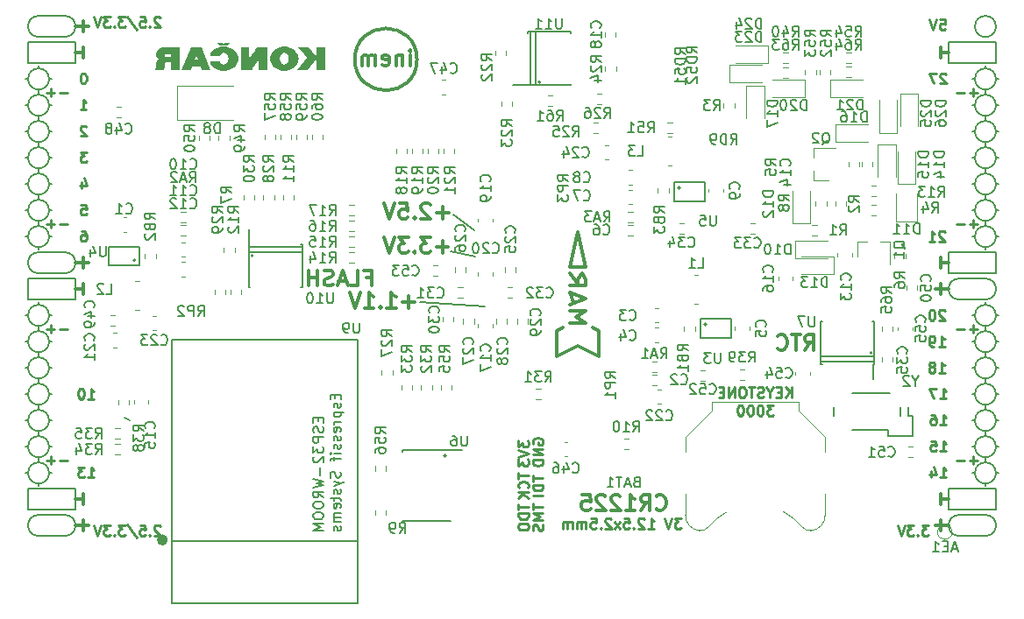
<source format=gbo>
G04 #@! TF.GenerationSoftware,KiCad,Pcbnew,5.0.0-rc2+dfsg1-2*
G04 #@! TF.CreationDate,2018-06-08T13:35:07+02:00*
G04 #@! TF.ProjectId,ulx3s,756C7833732E6B696361645F70636200,rev?*
G04 #@! TF.SameCoordinates,Original*
G04 #@! TF.FileFunction,Legend,Bot*
G04 #@! TF.FilePolarity,Positive*
%FSLAX46Y46*%
G04 Gerber Fmt 4.6, Leading zero omitted, Abs format (unit mm)*
G04 Created by KiCad (PCBNEW 5.0.0-rc2+dfsg1-2) date Fri Jun  8 13:35:07 2018*
%MOMM*%
%LPD*%
G01*
G04 APERTURE LIST*
%ADD10C,0.250000*%
%ADD11C,0.200000*%
%ADD12C,0.300000*%
%ADD13C,0.150000*%
%ADD14C,0.120000*%
%ADD15C,0.500000*%
%ADD16C,0.100000*%
G04 APERTURE END LIST*
D10*
X182887904Y-82575619D02*
X182840285Y-82528000D01*
X182745047Y-82480380D01*
X182506952Y-82480380D01*
X182411714Y-82528000D01*
X182364095Y-82575619D01*
X182316476Y-82670857D01*
X182316476Y-82766095D01*
X182364095Y-82908952D01*
X182935523Y-83480380D01*
X182316476Y-83480380D01*
X181364095Y-83480380D02*
X181935523Y-83480380D01*
X181649809Y-83480380D02*
X181649809Y-82480380D01*
X181745047Y-82623238D01*
X181840285Y-82718476D01*
X181935523Y-82766095D01*
X182887904Y-90195619D02*
X182840285Y-90148000D01*
X182745047Y-90100380D01*
X182506952Y-90100380D01*
X182411714Y-90148000D01*
X182364095Y-90195619D01*
X182316476Y-90290857D01*
X182316476Y-90386095D01*
X182364095Y-90528952D01*
X182935523Y-91100380D01*
X182316476Y-91100380D01*
X181697428Y-90100380D02*
X181602190Y-90100380D01*
X181506952Y-90148000D01*
X181459333Y-90195619D01*
X181411714Y-90290857D01*
X181364095Y-90481333D01*
X181364095Y-90719428D01*
X181411714Y-90909904D01*
X181459333Y-91005142D01*
X181506952Y-91052761D01*
X181602190Y-91100380D01*
X181697428Y-91100380D01*
X181792666Y-91052761D01*
X181840285Y-91005142D01*
X181887904Y-90909904D01*
X181935523Y-90719428D01*
X181935523Y-90481333D01*
X181887904Y-90290857D01*
X181840285Y-90195619D01*
X181792666Y-90148000D01*
X181697428Y-90100380D01*
X182316476Y-93640380D02*
X182887904Y-93640380D01*
X182602190Y-93640380D02*
X182602190Y-92640380D01*
X182697428Y-92783238D01*
X182792666Y-92878476D01*
X182887904Y-92926095D01*
X181840285Y-93640380D02*
X181649809Y-93640380D01*
X181554571Y-93592761D01*
X181506952Y-93545142D01*
X181411714Y-93402285D01*
X181364095Y-93211809D01*
X181364095Y-92830857D01*
X181411714Y-92735619D01*
X181459333Y-92688000D01*
X181554571Y-92640380D01*
X181745047Y-92640380D01*
X181840285Y-92688000D01*
X181887904Y-92735619D01*
X181935523Y-92830857D01*
X181935523Y-93068952D01*
X181887904Y-93164190D01*
X181840285Y-93211809D01*
X181745047Y-93259428D01*
X181554571Y-93259428D01*
X181459333Y-93211809D01*
X181411714Y-93164190D01*
X181364095Y-93068952D01*
X182316476Y-96180380D02*
X182887904Y-96180380D01*
X182602190Y-96180380D02*
X182602190Y-95180380D01*
X182697428Y-95323238D01*
X182792666Y-95418476D01*
X182887904Y-95466095D01*
X181745047Y-95608952D02*
X181840285Y-95561333D01*
X181887904Y-95513714D01*
X181935523Y-95418476D01*
X181935523Y-95370857D01*
X181887904Y-95275619D01*
X181840285Y-95228000D01*
X181745047Y-95180380D01*
X181554571Y-95180380D01*
X181459333Y-95228000D01*
X181411714Y-95275619D01*
X181364095Y-95370857D01*
X181364095Y-95418476D01*
X181411714Y-95513714D01*
X181459333Y-95561333D01*
X181554571Y-95608952D01*
X181745047Y-95608952D01*
X181840285Y-95656571D01*
X181887904Y-95704190D01*
X181935523Y-95799428D01*
X181935523Y-95989904D01*
X181887904Y-96085142D01*
X181840285Y-96132761D01*
X181745047Y-96180380D01*
X181554571Y-96180380D01*
X181459333Y-96132761D01*
X181411714Y-96085142D01*
X181364095Y-95989904D01*
X181364095Y-95799428D01*
X181411714Y-95704190D01*
X181459333Y-95656571D01*
X181554571Y-95608952D01*
D11*
X104148000Y-100808000D02*
X103640000Y-100554000D01*
D12*
X127003714Y-86984857D02*
X127503714Y-86984857D01*
X127503714Y-87770571D02*
X127503714Y-86270571D01*
X126789428Y-86270571D01*
X125503714Y-87770571D02*
X126218000Y-87770571D01*
X126218000Y-86270571D01*
X125075142Y-87342000D02*
X124360857Y-87342000D01*
X125218000Y-87770571D02*
X124718000Y-86270571D01*
X124218000Y-87770571D01*
X123789428Y-87699142D02*
X123575142Y-87770571D01*
X123218000Y-87770571D01*
X123075142Y-87699142D01*
X123003714Y-87627714D01*
X122932285Y-87484857D01*
X122932285Y-87342000D01*
X123003714Y-87199142D01*
X123075142Y-87127714D01*
X123218000Y-87056285D01*
X123503714Y-86984857D01*
X123646571Y-86913428D01*
X123718000Y-86842000D01*
X123789428Y-86699142D01*
X123789428Y-86556285D01*
X123718000Y-86413428D01*
X123646571Y-86342000D01*
X123503714Y-86270571D01*
X123146571Y-86270571D01*
X122932285Y-86342000D01*
X122289428Y-87770571D02*
X122289428Y-86270571D01*
X122289428Y-86984857D02*
X121432285Y-86984857D01*
X121432285Y-87770571D02*
X121432285Y-86270571D01*
D10*
X157418095Y-110252380D02*
X156799047Y-110252380D01*
X157132380Y-110633333D01*
X156989523Y-110633333D01*
X156894285Y-110680952D01*
X156846666Y-110728571D01*
X156799047Y-110823809D01*
X156799047Y-111061904D01*
X156846666Y-111157142D01*
X156894285Y-111204761D01*
X156989523Y-111252380D01*
X157275238Y-111252380D01*
X157370476Y-111204761D01*
X157418095Y-111157142D01*
X156513333Y-110252380D02*
X156180000Y-111252380D01*
X155846666Y-110252380D01*
X154227619Y-111252380D02*
X154799047Y-111252380D01*
X154513333Y-111252380D02*
X154513333Y-110252380D01*
X154608571Y-110395238D01*
X154703809Y-110490476D01*
X154799047Y-110538095D01*
X153846666Y-110347619D02*
X153799047Y-110300000D01*
X153703809Y-110252380D01*
X153465714Y-110252380D01*
X153370476Y-110300000D01*
X153322857Y-110347619D01*
X153275238Y-110442857D01*
X153275238Y-110538095D01*
X153322857Y-110680952D01*
X153894285Y-111252380D01*
X153275238Y-111252380D01*
X152846666Y-111157142D02*
X152799047Y-111204761D01*
X152846666Y-111252380D01*
X152894285Y-111204761D01*
X152846666Y-111157142D01*
X152846666Y-111252380D01*
X151894285Y-110252380D02*
X152370476Y-110252380D01*
X152418095Y-110728571D01*
X152370476Y-110680952D01*
X152275238Y-110633333D01*
X152037142Y-110633333D01*
X151941904Y-110680952D01*
X151894285Y-110728571D01*
X151846666Y-110823809D01*
X151846666Y-111061904D01*
X151894285Y-111157142D01*
X151941904Y-111204761D01*
X152037142Y-111252380D01*
X152275238Y-111252380D01*
X152370476Y-111204761D01*
X152418095Y-111157142D01*
X151513333Y-111252380D02*
X150989523Y-110585714D01*
X151513333Y-110585714D02*
X150989523Y-111252380D01*
X150656190Y-110347619D02*
X150608571Y-110300000D01*
X150513333Y-110252380D01*
X150275238Y-110252380D01*
X150180000Y-110300000D01*
X150132380Y-110347619D01*
X150084761Y-110442857D01*
X150084761Y-110538095D01*
X150132380Y-110680952D01*
X150703809Y-111252380D01*
X150084761Y-111252380D01*
X149656190Y-111157142D02*
X149608571Y-111204761D01*
X149656190Y-111252380D01*
X149703809Y-111204761D01*
X149656190Y-111157142D01*
X149656190Y-111252380D01*
X148703809Y-110252380D02*
X149180000Y-110252380D01*
X149227619Y-110728571D01*
X149180000Y-110680952D01*
X149084761Y-110633333D01*
X148846666Y-110633333D01*
X148751428Y-110680952D01*
X148703809Y-110728571D01*
X148656190Y-110823809D01*
X148656190Y-111061904D01*
X148703809Y-111157142D01*
X148751428Y-111204761D01*
X148846666Y-111252380D01*
X149084761Y-111252380D01*
X149180000Y-111204761D01*
X149227619Y-111157142D01*
X148227619Y-111252380D02*
X148227619Y-110585714D01*
X148227619Y-110680952D02*
X148180000Y-110633333D01*
X148084761Y-110585714D01*
X147941904Y-110585714D01*
X147846666Y-110633333D01*
X147799047Y-110728571D01*
X147799047Y-111252380D01*
X147799047Y-110728571D02*
X147751428Y-110633333D01*
X147656190Y-110585714D01*
X147513333Y-110585714D01*
X147418095Y-110633333D01*
X147370476Y-110728571D01*
X147370476Y-111252380D01*
X146894285Y-111252380D02*
X146894285Y-110585714D01*
X146894285Y-110680952D02*
X146846666Y-110633333D01*
X146751428Y-110585714D01*
X146608571Y-110585714D01*
X146513333Y-110633333D01*
X146465714Y-110728571D01*
X146465714Y-111252380D01*
X146465714Y-110728571D02*
X146418095Y-110633333D01*
X146322857Y-110585714D01*
X146180000Y-110585714D01*
X146084761Y-110633333D01*
X146037142Y-110728571D01*
X146037142Y-111252380D01*
D11*
X134755000Y-104237000D02*
G75*
G03X134755000Y-104237000I-127000J0D01*
G01*
X135390000Y-80869000D02*
X137422000Y-82393000D01*
X135136000Y-84425000D02*
X137549000Y-84933000D01*
X132215000Y-89378000D02*
X138438000Y-89759000D01*
D10*
X168085000Y-98577380D02*
X168085000Y-97577380D01*
X167513571Y-98577380D02*
X167942142Y-98005952D01*
X167513571Y-97577380D02*
X168085000Y-98148809D01*
X167085000Y-98053571D02*
X166751666Y-98053571D01*
X166608809Y-98577380D02*
X167085000Y-98577380D01*
X167085000Y-97577380D01*
X166608809Y-97577380D01*
X165989761Y-98101190D02*
X165989761Y-98577380D01*
X166323095Y-97577380D02*
X165989761Y-98101190D01*
X165656428Y-97577380D01*
X165370714Y-98529761D02*
X165227857Y-98577380D01*
X164989761Y-98577380D01*
X164894523Y-98529761D01*
X164846904Y-98482142D01*
X164799285Y-98386904D01*
X164799285Y-98291666D01*
X164846904Y-98196428D01*
X164894523Y-98148809D01*
X164989761Y-98101190D01*
X165180238Y-98053571D01*
X165275476Y-98005952D01*
X165323095Y-97958333D01*
X165370714Y-97863095D01*
X165370714Y-97767857D01*
X165323095Y-97672619D01*
X165275476Y-97625000D01*
X165180238Y-97577380D01*
X164942142Y-97577380D01*
X164799285Y-97625000D01*
X164513571Y-97577380D02*
X163942142Y-97577380D01*
X164227857Y-98577380D02*
X164227857Y-97577380D01*
X163418333Y-97577380D02*
X163227857Y-97577380D01*
X163132619Y-97625000D01*
X163037380Y-97720238D01*
X162989761Y-97910714D01*
X162989761Y-98244047D01*
X163037380Y-98434523D01*
X163132619Y-98529761D01*
X163227857Y-98577380D01*
X163418333Y-98577380D01*
X163513571Y-98529761D01*
X163608809Y-98434523D01*
X163656428Y-98244047D01*
X163656428Y-97910714D01*
X163608809Y-97720238D01*
X163513571Y-97625000D01*
X163418333Y-97577380D01*
X162561190Y-98577380D02*
X162561190Y-97577380D01*
X161989761Y-98577380D01*
X161989761Y-97577380D01*
X161513571Y-98053571D02*
X161180238Y-98053571D01*
X161037380Y-98577380D02*
X161513571Y-98577380D01*
X161513571Y-97577380D01*
X161037380Y-97577380D01*
X166346904Y-99327380D02*
X165727857Y-99327380D01*
X166061190Y-99708333D01*
X165918333Y-99708333D01*
X165823095Y-99755952D01*
X165775476Y-99803571D01*
X165727857Y-99898809D01*
X165727857Y-100136904D01*
X165775476Y-100232142D01*
X165823095Y-100279761D01*
X165918333Y-100327380D01*
X166204047Y-100327380D01*
X166299285Y-100279761D01*
X166346904Y-100232142D01*
X165108809Y-99327380D02*
X165013571Y-99327380D01*
X164918333Y-99375000D01*
X164870714Y-99422619D01*
X164823095Y-99517857D01*
X164775476Y-99708333D01*
X164775476Y-99946428D01*
X164823095Y-100136904D01*
X164870714Y-100232142D01*
X164918333Y-100279761D01*
X165013571Y-100327380D01*
X165108809Y-100327380D01*
X165204047Y-100279761D01*
X165251666Y-100232142D01*
X165299285Y-100136904D01*
X165346904Y-99946428D01*
X165346904Y-99708333D01*
X165299285Y-99517857D01*
X165251666Y-99422619D01*
X165204047Y-99375000D01*
X165108809Y-99327380D01*
X164156428Y-99327380D02*
X164061190Y-99327380D01*
X163965952Y-99375000D01*
X163918333Y-99422619D01*
X163870714Y-99517857D01*
X163823095Y-99708333D01*
X163823095Y-99946428D01*
X163870714Y-100136904D01*
X163918333Y-100232142D01*
X163965952Y-100279761D01*
X164061190Y-100327380D01*
X164156428Y-100327380D01*
X164251666Y-100279761D01*
X164299285Y-100232142D01*
X164346904Y-100136904D01*
X164394523Y-99946428D01*
X164394523Y-99708333D01*
X164346904Y-99517857D01*
X164299285Y-99422619D01*
X164251666Y-99375000D01*
X164156428Y-99327380D01*
X163204047Y-99327380D02*
X163108809Y-99327380D01*
X163013571Y-99375000D01*
X162965952Y-99422619D01*
X162918333Y-99517857D01*
X162870714Y-99708333D01*
X162870714Y-99946428D01*
X162918333Y-100136904D01*
X162965952Y-100232142D01*
X163013571Y-100279761D01*
X163108809Y-100327380D01*
X163204047Y-100327380D01*
X163299285Y-100279761D01*
X163346904Y-100232142D01*
X163394523Y-100136904D01*
X163442142Y-99946428D01*
X163442142Y-99708333D01*
X163394523Y-99517857D01*
X163346904Y-99422619D01*
X163299285Y-99375000D01*
X163204047Y-99327380D01*
D12*
X182492000Y-87582000D02*
X182492000Y-88598000D01*
X183254000Y-88090000D02*
X181984000Y-88090000D01*
X182492000Y-110442000D02*
X182492000Y-111458000D01*
X183254000Y-110950000D02*
X181984000Y-110950000D01*
X99688000Y-62182000D02*
X99688000Y-63198000D01*
X98926000Y-62690000D02*
X100196000Y-62690000D01*
X99688000Y-110442000D02*
X99688000Y-111458000D01*
X98926000Y-110950000D02*
X100196000Y-110950000D01*
X99688000Y-85042000D02*
X99688000Y-86058000D01*
X98926000Y-85550000D02*
X100196000Y-85550000D01*
D11*
X187826000Y-62690000D02*
G75*
G03X187826000Y-62690000I-1016000J0D01*
G01*
X184270000Y-87074000D02*
X186810000Y-87074000D01*
X184270000Y-89106000D02*
X186810000Y-89106000D01*
X184270000Y-87074000D02*
G75*
G03X184270000Y-89106000I0J-1016000D01*
G01*
X186810000Y-89106000D02*
G75*
G03X186810000Y-87074000I0J1016000D01*
G01*
X184270000Y-111966000D02*
X186810000Y-111966000D01*
X184270000Y-109934000D02*
X186810000Y-109934000D01*
X184270000Y-109934000D02*
G75*
G03X184270000Y-111966000I0J-1016000D01*
G01*
X186810000Y-111966000D02*
G75*
G03X186810000Y-109934000I0J1016000D01*
G01*
X97910000Y-63706000D02*
G75*
G03X97910000Y-61674000I0J1016000D01*
G01*
X95370000Y-61674000D02*
X97910000Y-61674000D01*
X95370000Y-63706000D02*
X97910000Y-63706000D01*
X95370000Y-61674000D02*
G75*
G03X95370000Y-63706000I0J-1016000D01*
G01*
X95370000Y-86566000D02*
X97910000Y-86566000D01*
X95370000Y-84534000D02*
X97910000Y-84534000D01*
X95370000Y-84534000D02*
G75*
G03X95370000Y-86566000I0J-1016000D01*
G01*
X97910000Y-86566000D02*
G75*
G03X97910000Y-84534000I0J1016000D01*
G01*
X95370000Y-111966000D02*
X97910000Y-111966000D01*
X95370000Y-109934000D02*
X97910000Y-109934000D01*
X95370000Y-109934000D02*
G75*
G03X95370000Y-111966000I0J-1016000D01*
G01*
X97910000Y-111966000D02*
G75*
G03X97910000Y-109934000I0J1016000D01*
G01*
X98926000Y-107394000D02*
X94354000Y-107394000D01*
X98926000Y-109426000D02*
X98926000Y-107394000D01*
X94354000Y-109426000D02*
X98926000Y-109426000D01*
X94354000Y-107394000D02*
X94354000Y-109426000D01*
X187826000Y-107394000D02*
X183254000Y-107394000D01*
X187826000Y-109426000D02*
X187826000Y-107394000D01*
X183254000Y-109426000D02*
X187826000Y-109426000D01*
X183254000Y-107394000D02*
X183254000Y-109426000D01*
X187826000Y-84534000D02*
X183254000Y-84534000D01*
X187826000Y-86566000D02*
X187826000Y-84534000D01*
X183254000Y-86566000D02*
X187826000Y-86566000D01*
X183254000Y-84534000D02*
X183254000Y-86566000D01*
X187826000Y-64214000D02*
X183254000Y-64214000D01*
X187826000Y-66246000D02*
X187826000Y-64214000D01*
X183254000Y-66246000D02*
X187826000Y-66246000D01*
X183254000Y-64214000D02*
X183254000Y-66246000D01*
X98926000Y-64214000D02*
X94354000Y-64214000D01*
X98926000Y-66246000D02*
X98926000Y-64214000D01*
X94354000Y-66246000D02*
X98926000Y-66246000D01*
X94354000Y-64214000D02*
X94354000Y-66246000D01*
X98926000Y-87074000D02*
X94354000Y-87074000D01*
X98926000Y-89106000D02*
X98926000Y-87074000D01*
X94354000Y-89106000D02*
X98926000Y-89106000D01*
X94354000Y-87074000D02*
X94354000Y-89106000D01*
D10*
X186032000Y-91971428D02*
X185270095Y-91971428D01*
X185651047Y-92352380D02*
X185651047Y-91590476D01*
X184793904Y-91971428D02*
X184032000Y-91971428D01*
X186032000Y-69111428D02*
X185270095Y-69111428D01*
X185651047Y-69492380D02*
X185651047Y-68730476D01*
X184793904Y-69111428D02*
X184032000Y-69111428D01*
X186032000Y-81811428D02*
X185270095Y-81811428D01*
X185651047Y-82192380D02*
X185651047Y-81430476D01*
X184793904Y-81811428D02*
X184032000Y-81811428D01*
X186032000Y-104671428D02*
X185270095Y-104671428D01*
X185651047Y-105052380D02*
X185651047Y-104290476D01*
X184793904Y-104671428D02*
X184032000Y-104671428D01*
X98148000Y-104671428D02*
X97386095Y-104671428D01*
X96909904Y-104671428D02*
X96148000Y-104671428D01*
X96528952Y-105052380D02*
X96528952Y-104290476D01*
X98148000Y-91971428D02*
X97386095Y-91971428D01*
X96909904Y-91971428D02*
X96148000Y-91971428D01*
X96528952Y-92352380D02*
X96528952Y-91590476D01*
X98148000Y-81811428D02*
X97386095Y-81811428D01*
X96909904Y-81811428D02*
X96148000Y-81811428D01*
X96528952Y-82192380D02*
X96528952Y-81430476D01*
X98148000Y-69111428D02*
X97386095Y-69111428D01*
X96909904Y-69111428D02*
X96148000Y-69111428D01*
X96528952Y-69492380D02*
X96528952Y-68730476D01*
D12*
X182492000Y-107902000D02*
X182492000Y-108918000D01*
X183254000Y-108410000D02*
X182492000Y-108410000D01*
D11*
X95370000Y-96726000D02*
X95370000Y-97234000D01*
X96386000Y-95710000D02*
X96640000Y-95710000D01*
X94354000Y-95710000D02*
X94100000Y-95710000D01*
X187826000Y-98250000D02*
X188080000Y-98250000D01*
X187826000Y-83010000D02*
X188080000Y-83010000D01*
X95370000Y-107140000D02*
X95370000Y-106886000D01*
X96386000Y-105870000D02*
X96640000Y-105870000D01*
X94354000Y-105870000D02*
X94100000Y-105870000D01*
X94354000Y-103330000D02*
X94100000Y-103330000D01*
X95370000Y-104346000D02*
X95370000Y-104854000D01*
X96386000Y-103330000D02*
X96640000Y-103330000D01*
X94354000Y-100790000D02*
X94100000Y-100790000D01*
X95370000Y-102314000D02*
X95370000Y-101806000D01*
X96386000Y-100790000D02*
X96640000Y-100790000D01*
X95370000Y-99266000D02*
X95370000Y-99774000D01*
X94354000Y-98250000D02*
X94100000Y-98250000D01*
X96386000Y-98250000D02*
X96640000Y-98250000D01*
X95370000Y-94186000D02*
X95370000Y-94694000D01*
X96386000Y-93170000D02*
X96640000Y-93170000D01*
X94354000Y-93170000D02*
X94100000Y-93170000D01*
X94354000Y-90630000D02*
X94100000Y-90630000D01*
X95370000Y-91646000D02*
X95370000Y-92154000D01*
X96640000Y-90630000D02*
X96386000Y-90630000D01*
X95370000Y-89360000D02*
X95370000Y-89614000D01*
X94354000Y-83010000D02*
X94100000Y-83010000D01*
X95370000Y-84280000D02*
X95370000Y-84026000D01*
X96386000Y-83010000D02*
X96640000Y-83010000D01*
X95370000Y-81486000D02*
X95370000Y-81994000D01*
X94354000Y-80470000D02*
X94100000Y-80470000D01*
X96640000Y-80470000D02*
X96386000Y-80470000D01*
X95370000Y-78946000D02*
X95370000Y-79454000D01*
X96386000Y-77930000D02*
X96640000Y-77930000D01*
X94354000Y-77930000D02*
X94100000Y-77930000D01*
X95370000Y-76406000D02*
X95370000Y-76914000D01*
X94354000Y-75390000D02*
X94100000Y-75390000D01*
X96386000Y-75390000D02*
X96640000Y-75390000D01*
X95370000Y-73866000D02*
X95370000Y-74374000D01*
X96386000Y-72850000D02*
X96640000Y-72850000D01*
X94100000Y-72850000D02*
X94354000Y-72850000D01*
X94354000Y-70310000D02*
X94100000Y-70310000D01*
X96640000Y-70310000D02*
X96386000Y-70310000D01*
X95370000Y-71326000D02*
X95370000Y-71834000D01*
X95370000Y-68786000D02*
X95370000Y-69294000D01*
X96386000Y-67770000D02*
X96640000Y-67770000D01*
X94354000Y-67770000D02*
X94100000Y-67770000D01*
X95370000Y-66500000D02*
X95370000Y-66754000D01*
X187826000Y-105870000D02*
X188080000Y-105870000D01*
X186810000Y-107140000D02*
X186810000Y-106886000D01*
X185540000Y-105870000D02*
X185794000Y-105870000D01*
X186810000Y-104346000D02*
X186810000Y-104854000D01*
X187826000Y-103330000D02*
X188080000Y-103330000D01*
X185540000Y-103330000D02*
X185794000Y-103330000D01*
X186810000Y-101806000D02*
X186810000Y-102314000D01*
X187826000Y-100790000D02*
X188080000Y-100790000D01*
X185540000Y-100790000D02*
X185794000Y-100790000D01*
X186810000Y-99266000D02*
X186810000Y-99774000D01*
X185540000Y-98250000D02*
X185794000Y-98250000D01*
X186810000Y-97234000D02*
X186810000Y-96726000D01*
X187826000Y-95710000D02*
X188080000Y-95710000D01*
X185540000Y-95710000D02*
X185794000Y-95710000D01*
X186810000Y-94694000D02*
X186810000Y-94186000D01*
X187826000Y-93170000D02*
X188080000Y-93170000D01*
X185540000Y-93170000D02*
X185794000Y-93170000D01*
X186810000Y-92154000D02*
X186810000Y-91646000D01*
X187826000Y-90630000D02*
X188080000Y-90630000D01*
X185540000Y-90630000D02*
X185794000Y-90630000D01*
X186810000Y-89360000D02*
X186810000Y-89614000D01*
X186810000Y-84280000D02*
X186810000Y-84026000D01*
X185540000Y-83010000D02*
X185794000Y-83010000D01*
X186810000Y-81994000D02*
X186810000Y-81486000D01*
X185794000Y-80470000D02*
X185540000Y-80470000D01*
X187826000Y-80470000D02*
X188080000Y-80470000D01*
X186810000Y-78946000D02*
X186810000Y-79454000D01*
X185794000Y-77930000D02*
X185540000Y-77930000D01*
X187826000Y-77930000D02*
X188080000Y-77930000D01*
X186810000Y-76406000D02*
X186810000Y-76914000D01*
X186810000Y-73866000D02*
X186810000Y-74374000D01*
X185794000Y-75390000D02*
X185540000Y-75390000D01*
X187826000Y-75390000D02*
X188080000Y-75390000D01*
X187826000Y-72850000D02*
X188080000Y-72850000D01*
X185540000Y-72850000D02*
X185794000Y-72850000D01*
X186810000Y-71834000D02*
X186810000Y-71326000D01*
X187826000Y-70310000D02*
X188080000Y-70310000D01*
X185540000Y-70310000D02*
X185794000Y-70310000D01*
X187826000Y-67770000D02*
X188080000Y-67770000D01*
X186810000Y-68786000D02*
X186810000Y-69294000D01*
X185540000Y-67770000D02*
X185794000Y-67770000D01*
X186810000Y-66500000D02*
X186810000Y-66754000D01*
X187826000Y-67770000D02*
G75*
G03X187826000Y-67770000I-1016000J0D01*
G01*
X187826000Y-70310000D02*
G75*
G03X187826000Y-70310000I-1016000J0D01*
G01*
X187826000Y-72850000D02*
G75*
G03X187826000Y-72850000I-1016000J0D01*
G01*
X187826000Y-75390000D02*
G75*
G03X187826000Y-75390000I-1016000J0D01*
G01*
X187826000Y-77930000D02*
G75*
G03X187826000Y-77930000I-1016000J0D01*
G01*
X187826000Y-80470000D02*
G75*
G03X187826000Y-80470000I-1016000J0D01*
G01*
X187826000Y-83010000D02*
G75*
G03X187826000Y-83010000I-1016000J0D01*
G01*
X187826000Y-90630000D02*
G75*
G03X187826000Y-90630000I-1016000J0D01*
G01*
X187826000Y-93170000D02*
G75*
G03X187826000Y-93170000I-1016000J0D01*
G01*
X187826000Y-95710000D02*
G75*
G03X187826000Y-95710000I-1016000J0D01*
G01*
X187826000Y-98250000D02*
G75*
G03X187826000Y-98250000I-1016000J0D01*
G01*
X187826000Y-100790000D02*
G75*
G03X187826000Y-100790000I-1016000J0D01*
G01*
X187826000Y-103330000D02*
G75*
G03X187826000Y-103330000I-1016000J0D01*
G01*
X187826000Y-105870000D02*
G75*
G03X187826000Y-105870000I-1016000J0D01*
G01*
X96386000Y-105870000D02*
G75*
G03X96386000Y-105870000I-1016000J0D01*
G01*
X96386000Y-103330000D02*
G75*
G03X96386000Y-103330000I-1016000J0D01*
G01*
X96386000Y-100790000D02*
G75*
G03X96386000Y-100790000I-1016000J0D01*
G01*
X96386000Y-98250000D02*
G75*
G03X96386000Y-98250000I-1016000J0D01*
G01*
X96386000Y-95710000D02*
G75*
G03X96386000Y-95710000I-1016000J0D01*
G01*
X96386000Y-93170000D02*
G75*
G03X96386000Y-93170000I-1016000J0D01*
G01*
X96386000Y-90630000D02*
G75*
G03X96386000Y-90630000I-1016000J0D01*
G01*
X96386000Y-83010000D02*
G75*
G03X96386000Y-83010000I-1016000J0D01*
G01*
X96386000Y-80470000D02*
G75*
G03X96386000Y-80470000I-1016000J0D01*
G01*
X96386000Y-77930000D02*
G75*
G03X96386000Y-77930000I-1016000J0D01*
G01*
X96386000Y-75390000D02*
G75*
G03X96386000Y-75390000I-1016000J0D01*
G01*
X96386000Y-72850000D02*
G75*
G03X96386000Y-72850000I-1016000J0D01*
G01*
X96386000Y-70310000D02*
G75*
G03X96386000Y-70310000I-1016000J0D01*
G01*
X96386000Y-67770000D02*
G75*
G03X96386000Y-67770000I-1016000J0D01*
G01*
D10*
X182428476Y-62015380D02*
X182904666Y-62015380D01*
X182952285Y-62491571D01*
X182904666Y-62443952D01*
X182809428Y-62396333D01*
X182571333Y-62396333D01*
X182476095Y-62443952D01*
X182428476Y-62491571D01*
X182380857Y-62586809D01*
X182380857Y-62824904D01*
X182428476Y-62920142D01*
X182476095Y-62967761D01*
X182571333Y-63015380D01*
X182809428Y-63015380D01*
X182904666Y-62967761D01*
X182952285Y-62920142D01*
X182095142Y-62015380D02*
X181761809Y-63015380D01*
X181428476Y-62015380D01*
D12*
X182492000Y-64722000D02*
X182492000Y-65738000D01*
X183254000Y-65230000D02*
X182492000Y-65230000D01*
D10*
X182999904Y-67317619D02*
X182952285Y-67270000D01*
X182857047Y-67222380D01*
X182618952Y-67222380D01*
X182523714Y-67270000D01*
X182476095Y-67317619D01*
X182428476Y-67412857D01*
X182428476Y-67508095D01*
X182476095Y-67650952D01*
X183047523Y-68222380D01*
X182428476Y-68222380D01*
X182095142Y-67222380D02*
X181428476Y-67222380D01*
X181857047Y-68222380D01*
D12*
X182492000Y-85042000D02*
X182492000Y-86058000D01*
X183254000Y-85550000D02*
X182492000Y-85550000D01*
D10*
X182428476Y-98702380D02*
X182999904Y-98702380D01*
X182714190Y-98702380D02*
X182714190Y-97702380D01*
X182809428Y-97845238D01*
X182904666Y-97940476D01*
X182999904Y-97988095D01*
X182095142Y-97702380D02*
X181428476Y-97702380D01*
X181857047Y-98702380D01*
X182428476Y-101242380D02*
X182999904Y-101242380D01*
X182714190Y-101242380D02*
X182714190Y-100242380D01*
X182809428Y-100385238D01*
X182904666Y-100480476D01*
X182999904Y-100528095D01*
X181571333Y-100242380D02*
X181761809Y-100242380D01*
X181857047Y-100290000D01*
X181904666Y-100337619D01*
X181999904Y-100480476D01*
X182047523Y-100670952D01*
X182047523Y-101051904D01*
X181999904Y-101147142D01*
X181952285Y-101194761D01*
X181857047Y-101242380D01*
X181666571Y-101242380D01*
X181571333Y-101194761D01*
X181523714Y-101147142D01*
X181476095Y-101051904D01*
X181476095Y-100813809D01*
X181523714Y-100718571D01*
X181571333Y-100670952D01*
X181666571Y-100623333D01*
X181857047Y-100623333D01*
X181952285Y-100670952D01*
X181999904Y-100718571D01*
X182047523Y-100813809D01*
X182428476Y-103782380D02*
X182999904Y-103782380D01*
X182714190Y-103782380D02*
X182714190Y-102782380D01*
X182809428Y-102925238D01*
X182904666Y-103020476D01*
X182999904Y-103068095D01*
X181523714Y-102782380D02*
X181999904Y-102782380D01*
X182047523Y-103258571D01*
X181999904Y-103210952D01*
X181904666Y-103163333D01*
X181666571Y-103163333D01*
X181571333Y-103210952D01*
X181523714Y-103258571D01*
X181476095Y-103353809D01*
X181476095Y-103591904D01*
X181523714Y-103687142D01*
X181571333Y-103734761D01*
X181666571Y-103782380D01*
X181904666Y-103782380D01*
X181999904Y-103734761D01*
X182047523Y-103687142D01*
X182428476Y-106322380D02*
X182999904Y-106322380D01*
X182714190Y-106322380D02*
X182714190Y-105322380D01*
X182809428Y-105465238D01*
X182904666Y-105560476D01*
X182999904Y-105608095D01*
X181571333Y-105655714D02*
X181571333Y-106322380D01*
X181809428Y-105274761D02*
X182047523Y-105989047D01*
X181428476Y-105989047D01*
X181312642Y-110928380D02*
X180693595Y-110928380D01*
X181026928Y-111309333D01*
X180884071Y-111309333D01*
X180788833Y-111356952D01*
X180741214Y-111404571D01*
X180693595Y-111499809D01*
X180693595Y-111737904D01*
X180741214Y-111833142D01*
X180788833Y-111880761D01*
X180884071Y-111928380D01*
X181169785Y-111928380D01*
X181265023Y-111880761D01*
X181312642Y-111833142D01*
X180265023Y-111833142D02*
X180217404Y-111880761D01*
X180265023Y-111928380D01*
X180312642Y-111880761D01*
X180265023Y-111833142D01*
X180265023Y-111928380D01*
X179884071Y-110928380D02*
X179265023Y-110928380D01*
X179598357Y-111309333D01*
X179455500Y-111309333D01*
X179360261Y-111356952D01*
X179312642Y-111404571D01*
X179265023Y-111499809D01*
X179265023Y-111737904D01*
X179312642Y-111833142D01*
X179360261Y-111880761D01*
X179455500Y-111928380D01*
X179741214Y-111928380D01*
X179836452Y-111880761D01*
X179884071Y-111833142D01*
X178979309Y-110928380D02*
X178645976Y-111928380D01*
X178312642Y-110928380D01*
D12*
X99688000Y-108918000D02*
X99688000Y-107902000D01*
X98926000Y-108410000D02*
X99688000Y-108410000D01*
X99688000Y-88598000D02*
X99688000Y-87582000D01*
X98926000Y-88090000D02*
X99688000Y-88090000D01*
X99688000Y-64722000D02*
X99688000Y-65738000D01*
X98926000Y-65230000D02*
X99688000Y-65230000D01*
D10*
X107103690Y-111023619D02*
X107056071Y-110976000D01*
X106960833Y-110928380D01*
X106722738Y-110928380D01*
X106627500Y-110976000D01*
X106579880Y-111023619D01*
X106532261Y-111118857D01*
X106532261Y-111214095D01*
X106579880Y-111356952D01*
X107151309Y-111928380D01*
X106532261Y-111928380D01*
X106103690Y-111833142D02*
X106056071Y-111880761D01*
X106103690Y-111928380D01*
X106151309Y-111880761D01*
X106103690Y-111833142D01*
X106103690Y-111928380D01*
X105151309Y-110928380D02*
X105627500Y-110928380D01*
X105675119Y-111404571D01*
X105627500Y-111356952D01*
X105532261Y-111309333D01*
X105294166Y-111309333D01*
X105198928Y-111356952D01*
X105151309Y-111404571D01*
X105103690Y-111499809D01*
X105103690Y-111737904D01*
X105151309Y-111833142D01*
X105198928Y-111880761D01*
X105294166Y-111928380D01*
X105532261Y-111928380D01*
X105627500Y-111880761D01*
X105675119Y-111833142D01*
X103960833Y-110880761D02*
X104817976Y-112166476D01*
X103722738Y-110928380D02*
X103103690Y-110928380D01*
X103437023Y-111309333D01*
X103294166Y-111309333D01*
X103198928Y-111356952D01*
X103151309Y-111404571D01*
X103103690Y-111499809D01*
X103103690Y-111737904D01*
X103151309Y-111833142D01*
X103198928Y-111880761D01*
X103294166Y-111928380D01*
X103579880Y-111928380D01*
X103675119Y-111880761D01*
X103722738Y-111833142D01*
X102675119Y-111833142D02*
X102627500Y-111880761D01*
X102675119Y-111928380D01*
X102722738Y-111880761D01*
X102675119Y-111833142D01*
X102675119Y-111928380D01*
X102294166Y-110928380D02*
X101675119Y-110928380D01*
X102008452Y-111309333D01*
X101865595Y-111309333D01*
X101770357Y-111356952D01*
X101722738Y-111404571D01*
X101675119Y-111499809D01*
X101675119Y-111737904D01*
X101722738Y-111833142D01*
X101770357Y-111880761D01*
X101865595Y-111928380D01*
X102151309Y-111928380D01*
X102246547Y-111880761D01*
X102294166Y-111833142D01*
X101389404Y-110928380D02*
X101056071Y-111928380D01*
X100722738Y-110928380D01*
X100132476Y-106322380D02*
X100703904Y-106322380D01*
X100418190Y-106322380D02*
X100418190Y-105322380D01*
X100513428Y-105465238D01*
X100608666Y-105560476D01*
X100703904Y-105608095D01*
X99799142Y-105322380D02*
X99180095Y-105322380D01*
X99513428Y-105703333D01*
X99370571Y-105703333D01*
X99275333Y-105750952D01*
X99227714Y-105798571D01*
X99180095Y-105893809D01*
X99180095Y-106131904D01*
X99227714Y-106227142D01*
X99275333Y-106274761D01*
X99370571Y-106322380D01*
X99656285Y-106322380D01*
X99751523Y-106274761D01*
X99799142Y-106227142D01*
X100147476Y-98720380D02*
X100718904Y-98720380D01*
X100433190Y-98720380D02*
X100433190Y-97720380D01*
X100528428Y-97863238D01*
X100623666Y-97958476D01*
X100718904Y-98006095D01*
X99528428Y-97720380D02*
X99433190Y-97720380D01*
X99337952Y-97768000D01*
X99290333Y-97815619D01*
X99242714Y-97910857D01*
X99195095Y-98101333D01*
X99195095Y-98339428D01*
X99242714Y-98529904D01*
X99290333Y-98625142D01*
X99337952Y-98672761D01*
X99433190Y-98720380D01*
X99528428Y-98720380D01*
X99623666Y-98672761D01*
X99671285Y-98625142D01*
X99718904Y-98529904D01*
X99766523Y-98339428D01*
X99766523Y-98101333D01*
X99718904Y-97910857D01*
X99671285Y-97815619D01*
X99623666Y-97768000D01*
X99528428Y-97720380D01*
X99512523Y-82462380D02*
X99703000Y-82462380D01*
X99798238Y-82510000D01*
X99845857Y-82557619D01*
X99941095Y-82700476D01*
X99988714Y-82890952D01*
X99988714Y-83271904D01*
X99941095Y-83367142D01*
X99893476Y-83414761D01*
X99798238Y-83462380D01*
X99607761Y-83462380D01*
X99512523Y-83414761D01*
X99464904Y-83367142D01*
X99417285Y-83271904D01*
X99417285Y-83033809D01*
X99464904Y-82938571D01*
X99512523Y-82890952D01*
X99607761Y-82843333D01*
X99798238Y-82843333D01*
X99893476Y-82890952D01*
X99941095Y-82938571D01*
X99988714Y-83033809D01*
X99464904Y-79922380D02*
X99941095Y-79922380D01*
X99988714Y-80398571D01*
X99941095Y-80350952D01*
X99845857Y-80303333D01*
X99607761Y-80303333D01*
X99512523Y-80350952D01*
X99464904Y-80398571D01*
X99417285Y-80493809D01*
X99417285Y-80731904D01*
X99464904Y-80827142D01*
X99512523Y-80874761D01*
X99607761Y-80922380D01*
X99845857Y-80922380D01*
X99941095Y-80874761D01*
X99988714Y-80827142D01*
X99512523Y-77715714D02*
X99512523Y-78382380D01*
X99750619Y-77334761D02*
X99988714Y-78049047D01*
X99369666Y-78049047D01*
X100021333Y-74842380D02*
X99402285Y-74842380D01*
X99735619Y-75223333D01*
X99592761Y-75223333D01*
X99497523Y-75270952D01*
X99449904Y-75318571D01*
X99402285Y-75413809D01*
X99402285Y-75651904D01*
X99449904Y-75747142D01*
X99497523Y-75794761D01*
X99592761Y-75842380D01*
X99878476Y-75842380D01*
X99973714Y-75794761D01*
X100021333Y-75747142D01*
X99973714Y-72397619D02*
X99926095Y-72350000D01*
X99830857Y-72302380D01*
X99592761Y-72302380D01*
X99497523Y-72350000D01*
X99449904Y-72397619D01*
X99402285Y-72492857D01*
X99402285Y-72588095D01*
X99449904Y-72730952D01*
X100021333Y-73302380D01*
X99402285Y-73302380D01*
X99402285Y-70762380D02*
X99973714Y-70762380D01*
X99688000Y-70762380D02*
X99688000Y-69762380D01*
X99783238Y-69905238D01*
X99878476Y-70000476D01*
X99973714Y-70048095D01*
X99750619Y-67222380D02*
X99655380Y-67222380D01*
X99560142Y-67270000D01*
X99512523Y-67317619D01*
X99464904Y-67412857D01*
X99417285Y-67603333D01*
X99417285Y-67841428D01*
X99464904Y-68031904D01*
X99512523Y-68127142D01*
X99560142Y-68174761D01*
X99655380Y-68222380D01*
X99750619Y-68222380D01*
X99845857Y-68174761D01*
X99893476Y-68127142D01*
X99941095Y-68031904D01*
X99988714Y-67841428D01*
X99988714Y-67603333D01*
X99941095Y-67412857D01*
X99893476Y-67317619D01*
X99845857Y-67270000D01*
X99750619Y-67222380D01*
X107103690Y-61874619D02*
X107056071Y-61827000D01*
X106960833Y-61779380D01*
X106722738Y-61779380D01*
X106627500Y-61827000D01*
X106579880Y-61874619D01*
X106532261Y-61969857D01*
X106532261Y-62065095D01*
X106579880Y-62207952D01*
X107151309Y-62779380D01*
X106532261Y-62779380D01*
X106103690Y-62684142D02*
X106056071Y-62731761D01*
X106103690Y-62779380D01*
X106151309Y-62731761D01*
X106103690Y-62684142D01*
X106103690Y-62779380D01*
X105151309Y-61779380D02*
X105627500Y-61779380D01*
X105675119Y-62255571D01*
X105627500Y-62207952D01*
X105532261Y-62160333D01*
X105294166Y-62160333D01*
X105198928Y-62207952D01*
X105151309Y-62255571D01*
X105103690Y-62350809D01*
X105103690Y-62588904D01*
X105151309Y-62684142D01*
X105198928Y-62731761D01*
X105294166Y-62779380D01*
X105532261Y-62779380D01*
X105627500Y-62731761D01*
X105675119Y-62684142D01*
X103960833Y-61731761D02*
X104817976Y-63017476D01*
X103722738Y-61779380D02*
X103103690Y-61779380D01*
X103437023Y-62160333D01*
X103294166Y-62160333D01*
X103198928Y-62207952D01*
X103151309Y-62255571D01*
X103103690Y-62350809D01*
X103103690Y-62588904D01*
X103151309Y-62684142D01*
X103198928Y-62731761D01*
X103294166Y-62779380D01*
X103579880Y-62779380D01*
X103675119Y-62731761D01*
X103722738Y-62684142D01*
X102675119Y-62684142D02*
X102627500Y-62731761D01*
X102675119Y-62779380D01*
X102722738Y-62731761D01*
X102675119Y-62684142D01*
X102675119Y-62779380D01*
X102294166Y-61779380D02*
X101675119Y-61779380D01*
X102008452Y-62160333D01*
X101865595Y-62160333D01*
X101770357Y-62207952D01*
X101722738Y-62255571D01*
X101675119Y-62350809D01*
X101675119Y-62588904D01*
X101722738Y-62684142D01*
X101770357Y-62731761D01*
X101865595Y-62779380D01*
X102151309Y-62779380D01*
X102246547Y-62731761D01*
X102294166Y-62684142D01*
X101389404Y-61779380D02*
X101056071Y-62779380D01*
X100722738Y-61779380D01*
D12*
X155027857Y-109335714D02*
X155099285Y-109407142D01*
X155313571Y-109478571D01*
X155456428Y-109478571D01*
X155670714Y-109407142D01*
X155813571Y-109264285D01*
X155885000Y-109121428D01*
X155956428Y-108835714D01*
X155956428Y-108621428D01*
X155885000Y-108335714D01*
X155813571Y-108192857D01*
X155670714Y-108050000D01*
X155456428Y-107978571D01*
X155313571Y-107978571D01*
X155099285Y-108050000D01*
X155027857Y-108121428D01*
X153527857Y-109478571D02*
X154027857Y-108764285D01*
X154385000Y-109478571D02*
X154385000Y-107978571D01*
X153813571Y-107978571D01*
X153670714Y-108050000D01*
X153599285Y-108121428D01*
X153527857Y-108264285D01*
X153527857Y-108478571D01*
X153599285Y-108621428D01*
X153670714Y-108692857D01*
X153813571Y-108764285D01*
X154385000Y-108764285D01*
X152099285Y-109478571D02*
X152956428Y-109478571D01*
X152527857Y-109478571D02*
X152527857Y-107978571D01*
X152670714Y-108192857D01*
X152813571Y-108335714D01*
X152956428Y-108407142D01*
X151527857Y-108121428D02*
X151456428Y-108050000D01*
X151313571Y-107978571D01*
X150956428Y-107978571D01*
X150813571Y-108050000D01*
X150742142Y-108121428D01*
X150670714Y-108264285D01*
X150670714Y-108407142D01*
X150742142Y-108621428D01*
X151599285Y-109478571D01*
X150670714Y-109478571D01*
X150099285Y-108121428D02*
X150027857Y-108050000D01*
X149885000Y-107978571D01*
X149527857Y-107978571D01*
X149385000Y-108050000D01*
X149313571Y-108121428D01*
X149242142Y-108264285D01*
X149242142Y-108407142D01*
X149313571Y-108621428D01*
X150170714Y-109478571D01*
X149242142Y-109478571D01*
X147885000Y-107978571D02*
X148599285Y-107978571D01*
X148670714Y-108692857D01*
X148599285Y-108621428D01*
X148456428Y-108550000D01*
X148099285Y-108550000D01*
X147956428Y-108621428D01*
X147885000Y-108692857D01*
X147813571Y-108835714D01*
X147813571Y-109192857D01*
X147885000Y-109335714D01*
X147956428Y-109407142D01*
X148099285Y-109478571D01*
X148456428Y-109478571D01*
X148599285Y-109407142D01*
X148670714Y-109335714D01*
X134961000Y-80722142D02*
X133818142Y-80722142D01*
X134389571Y-81293571D02*
X134389571Y-80150714D01*
X133175285Y-79936428D02*
X133103857Y-79865000D01*
X132961000Y-79793571D01*
X132603857Y-79793571D01*
X132461000Y-79865000D01*
X132389571Y-79936428D01*
X132318142Y-80079285D01*
X132318142Y-80222142D01*
X132389571Y-80436428D01*
X133246714Y-81293571D01*
X132318142Y-81293571D01*
X131675285Y-81150714D02*
X131603857Y-81222142D01*
X131675285Y-81293571D01*
X131746714Y-81222142D01*
X131675285Y-81150714D01*
X131675285Y-81293571D01*
X130246714Y-79793571D02*
X130961000Y-79793571D01*
X131032428Y-80507857D01*
X130961000Y-80436428D01*
X130818142Y-80365000D01*
X130461000Y-80365000D01*
X130318142Y-80436428D01*
X130246714Y-80507857D01*
X130175285Y-80650714D01*
X130175285Y-81007857D01*
X130246714Y-81150714D01*
X130318142Y-81222142D01*
X130461000Y-81293571D01*
X130818142Y-81293571D01*
X130961000Y-81222142D01*
X131032428Y-81150714D01*
X129746714Y-79793571D02*
X129246714Y-81293571D01*
X128746714Y-79793571D01*
X134946000Y-84024142D02*
X133803142Y-84024142D01*
X134374571Y-84595571D02*
X134374571Y-83452714D01*
X133231714Y-83095571D02*
X132303142Y-83095571D01*
X132803142Y-83667000D01*
X132588857Y-83667000D01*
X132446000Y-83738428D01*
X132374571Y-83809857D01*
X132303142Y-83952714D01*
X132303142Y-84309857D01*
X132374571Y-84452714D01*
X132446000Y-84524142D01*
X132588857Y-84595571D01*
X133017428Y-84595571D01*
X133160285Y-84524142D01*
X133231714Y-84452714D01*
X131660285Y-84452714D02*
X131588857Y-84524142D01*
X131660285Y-84595571D01*
X131731714Y-84524142D01*
X131660285Y-84452714D01*
X131660285Y-84595571D01*
X131088857Y-83095571D02*
X130160285Y-83095571D01*
X130660285Y-83667000D01*
X130446000Y-83667000D01*
X130303142Y-83738428D01*
X130231714Y-83809857D01*
X130160285Y-83952714D01*
X130160285Y-84309857D01*
X130231714Y-84452714D01*
X130303142Y-84524142D01*
X130446000Y-84595571D01*
X130874571Y-84595571D01*
X131017428Y-84524142D01*
X131088857Y-84452714D01*
X129731714Y-83095571D02*
X129231714Y-84595571D01*
X128731714Y-83095571D01*
X131659000Y-89358142D02*
X130516142Y-89358142D01*
X131087571Y-89929571D02*
X131087571Y-88786714D01*
X129016142Y-89929571D02*
X129873285Y-89929571D01*
X129444714Y-89929571D02*
X129444714Y-88429571D01*
X129587571Y-88643857D01*
X129730428Y-88786714D01*
X129873285Y-88858142D01*
X128373285Y-89786714D02*
X128301857Y-89858142D01*
X128373285Y-89929571D01*
X128444714Y-89858142D01*
X128373285Y-89786714D01*
X128373285Y-89929571D01*
X126873285Y-89929571D02*
X127730428Y-89929571D01*
X127301857Y-89929571D02*
X127301857Y-88429571D01*
X127444714Y-88643857D01*
X127587571Y-88786714D01*
X127730428Y-88858142D01*
X126444714Y-88429571D02*
X125944714Y-89929571D01*
X125444714Y-88429571D01*
D10*
X141685380Y-105854285D02*
X141685380Y-106425714D01*
X142685380Y-106140000D02*
X141685380Y-106140000D01*
X142590142Y-107330476D02*
X142637761Y-107282857D01*
X142685380Y-107140000D01*
X142685380Y-107044761D01*
X142637761Y-106901904D01*
X142542523Y-106806666D01*
X142447285Y-106759047D01*
X142256809Y-106711428D01*
X142113952Y-106711428D01*
X141923476Y-106759047D01*
X141828238Y-106806666D01*
X141733000Y-106901904D01*
X141685380Y-107044761D01*
X141685380Y-107140000D01*
X141733000Y-107282857D01*
X141780619Y-107330476D01*
X142685380Y-107759047D02*
X141685380Y-107759047D01*
X142685380Y-108330476D02*
X142113952Y-107901904D01*
X141685380Y-108330476D02*
X142256809Y-107759047D01*
X141685380Y-102726904D02*
X141685380Y-103345952D01*
X142066333Y-103012619D01*
X142066333Y-103155476D01*
X142113952Y-103250714D01*
X142161571Y-103298333D01*
X142256809Y-103345952D01*
X142494904Y-103345952D01*
X142590142Y-103298333D01*
X142637761Y-103250714D01*
X142685380Y-103155476D01*
X142685380Y-102869761D01*
X142637761Y-102774523D01*
X142590142Y-102726904D01*
X141685380Y-103631666D02*
X142685380Y-103965000D01*
X141685380Y-104298333D01*
X141685380Y-104536428D02*
X141685380Y-105155476D01*
X142066333Y-104822142D01*
X142066333Y-104965000D01*
X142113952Y-105060238D01*
X142161571Y-105107857D01*
X142256809Y-105155476D01*
X142494904Y-105155476D01*
X142590142Y-105107857D01*
X142637761Y-105060238D01*
X142685380Y-104965000D01*
X142685380Y-104679285D01*
X142637761Y-104584047D01*
X142590142Y-104536428D01*
X141685380Y-108878476D02*
X141685380Y-109449904D01*
X142685380Y-109164190D02*
X141685380Y-109164190D01*
X142685380Y-109783238D02*
X141685380Y-109783238D01*
X141685380Y-110021333D01*
X141733000Y-110164190D01*
X141828238Y-110259428D01*
X141923476Y-110307047D01*
X142113952Y-110354666D01*
X142256809Y-110354666D01*
X142447285Y-110307047D01*
X142542523Y-110259428D01*
X142637761Y-110164190D01*
X142685380Y-110021333D01*
X142685380Y-109783238D01*
X141685380Y-110973714D02*
X141685380Y-111164190D01*
X141733000Y-111259428D01*
X141828238Y-111354666D01*
X142018714Y-111402285D01*
X142352047Y-111402285D01*
X142542523Y-111354666D01*
X142637761Y-111259428D01*
X142685380Y-111164190D01*
X142685380Y-110973714D01*
X142637761Y-110878476D01*
X142542523Y-110783238D01*
X142352047Y-110735619D01*
X142018714Y-110735619D01*
X141828238Y-110783238D01*
X141733000Y-110878476D01*
X141685380Y-110973714D01*
X143130000Y-103076095D02*
X143082380Y-102980857D01*
X143082380Y-102838000D01*
X143130000Y-102695142D01*
X143225238Y-102599904D01*
X143320476Y-102552285D01*
X143510952Y-102504666D01*
X143653809Y-102504666D01*
X143844285Y-102552285D01*
X143939523Y-102599904D01*
X144034761Y-102695142D01*
X144082380Y-102838000D01*
X144082380Y-102933238D01*
X144034761Y-103076095D01*
X143987142Y-103123714D01*
X143653809Y-103123714D01*
X143653809Y-102933238D01*
X144082380Y-103552285D02*
X143082380Y-103552285D01*
X144082380Y-104123714D01*
X143082380Y-104123714D01*
X144082380Y-104599904D02*
X143082380Y-104599904D01*
X143082380Y-104838000D01*
X143130000Y-104980857D01*
X143225238Y-105076095D01*
X143320476Y-105123714D01*
X143510952Y-105171333D01*
X143653809Y-105171333D01*
X143844285Y-105123714D01*
X143939523Y-105076095D01*
X144034761Y-104980857D01*
X144082380Y-104838000D01*
X144082380Y-104599904D01*
X143082380Y-106116190D02*
X143082380Y-106687619D01*
X144082380Y-106401904D02*
X143082380Y-106401904D01*
X144082380Y-107020952D02*
X143082380Y-107020952D01*
X143082380Y-107259047D01*
X143130000Y-107401904D01*
X143225238Y-107497142D01*
X143320476Y-107544761D01*
X143510952Y-107592380D01*
X143653809Y-107592380D01*
X143844285Y-107544761D01*
X143939523Y-107497142D01*
X144034761Y-107401904D01*
X144082380Y-107259047D01*
X144082380Y-107020952D01*
X144082380Y-108020952D02*
X143082380Y-108020952D01*
X143082380Y-108854666D02*
X143082380Y-109426095D01*
X144082380Y-109140380D02*
X143082380Y-109140380D01*
X144082380Y-109759428D02*
X143082380Y-109759428D01*
X143796666Y-110092761D01*
X143082380Y-110426095D01*
X144082380Y-110426095D01*
X144034761Y-110854666D02*
X144082380Y-110997523D01*
X144082380Y-111235619D01*
X144034761Y-111330857D01*
X143987142Y-111378476D01*
X143891904Y-111426095D01*
X143796666Y-111426095D01*
X143701428Y-111378476D01*
X143653809Y-111330857D01*
X143606190Y-111235619D01*
X143558571Y-111045142D01*
X143510952Y-110949904D01*
X143463333Y-110902285D01*
X143368095Y-110854666D01*
X143272857Y-110854666D01*
X143177619Y-110902285D01*
X143130000Y-110949904D01*
X143082380Y-111045142D01*
X143082380Y-111283238D01*
X143130000Y-111426095D01*
D12*
X169394142Y-93993571D02*
X169894142Y-93279285D01*
X170251285Y-93993571D02*
X170251285Y-92493571D01*
X169679857Y-92493571D01*
X169537000Y-92565000D01*
X169465571Y-92636428D01*
X169394142Y-92779285D01*
X169394142Y-92993571D01*
X169465571Y-93136428D01*
X169537000Y-93207857D01*
X169679857Y-93279285D01*
X170251285Y-93279285D01*
X168965571Y-92493571D02*
X168108428Y-92493571D01*
X168537000Y-93993571D02*
X168537000Y-92493571D01*
X166751285Y-93850714D02*
X166822714Y-93922142D01*
X167037000Y-93993571D01*
X167179857Y-93993571D01*
X167394142Y-93922142D01*
X167537000Y-93779285D01*
X167608428Y-93636428D01*
X167679857Y-93350714D01*
X167679857Y-93136428D01*
X167608428Y-92850714D01*
X167537000Y-92707857D01*
X167394142Y-92565000D01*
X167179857Y-92493571D01*
X167037000Y-92493571D01*
X166822714Y-92565000D01*
X166751285Y-92636428D01*
G04 #@! TO.C,REF\002A\002A*
X131913000Y-65883000D02*
G75*
G03X131913000Y-65883000I-3000000J0D01*
G01*
D13*
G04 #@! TO.C,U10*
X116048803Y-84869500D02*
G75*
G03X116048803Y-84869500I-89803J0D01*
G01*
X120785000Y-84044000D02*
X115705000Y-84044000D01*
X115705000Y-84552000D02*
X120785000Y-84552000D01*
X115670000Y-83747000D02*
X115720000Y-83747000D01*
X115670000Y-87897000D02*
X115815000Y-87897000D01*
X120820000Y-87897000D02*
X120675000Y-87897000D01*
X120820000Y-83747000D02*
X120675000Y-83747000D01*
X115670000Y-83747000D02*
X115670000Y-87897000D01*
X120820000Y-83747000D02*
X120820000Y-87897000D01*
X115720000Y-83747000D02*
X115720000Y-82347000D01*
G04 #@! TO.C,U3*
X159886803Y-91500000D02*
G75*
G03X159886803Y-91500000I-111803J0D01*
G01*
X159275000Y-92800000D02*
X162275000Y-92800000D01*
X162275000Y-92800000D02*
X162275000Y-91000000D01*
X162275000Y-91000000D02*
X159275000Y-91000000D01*
X159275000Y-91000000D02*
X159275000Y-92800000D01*
G04 #@! TO.C,U4*
X104736803Y-85315000D02*
G75*
G03X104736803Y-85315000I-111803J0D01*
G01*
X105125000Y-84015000D02*
X102125000Y-84015000D01*
X102125000Y-84015000D02*
X102125000Y-85815000D01*
X102125000Y-85815000D02*
X105125000Y-85815000D01*
X105125000Y-85815000D02*
X105125000Y-84015000D01*
G04 #@! TO.C,U5*
X157346803Y-78292000D02*
G75*
G03X157346803Y-78292000I-111803J0D01*
G01*
X156735000Y-79592000D02*
X159735000Y-79592000D01*
X159735000Y-79592000D02*
X159735000Y-77792000D01*
X159735000Y-77792000D02*
X156735000Y-77792000D01*
X156735000Y-77792000D02*
X156735000Y-79592000D01*
G04 #@! TO.C,U6*
X130510000Y-103690000D02*
X130510000Y-103790000D01*
X130510000Y-110515000D02*
X130510000Y-110490000D01*
X135160000Y-110515000D02*
X135160000Y-110490000D01*
X136235000Y-103690000D02*
X130510000Y-103690000D01*
X135160000Y-110515000D02*
X130510000Y-110515000D01*
D14*
G04 #@! TO.C,BAT1*
X160091264Y-111074552D02*
G75*
G02X161785000Y-109670000I4493736J-3695448D01*
G01*
X167317553Y-109624793D02*
G75*
G02X169085000Y-111070000I-2732553J-5145207D01*
G01*
X159170385Y-111454160D02*
G75*
G03X160085000Y-111070000I124615J984160D01*
G01*
X169999615Y-111454160D02*
G75*
G02X169085000Y-111070000I-124615J984160D01*
G01*
X157835000Y-109920000D02*
G75*
G03X159285000Y-111470000I1500000J-50000D01*
G01*
X171335000Y-109920000D02*
G75*
G02X169885000Y-111470000I-1500000J-50000D01*
G01*
X157835000Y-107870000D02*
X157835000Y-109970000D01*
X171335000Y-107870000D02*
X171335000Y-109970000D01*
X171335000Y-103870000D02*
X171335000Y-102420000D01*
X171335000Y-102420000D02*
X168735000Y-99820000D01*
X168735000Y-99820000D02*
X168735000Y-99020000D01*
X168735000Y-99020000D02*
X160435000Y-99020000D01*
X160435000Y-99020000D02*
X160435000Y-99820000D01*
X160435000Y-99820000D02*
X157835000Y-102420000D01*
X157835000Y-102420000D02*
X157835000Y-103870000D01*
D13*
G04 #@! TO.C,U7*
X175865803Y-94267500D02*
G75*
G03X175865803Y-94267500I-89803J0D01*
G01*
X170950000Y-95093000D02*
X176030000Y-95093000D01*
X176030000Y-94585000D02*
X170950000Y-94585000D01*
X176065000Y-95390000D02*
X176015000Y-95390000D01*
X176065000Y-91240000D02*
X175920000Y-91240000D01*
X170915000Y-91240000D02*
X171060000Y-91240000D01*
X170915000Y-95390000D02*
X171060000Y-95390000D01*
X176065000Y-95390000D02*
X176065000Y-91240000D01*
X170915000Y-95390000D02*
X170915000Y-91240000D01*
X176015000Y-95390000D02*
X176015000Y-96790000D01*
D15*
G04 #@! TO.C,U9*
X107607981Y-112354000D02*
G75*
G03X107607981Y-112354000I-283981J0D01*
G01*
D13*
X126230000Y-112500000D02*
X108230000Y-112500000D01*
X108230000Y-118500000D02*
X108230000Y-93000000D01*
X126230000Y-118500000D02*
X126230000Y-93000000D01*
X126230000Y-93000000D02*
X108230000Y-93000000D01*
X126230000Y-118500000D02*
X108230000Y-118500000D01*
G04 #@! TO.C,Y2*
X179776000Y-100322000D02*
X179376000Y-100322000D01*
X179776000Y-102322000D02*
X179776000Y-100322000D01*
X177376000Y-102322000D02*
X179776000Y-102322000D01*
X177376000Y-101722000D02*
X177376000Y-102322000D01*
X172176000Y-99522000D02*
X172176000Y-100322000D01*
X177576000Y-98122000D02*
X173976000Y-98122000D01*
X177376000Y-101722000D02*
X173976000Y-101722000D01*
X178576000Y-99522000D02*
X178576000Y-100322000D01*
X179376000Y-99522000D02*
X179376000Y-100322000D01*
D12*
G04 #@! TO.C,REF\002A\002A*
X148240000Y-90179000D02*
X146640000Y-90179000D01*
X147240000Y-90779000D02*
X148240000Y-90179000D01*
X148240000Y-91379000D02*
X147240000Y-90779000D01*
X146640000Y-91379000D02*
X148240000Y-91379000D01*
X145440000Y-92179000D02*
X146040000Y-91779000D01*
X149440000Y-92179000D02*
X148840000Y-91779000D01*
X149440000Y-94579000D02*
X149440000Y-92179000D01*
X147440000Y-82579000D02*
X148240000Y-85979000D01*
X146640000Y-85979000D02*
X147440000Y-82579000D01*
X148240000Y-85979000D02*
X146640000Y-85979000D01*
X147440000Y-87579000D02*
X146640000Y-86579000D01*
X147440000Y-87179000D02*
X147440000Y-87779000D01*
X147840000Y-86579000D02*
X147440000Y-87179000D01*
X148240000Y-87179000D02*
X147840000Y-86579000D01*
X148240000Y-87779000D02*
X148240000Y-87179000D01*
X148240000Y-87779000D02*
X146640000Y-87779000D01*
X146640000Y-88379000D02*
X147040000Y-89379000D01*
X148240000Y-88979000D02*
X146640000Y-88379000D01*
X146640000Y-89579000D02*
X148240000Y-88979000D01*
X145440000Y-94579000D02*
X145440000Y-92179000D01*
X147440000Y-93579000D02*
X145440000Y-94579000D01*
X149440000Y-94579000D02*
X147440000Y-93579000D01*
D14*
G04 #@! TO.C,C47*
X134351000Y-69260000D02*
X134651000Y-69260000D01*
X134351000Y-67840000D02*
X134651000Y-67840000D01*
G04 #@! TO.C,C1*
X103553500Y-82595000D02*
X103853500Y-82595000D01*
X103553500Y-81175000D02*
X103853500Y-81175000D01*
G04 #@! TO.C,C2*
X154640000Y-97420000D02*
X155080000Y-97420000D01*
X154640000Y-96400000D02*
X155080000Y-96400000D01*
G04 #@! TO.C,C3*
X154910000Y-89920000D02*
X155210000Y-89920000D01*
X154910000Y-91340000D02*
X155210000Y-91340000D01*
G04 #@! TO.C,C4*
X154910000Y-93245000D02*
X155210000Y-93245000D01*
X154910000Y-91825000D02*
X155210000Y-91825000D01*
G04 #@! TO.C,C5*
X162605000Y-92050000D02*
X162605000Y-91750000D01*
X164025000Y-92050000D02*
X164025000Y-91750000D01*
G04 #@! TO.C,C6*
X152300000Y-82885000D02*
X152740000Y-82885000D01*
X152300000Y-81865000D02*
X152740000Y-81865000D01*
G04 #@! TO.C,C7*
X152370000Y-78490000D02*
X152670000Y-78490000D01*
X152370000Y-79910000D02*
X152670000Y-79910000D01*
G04 #@! TO.C,C8*
X152370000Y-76585000D02*
X152670000Y-76585000D01*
X152370000Y-78005000D02*
X152670000Y-78005000D01*
G04 #@! TO.C,C9*
X161485000Y-78715000D02*
X161485000Y-78415000D01*
X160065000Y-78715000D02*
X160065000Y-78415000D01*
G04 #@! TO.C,C10*
X109560000Y-81615000D02*
X109120000Y-81615000D01*
X109560000Y-80595000D02*
X109120000Y-80595000D01*
G04 #@! TO.C,C11*
X109490000Y-84990000D02*
X109190000Y-84990000D01*
X109490000Y-83570000D02*
X109190000Y-83570000D01*
G04 #@! TO.C,C12*
X109490000Y-85475000D02*
X109190000Y-85475000D01*
X109490000Y-86895000D02*
X109190000Y-86895000D01*
G04 #@! TO.C,C13*
X172511000Y-84938000D02*
X172511000Y-84638000D01*
X173931000Y-84938000D02*
X173931000Y-84638000D01*
G04 #@! TO.C,C14*
X175890000Y-75805000D02*
X175890000Y-76245000D01*
X174870000Y-75805000D02*
X174870000Y-76245000D01*
G04 #@! TO.C,C15*
X105986000Y-99162000D02*
X105986000Y-98862000D01*
X104566000Y-99162000D02*
X104566000Y-98862000D01*
G04 #@! TO.C,C16*
X168216000Y-87224000D02*
X168216000Y-86924000D01*
X166796000Y-87224000D02*
X166796000Y-86924000D01*
G04 #@! TO.C,C17*
X137790000Y-91470000D02*
X137790000Y-91770000D01*
X139210000Y-91470000D02*
X139210000Y-91770000D01*
G04 #@! TO.C,C18*
X151099600Y-63704000D02*
X151099600Y-63264000D01*
X150079600Y-63704000D02*
X150079600Y-63264000D01*
G04 #@! TO.C,C19*
X139210000Y-81570000D02*
X139210000Y-81270000D01*
X137790000Y-81570000D02*
X137790000Y-81270000D01*
G04 #@! TO.C,C20*
X139210000Y-86470000D02*
X139210000Y-86770000D01*
X137790000Y-86470000D02*
X137790000Y-86770000D01*
G04 #@! TO.C,C21*
X102601000Y-92351000D02*
X102901000Y-92351000D01*
X102601000Y-93771000D02*
X102901000Y-93771000D01*
G04 #@! TO.C,C22*
X155164000Y-99214000D02*
X155464000Y-99214000D01*
X155164000Y-97794000D02*
X155464000Y-97794000D01*
G04 #@! TO.C,C23*
X106696000Y-92102000D02*
X106396000Y-92102000D01*
X106696000Y-90682000D02*
X106396000Y-90682000D01*
G04 #@! TO.C,C24*
X150384000Y-74172000D02*
X150084000Y-74172000D01*
X150384000Y-75592000D02*
X150084000Y-75592000D01*
G04 #@! TO.C,C25*
X141410000Y-86000000D02*
X141410000Y-86440000D01*
X140390000Y-86000000D02*
X140390000Y-86440000D01*
G04 #@! TO.C,C26*
X136610000Y-86000000D02*
X136610000Y-86440000D01*
X135590000Y-86000000D02*
X135590000Y-86440000D01*
G04 #@! TO.C,C27*
X137410000Y-91000000D02*
X137410000Y-91440000D01*
X136390000Y-91000000D02*
X136390000Y-91440000D01*
G04 #@! TO.C,C28*
X139590000Y-91000000D02*
X139590000Y-91440000D01*
X140610000Y-91000000D02*
X140610000Y-91440000D01*
G04 #@! TO.C,C29*
X142610000Y-91000000D02*
X142610000Y-91440000D01*
X141590000Y-91000000D02*
X141590000Y-91440000D01*
G04 #@! TO.C,C30*
X134390000Y-90800000D02*
X134390000Y-91240000D01*
X135410000Y-90800000D02*
X135410000Y-91240000D01*
G04 #@! TO.C,C31*
X135880000Y-88930000D02*
X136320000Y-88930000D01*
X135880000Y-87910000D02*
X136320000Y-87910000D01*
G04 #@! TO.C,C32*
X141120000Y-88930000D02*
X140680000Y-88930000D01*
X141120000Y-87910000D02*
X140680000Y-87910000D01*
G04 #@! TO.C,C33*
X164080000Y-82730000D02*
X164520000Y-82730000D01*
X164080000Y-81710000D02*
X164520000Y-81710000D01*
G04 #@! TO.C,C34*
X157720000Y-81710000D02*
X157280000Y-81710000D01*
X157720000Y-82730000D02*
X157280000Y-82730000D01*
G04 #@! TO.C,C35*
X176790000Y-94680000D02*
X176790000Y-95120000D01*
X177810000Y-94680000D02*
X177810000Y-95120000D01*
G04 #@! TO.C,C46*
X146147000Y-104294000D02*
X146447000Y-104294000D01*
X146147000Y-102874000D02*
X146447000Y-102874000D01*
G04 #@! TO.C,C48*
X102900000Y-70453000D02*
X103340000Y-70453000D01*
X102900000Y-71473000D02*
X103340000Y-71473000D01*
G04 #@! TO.C,C49*
X102277000Y-90646000D02*
X102717000Y-90646000D01*
X102277000Y-91666000D02*
X102717000Y-91666000D01*
G04 #@! TO.C,C50*
X180223000Y-88201000D02*
X180223000Y-87761000D01*
X179203000Y-88201000D02*
X179203000Y-87761000D01*
G04 #@! TO.C,C51*
X179818000Y-103346000D02*
X179378000Y-103346000D01*
X179818000Y-104366000D02*
X179378000Y-104366000D01*
G04 #@! TO.C,C52*
X159740000Y-97000000D02*
X159300000Y-97000000D01*
X159740000Y-95980000D02*
X159300000Y-95980000D01*
G04 #@! TO.C,C53*
X133922200Y-86840000D02*
X133482200Y-86840000D01*
X133922200Y-85820000D02*
X133482200Y-85820000D01*
G04 #@! TO.C,C54*
X168462000Y-96386000D02*
X168462000Y-96086000D01*
X169882000Y-96386000D02*
X169882000Y-96086000D01*
G04 #@! TO.C,D11*
X180200000Y-78835000D02*
X180200000Y-81535000D01*
X180200000Y-81535000D02*
X178180000Y-81535000D01*
X178180000Y-81535000D02*
X178180000Y-78835000D01*
G04 #@! TO.C,D10*
X168400000Y-85130000D02*
X168400000Y-83430000D01*
X168400000Y-83430000D02*
X171550000Y-83430000D01*
X168400000Y-85130000D02*
X171550000Y-85130000D01*
G04 #@! TO.C,D12*
X169880000Y-81735000D02*
X169880000Y-78585000D01*
X168180000Y-81735000D02*
X168180000Y-78585000D01*
X169880000Y-81735000D02*
X168180000Y-81735000D01*
G04 #@! TO.C,D13*
X172200000Y-84954000D02*
X172200000Y-86654000D01*
X172200000Y-86654000D02*
X169050000Y-86654000D01*
X172200000Y-84954000D02*
X169050000Y-84954000D01*
G04 #@! TO.C,D14*
X180040000Y-77925000D02*
X180040000Y-74775000D01*
X178340000Y-77925000D02*
X178340000Y-74775000D01*
X180040000Y-77925000D02*
X178340000Y-77925000D01*
G04 #@! TO.C,D15*
X176435000Y-74125000D02*
X176435000Y-77275000D01*
X178135000Y-74125000D02*
X178135000Y-77275000D01*
X176435000Y-74125000D02*
X178135000Y-74125000D01*
G04 #@! TO.C,D16*
X172337000Y-73827000D02*
X172337000Y-72127000D01*
X172337000Y-72127000D02*
X175487000Y-72127000D01*
X172337000Y-73827000D02*
X175487000Y-73827000D01*
G04 #@! TO.C,D17*
X163735000Y-68410000D02*
X165435000Y-68410000D01*
X165435000Y-68410000D02*
X165435000Y-71560000D01*
X163735000Y-68410000D02*
X163735000Y-71560000D01*
G04 #@! TO.C,D20*
X169406000Y-67809000D02*
X169406000Y-69509000D01*
X169406000Y-69509000D02*
X166256000Y-69509000D01*
X169406000Y-67809000D02*
X166256000Y-67809000D01*
G04 #@! TO.C,D21*
X171829000Y-69509000D02*
X174979000Y-69509000D01*
X171829000Y-67809000D02*
X174979000Y-67809000D01*
X171829000Y-69509000D02*
X171829000Y-67809000D01*
G04 #@! TO.C,D23*
X162050000Y-68112000D02*
X165200000Y-68112000D01*
X162050000Y-66412000D02*
X165200000Y-66412000D01*
X162050000Y-68112000D02*
X162050000Y-66412000D01*
G04 #@! TO.C,D24*
X165850000Y-64507000D02*
X162700000Y-64507000D01*
X165850000Y-66207000D02*
X162700000Y-66207000D01*
X165850000Y-64507000D02*
X165850000Y-66207000D01*
G04 #@! TO.C,D25*
X178262000Y-72972000D02*
X176562000Y-72972000D01*
X176562000Y-72972000D02*
X176562000Y-69822000D01*
X178262000Y-72972000D02*
X178262000Y-69822000D01*
G04 #@! TO.C,D26*
X178594000Y-69172000D02*
X180294000Y-69172000D01*
X180294000Y-69172000D02*
X180294000Y-72322000D01*
X178594000Y-69172000D02*
X178594000Y-72322000D01*
G04 #@! TO.C,AE1*
X183588000Y-111603000D02*
G75*
G03X183588000Y-111603000I-700000J0D01*
G01*
G04 #@! TO.C,R49*
X113787000Y-73705000D02*
X113787000Y-73265000D01*
X112767000Y-73705000D02*
X112767000Y-73265000D01*
G04 #@! TO.C,R50*
X110862000Y-73705000D02*
X110862000Y-73265000D01*
X111882000Y-73705000D02*
X111882000Y-73265000D01*
G04 #@! TO.C,R51*
X156550000Y-72997000D02*
X156110000Y-72997000D01*
X156550000Y-71977000D02*
X156110000Y-71977000D01*
G04 #@! TO.C,R52*
X170821000Y-67373000D02*
X170821000Y-66933000D01*
X171841000Y-67373000D02*
X171841000Y-66933000D01*
G04 #@! TO.C,R53*
X170429000Y-67373000D02*
X170429000Y-66933000D01*
X169409000Y-67373000D02*
X169409000Y-66933000D01*
G04 #@! TO.C,R54*
X173382000Y-65228000D02*
X173822000Y-65228000D01*
X173382000Y-66248000D02*
X173822000Y-66248000D01*
G04 #@! TO.C,R56*
X128900000Y-105666000D02*
X128900000Y-105226000D01*
X127880000Y-105666000D02*
X127880000Y-105226000D01*
G04 #@! TO.C,R57*
X117212000Y-73578000D02*
X117212000Y-73138000D01*
X118232000Y-73578000D02*
X118232000Y-73138000D01*
G04 #@! TO.C,R58*
X119756000Y-73578000D02*
X119756000Y-73138000D01*
X118736000Y-73578000D02*
X118736000Y-73138000D01*
G04 #@! TO.C,R59*
X120260000Y-73578000D02*
X120260000Y-73138000D01*
X121280000Y-73578000D02*
X121280000Y-73138000D01*
G04 #@! TO.C,R60*
X122804000Y-73578000D02*
X122804000Y-73138000D01*
X121784000Y-73578000D02*
X121784000Y-73138000D01*
G04 #@! TO.C,R61*
X145000000Y-69390000D02*
X144560000Y-69390000D01*
X145000000Y-70410000D02*
X144560000Y-70410000D01*
G04 #@! TO.C,R40*
X167286000Y-66248000D02*
X167726000Y-66248000D01*
X167286000Y-65228000D02*
X167726000Y-65228000D01*
G04 #@! TO.C,R55*
X134230000Y-97395000D02*
X134230000Y-97835000D01*
X135250000Y-97395000D02*
X135250000Y-97835000D01*
D13*
G04 #@! TO.C,U11*
X143817303Y-68087500D02*
G75*
G03X143817303Y-68087500I-89803J0D01*
G01*
X142902000Y-63261500D02*
X142902000Y-68341500D01*
X143410000Y-68341500D02*
X143410000Y-63261500D01*
X142605000Y-68376500D02*
X142605000Y-68326500D01*
X146755000Y-68376500D02*
X146755000Y-68231500D01*
X146755000Y-63226500D02*
X146755000Y-63371500D01*
X142605000Y-63226500D02*
X142605000Y-63371500D01*
X142605000Y-68376500D02*
X146755000Y-68376500D01*
X142605000Y-63226500D02*
X146755000Y-63226500D01*
X142605000Y-68326500D02*
X141205000Y-68326500D01*
D14*
G04 #@! TO.C,C55*
X178368000Y-91768000D02*
X178368000Y-92068000D01*
X179788000Y-91768000D02*
X179788000Y-92068000D01*
G04 #@! TO.C,R65*
X177810000Y-92138000D02*
X177810000Y-91698000D01*
X176790000Y-92138000D02*
X176790000Y-91698000D01*
G04 #@! TO.C,L1*
X159070000Y-86690000D02*
X158670000Y-86690000D01*
X159070000Y-89490000D02*
X158670000Y-89490000D01*
G04 #@! TO.C,L2*
X104695000Y-90125000D02*
X105095000Y-90125000D01*
X104695000Y-87325000D02*
X105095000Y-87325000D01*
G04 #@! TO.C,L3*
X156530000Y-76155000D02*
X156130000Y-76155000D01*
X156530000Y-73355000D02*
X156130000Y-73355000D01*
G04 #@! TO.C,R1*
X170080000Y-81865000D02*
X170520000Y-81865000D01*
X170080000Y-82885000D02*
X170520000Y-82885000D01*
G04 #@! TO.C,R2*
X172330000Y-80055000D02*
X172330000Y-79615000D01*
X173350000Y-80055000D02*
X173350000Y-79615000D01*
G04 #@! TO.C,R3*
X162555000Y-70530000D02*
X162555000Y-70090000D01*
X161535000Y-70530000D02*
X161535000Y-70090000D01*
G04 #@! TO.C,R4*
X176235000Y-79960000D02*
X175795000Y-79960000D01*
X176235000Y-80980000D02*
X175795000Y-80980000D01*
G04 #@! TO.C,R5*
X173600000Y-75805000D02*
X173600000Y-76245000D01*
X174620000Y-75805000D02*
X174620000Y-76245000D01*
G04 #@! TO.C,R6*
X179065000Y-84695000D02*
X179065000Y-85135000D01*
X178045000Y-84695000D02*
X178045000Y-85135000D01*
G04 #@! TO.C,R7*
X114295000Y-84060000D02*
X114295000Y-84500000D01*
X113275000Y-84060000D02*
X113275000Y-84500000D01*
G04 #@! TO.C,R8*
X171445000Y-80055000D02*
X171445000Y-79615000D01*
X170425000Y-80055000D02*
X170425000Y-79615000D01*
G04 #@! TO.C,R9*
X128900000Y-109460000D02*
X128900000Y-109900000D01*
X127880000Y-109460000D02*
X127880000Y-109900000D01*
G04 #@! TO.C,R10*
X152359000Y-103586000D02*
X151919000Y-103586000D01*
X152359000Y-102566000D02*
X151919000Y-102566000D01*
G04 #@! TO.C,R11*
X120025000Y-78998000D02*
X120025000Y-79438000D01*
X119005000Y-78998000D02*
X119005000Y-79438000D01*
G04 #@! TO.C,R12*
X114930000Y-88564000D02*
X114930000Y-88124000D01*
X113910000Y-88564000D02*
X113910000Y-88124000D01*
G04 #@! TO.C,R13*
X176235000Y-79075000D02*
X175795000Y-79075000D01*
X176235000Y-78055000D02*
X175795000Y-78055000D01*
G04 #@! TO.C,R14*
X125816000Y-85570000D02*
X125376000Y-85570000D01*
X125816000Y-84550000D02*
X125376000Y-84550000D01*
G04 #@! TO.C,R15*
X125816000Y-83026000D02*
X125376000Y-83026000D01*
X125816000Y-84046000D02*
X125376000Y-84046000D01*
G04 #@! TO.C,R16*
X125816000Y-82522000D02*
X125376000Y-82522000D01*
X125816000Y-81502000D02*
X125376000Y-81502000D01*
G04 #@! TO.C,R17*
X125816000Y-79960000D02*
X125376000Y-79960000D01*
X125816000Y-80980000D02*
X125376000Y-80980000D01*
G04 #@! TO.C,R18*
X129912000Y-74993000D02*
X129912000Y-74553000D01*
X130932000Y-74993000D02*
X130932000Y-74553000D01*
G04 #@! TO.C,R19*
X131451000Y-74993000D02*
X131451000Y-74553000D01*
X132471000Y-74993000D02*
X132471000Y-74553000D01*
G04 #@! TO.C,R20*
X132975000Y-74993000D02*
X132975000Y-74553000D01*
X133995000Y-74993000D02*
X133995000Y-74553000D01*
G04 #@! TO.C,R21*
X135519000Y-74993000D02*
X135519000Y-74553000D01*
X134499000Y-74993000D02*
X134499000Y-74553000D01*
G04 #@! TO.C,R22*
X140535500Y-65450000D02*
X140535500Y-65010000D01*
X139515500Y-65450000D02*
X139515500Y-65010000D01*
G04 #@! TO.C,R23*
X141107000Y-69981000D02*
X141107000Y-70421000D01*
X140087000Y-69981000D02*
X140087000Y-70421000D01*
G04 #@! TO.C,R24*
X151125000Y-66992000D02*
X151125000Y-66552000D01*
X150105000Y-66992000D02*
X150105000Y-66552000D01*
G04 #@! TO.C,R25*
X149395000Y-72997000D02*
X148955000Y-72997000D01*
X149395000Y-71977000D02*
X148955000Y-71977000D01*
G04 #@! TO.C,R26*
X149707000Y-69183000D02*
X149267000Y-69183000D01*
X149707000Y-70203000D02*
X149267000Y-70203000D01*
G04 #@! TO.C,R27*
X128515000Y-96395000D02*
X128515000Y-95955000D01*
X129535000Y-96395000D02*
X129535000Y-95955000D01*
G04 #@! TO.C,R28*
X117085000Y-78998000D02*
X117085000Y-79438000D01*
X118105000Y-78998000D02*
X118105000Y-79438000D01*
G04 #@! TO.C,R29*
X113406000Y-88564000D02*
X113406000Y-88124000D01*
X112386000Y-88564000D02*
X112386000Y-88124000D01*
G04 #@! TO.C,R30*
X115180000Y-78998000D02*
X115180000Y-79438000D01*
X116200000Y-78998000D02*
X116200000Y-79438000D01*
G04 #@! TO.C,R31*
X143850000Y-98760000D02*
X143410000Y-98760000D01*
X143850000Y-97740000D02*
X143410000Y-97740000D01*
G04 #@! TO.C,R32*
X133345000Y-97835000D02*
X133345000Y-97395000D01*
X132325000Y-97835000D02*
X132325000Y-97395000D01*
G04 #@! TO.C,R33*
X130420000Y-97835000D02*
X130420000Y-97395000D01*
X131440000Y-97835000D02*
X131440000Y-97395000D01*
G04 #@! TO.C,R34*
X102770000Y-104110000D02*
X103210000Y-104110000D01*
X102770000Y-103090000D02*
X103210000Y-103090000D01*
G04 #@! TO.C,R35*
X103210000Y-102570000D02*
X102770000Y-102570000D01*
X103210000Y-101550000D02*
X102770000Y-101550000D01*
G04 #@! TO.C,R38*
X104086500Y-99250000D02*
X104086500Y-98810000D01*
X103066500Y-99250000D02*
X103066500Y-98810000D01*
G04 #@! TO.C,R39*
X163535000Y-95835000D02*
X163095000Y-95835000D01*
X163535000Y-96855000D02*
X163095000Y-96855000D01*
G04 #@! TO.C,R63*
X167286000Y-66625000D02*
X167726000Y-66625000D01*
X167286000Y-67645000D02*
X167726000Y-67645000D01*
G04 #@! TO.C,R64*
X173820000Y-66610000D02*
X173380000Y-66610000D01*
X173820000Y-67630000D02*
X173380000Y-67630000D01*
G04 #@! TO.C,RA1*
X154640000Y-96150000D02*
X155080000Y-96150000D01*
X154640000Y-95130000D02*
X155080000Y-95130000D01*
G04 #@! TO.C,RA2*
X109560000Y-81865000D02*
X109120000Y-81865000D01*
X109560000Y-82885000D02*
X109120000Y-82885000D01*
G04 #@! TO.C,RA3*
X152300000Y-81615000D02*
X152740000Y-81615000D01*
X152300000Y-80595000D02*
X152740000Y-80595000D01*
G04 #@! TO.C,RB1*
X158745000Y-91680000D02*
X158745000Y-92120000D01*
X157725000Y-91680000D02*
X157725000Y-92120000D01*
G04 #@! TO.C,RB2*
X106675000Y-85135000D02*
X106675000Y-84695000D01*
X105655000Y-85135000D02*
X105655000Y-84695000D01*
G04 #@! TO.C,RB3*
X156205000Y-78345000D02*
X156205000Y-78785000D01*
X155185000Y-78345000D02*
X155185000Y-78785000D01*
G04 #@! TO.C,D8*
X108749000Y-71724000D02*
X108749000Y-68424000D01*
X108749000Y-68424000D02*
X114149000Y-68424000D01*
X108749000Y-71724000D02*
X114149000Y-71724000D01*
G04 #@! TO.C,Q1*
X174435000Y-83520000D02*
X174435000Y-84980000D01*
X177595000Y-83520000D02*
X177595000Y-85680000D01*
X177595000Y-83520000D02*
X176665000Y-83520000D01*
X174435000Y-83520000D02*
X175365000Y-83520000D01*
G04 #@! TO.C,Q2*
X170175000Y-77605000D02*
X170175000Y-76675000D01*
X170175000Y-74445000D02*
X170175000Y-75375000D01*
X170175000Y-74445000D02*
X172335000Y-74445000D01*
X170175000Y-77605000D02*
X171635000Y-77605000D01*
D16*
G04 #@! TO.C,svg2mod*
G36*
X113101225Y-64269303D02*
X112663348Y-64269303D01*
X112877250Y-64544530D01*
X113607438Y-64544530D01*
X113901782Y-64269303D01*
X113417925Y-64269303D01*
X113256924Y-64342793D01*
X113101225Y-64269303D01*
X113101225Y-64269303D01*
G37*
G36*
X113734996Y-65822663D02*
X113696212Y-66045256D01*
X113591602Y-66223766D01*
X113438777Y-66342431D01*
X113255351Y-66385489D01*
X113093398Y-66356788D01*
X112967812Y-66270204D01*
X112891553Y-66125019D01*
X112880184Y-66082751D01*
X111952588Y-66084695D01*
X111957802Y-66146344D01*
X112001953Y-66340579D01*
X112094470Y-66510184D01*
X112228035Y-66654768D01*
X112395329Y-66773941D01*
X112589035Y-66867310D01*
X112801834Y-66934487D01*
X113026408Y-66975079D01*
X113255440Y-66988697D01*
X113479801Y-66973587D01*
X113693537Y-66929758D01*
X113893589Y-66859461D01*
X114076896Y-66764946D01*
X114240399Y-66648466D01*
X114381036Y-66512271D01*
X114495747Y-66358611D01*
X114581473Y-66189739D01*
X114635152Y-66007904D01*
X114653725Y-65815359D01*
X114635152Y-65622784D01*
X114581473Y-65440933D01*
X114495747Y-65272054D01*
X114381036Y-65118395D01*
X114240399Y-64982207D01*
X114076896Y-64865737D01*
X113893589Y-64771234D01*
X113693537Y-64700948D01*
X113479801Y-64657127D01*
X113255440Y-64642020D01*
X113019520Y-64656603D01*
X112791592Y-64699928D01*
X112577932Y-64771364D01*
X112384817Y-64870278D01*
X112218524Y-64996036D01*
X112085329Y-65148007D01*
X111991508Y-65325558D01*
X111943339Y-65528055D01*
X111936535Y-65591295D01*
X112868078Y-65589881D01*
X112879094Y-65547112D01*
X112956573Y-65393715D01*
X113087366Y-65294875D01*
X113255351Y-65259868D01*
X113438777Y-65302925D01*
X113591602Y-65421586D01*
X113696212Y-65600087D01*
X113734996Y-65822663D01*
X113734996Y-65822663D01*
G37*
G36*
X110757886Y-65925267D02*
X109181840Y-66911271D01*
X110081276Y-66911271D01*
X110214059Y-66558931D01*
X111001214Y-66558931D01*
X111139976Y-66911271D01*
X112005274Y-66911271D01*
X111114910Y-64722739D01*
X110102543Y-64722739D01*
X109181840Y-66911271D01*
X110757886Y-65925267D01*
X110466606Y-65925267D01*
X110609875Y-65543737D01*
X110757886Y-65925267D01*
X110757886Y-65925267D01*
G37*
G36*
X107692789Y-65649071D02*
X108961149Y-66911274D01*
X108961149Y-64722742D01*
X107495205Y-64722742D01*
X107276090Y-64743566D01*
X107079084Y-64812465D01*
X106890760Y-64961887D01*
X106765139Y-65169631D01*
X106731777Y-65358931D01*
X106755945Y-65546037D01*
X106843102Y-65734313D01*
X106895767Y-65785830D01*
X106943573Y-65827008D01*
X106907785Y-65857612D01*
X106846990Y-65924327D01*
X106781511Y-66031573D01*
X106738448Y-66203221D01*
X106726490Y-66443795D01*
X106713478Y-66572303D01*
X106681954Y-66696371D01*
X106634031Y-66832129D01*
X106600688Y-66911274D01*
X107312584Y-66911274D01*
X107413144Y-66896606D01*
X107500831Y-66788005D01*
X107529432Y-66681879D01*
X107552701Y-66539582D01*
X107572532Y-66395032D01*
X107589137Y-66283619D01*
X107656618Y-66184444D01*
X107728871Y-66169275D01*
X107832170Y-66166211D01*
X108060298Y-66165652D01*
X108113936Y-66165475D01*
X108113936Y-66911274D01*
X108961149Y-66911274D01*
X107692789Y-65649071D01*
X107590779Y-65611059D01*
X107557119Y-65510308D01*
X107598154Y-65405265D01*
X107710874Y-65359823D01*
X108113936Y-65359823D01*
X108113936Y-65648982D01*
X107692789Y-65649071D01*
X107692789Y-65649071D01*
G37*
G36*
X118666182Y-65822663D02*
X117703948Y-65815359D01*
X117722395Y-66007847D01*
X117775714Y-66189648D01*
X117860867Y-66358507D01*
X117974819Y-66512169D01*
X118114535Y-66648378D01*
X118276979Y-66764879D01*
X118459113Y-66859416D01*
X118657904Y-66929735D01*
X118870314Y-66973580D01*
X119093309Y-66988697D01*
X119316333Y-66973580D01*
X119528762Y-66929735D01*
X119727562Y-66859416D01*
X119909700Y-66764879D01*
X120072141Y-66648378D01*
X120211851Y-66512169D01*
X120325796Y-66358507D01*
X120410941Y-66189648D01*
X120464254Y-66007847D01*
X120482699Y-65815359D01*
X120464254Y-65622870D01*
X120410941Y-65441069D01*
X120325796Y-65272210D01*
X120211851Y-65118548D01*
X120072141Y-64982339D01*
X119909700Y-64865838D01*
X119727562Y-64771301D01*
X119528762Y-64700982D01*
X119316333Y-64657137D01*
X119093309Y-64642020D01*
X118870314Y-64657137D01*
X118657904Y-64700982D01*
X118459113Y-64771301D01*
X118276979Y-64865838D01*
X118114535Y-64982339D01*
X117974819Y-65118548D01*
X117860867Y-65272210D01*
X117775714Y-65441069D01*
X117722395Y-65622870D01*
X117703948Y-65815359D01*
X118666182Y-65822663D01*
X118701187Y-65597192D01*
X118794654Y-65419013D01*
X118929260Y-65301960D01*
X119087683Y-65259868D01*
X119246075Y-65301960D01*
X119380642Y-65419013D01*
X119474075Y-65597192D01*
X119509065Y-65822663D01*
X119474075Y-66048152D01*
X119380642Y-66226340D01*
X119246075Y-66343396D01*
X119087683Y-66385489D01*
X118929260Y-66343396D01*
X118794654Y-66226340D01*
X118701187Y-66048152D01*
X118666182Y-65822663D01*
X118666182Y-65822663D01*
G37*
G36*
X115719538Y-64722736D02*
X114890234Y-64722736D01*
X114890234Y-66911268D01*
X115915561Y-66911268D01*
X115991659Y-66798414D01*
X116118965Y-66610468D01*
X116275415Y-66381056D01*
X116438944Y-66143802D01*
X116587487Y-65932333D01*
X116660801Y-65829653D01*
X116660801Y-66911268D01*
X117490105Y-66911268D01*
X117490105Y-64722736D01*
X116451288Y-64722736D01*
X116374900Y-64837901D01*
X116247795Y-65029516D01*
X116093164Y-65262509D01*
X115934198Y-65501806D01*
X115794089Y-65712334D01*
X115719892Y-65823468D01*
X115720068Y-65689830D01*
X115720132Y-65492212D01*
X115720047Y-65267123D01*
X115719877Y-65044134D01*
X115719687Y-64852815D01*
X115719538Y-64722736D01*
X115719538Y-64722736D01*
G37*
G36*
X123031312Y-64722736D02*
X122185779Y-64722736D01*
X122185779Y-65637430D01*
X121409405Y-64722736D01*
X120401810Y-64722736D01*
X120512190Y-64840789D01*
X120657311Y-64996570D01*
X120820015Y-65172097D01*
X120983144Y-65349389D01*
X121129539Y-65510464D01*
X121242042Y-65637342D01*
X121279803Y-65699020D01*
X121286872Y-65717783D01*
X121290937Y-65733424D01*
X121283161Y-65747444D01*
X121246372Y-65797812D01*
X121141488Y-65924764D01*
X121004146Y-66087555D01*
X120847635Y-66271104D01*
X120685244Y-66460331D01*
X120530262Y-66640154D01*
X120395979Y-66795494D01*
X120295684Y-66911268D01*
X121325075Y-66911268D01*
X122185779Y-65800286D01*
X122185779Y-66911268D01*
X123031312Y-66911268D01*
X123031312Y-64722736D01*
X123031312Y-64722736D01*
G37*
G04 #@! TO.C,REF\002A\002A*
D12*
X131234428Y-66461571D02*
X131234428Y-65461571D01*
X131234428Y-64961571D02*
X131305857Y-65033000D01*
X131234428Y-65104428D01*
X131163000Y-65033000D01*
X131234428Y-64961571D01*
X131234428Y-65104428D01*
X130520142Y-65461571D02*
X130520142Y-66461571D01*
X130520142Y-65604428D02*
X130448714Y-65533000D01*
X130305857Y-65461571D01*
X130091571Y-65461571D01*
X129948714Y-65533000D01*
X129877285Y-65675857D01*
X129877285Y-66461571D01*
X128591571Y-66390142D02*
X128734428Y-66461571D01*
X129020142Y-66461571D01*
X129163000Y-66390142D01*
X129234428Y-66247285D01*
X129234428Y-65675857D01*
X129163000Y-65533000D01*
X129020142Y-65461571D01*
X128734428Y-65461571D01*
X128591571Y-65533000D01*
X128520142Y-65675857D01*
X128520142Y-65818714D01*
X129234428Y-65961571D01*
X127877285Y-66461571D02*
X127877285Y-65461571D01*
X127877285Y-65604428D02*
X127805857Y-65533000D01*
X127663000Y-65461571D01*
X127448714Y-65461571D01*
X127305857Y-65533000D01*
X127234428Y-65675857D01*
X127234428Y-66461571D01*
X127234428Y-65675857D02*
X127163000Y-65533000D01*
X127020142Y-65461571D01*
X126805857Y-65461571D01*
X126663000Y-65533000D01*
X126591571Y-65675857D01*
X126591571Y-66461571D01*
G04 #@! TO.C,U10*
D13*
X123801095Y-88449380D02*
X123801095Y-89258904D01*
X123753476Y-89354142D01*
X123705857Y-89401761D01*
X123610619Y-89449380D01*
X123420142Y-89449380D01*
X123324904Y-89401761D01*
X123277285Y-89354142D01*
X123229666Y-89258904D01*
X123229666Y-88449380D01*
X122229666Y-89449380D02*
X122801095Y-89449380D01*
X122515380Y-89449380D02*
X122515380Y-88449380D01*
X122610619Y-88592238D01*
X122705857Y-88687476D01*
X122801095Y-88735095D01*
X121610619Y-88449380D02*
X121515380Y-88449380D01*
X121420142Y-88497000D01*
X121372523Y-88544619D01*
X121324904Y-88639857D01*
X121277285Y-88830333D01*
X121277285Y-89068428D01*
X121324904Y-89258904D01*
X121372523Y-89354142D01*
X121420142Y-89401761D01*
X121515380Y-89449380D01*
X121610619Y-89449380D01*
X121705857Y-89401761D01*
X121753476Y-89354142D01*
X121801095Y-89258904D01*
X121848714Y-89068428D01*
X121848714Y-88830333D01*
X121801095Y-88639857D01*
X121753476Y-88544619D01*
X121705857Y-88497000D01*
X121610619Y-88449380D01*
G04 #@! TO.C,U3*
D11*
X161241904Y-94252380D02*
X161241904Y-95061904D01*
X161194285Y-95157142D01*
X161146666Y-95204761D01*
X161051428Y-95252380D01*
X160860952Y-95252380D01*
X160765714Y-95204761D01*
X160718095Y-95157142D01*
X160670476Y-95061904D01*
X160670476Y-94252380D01*
X160289523Y-94252380D02*
X159670476Y-94252380D01*
X160003809Y-94633333D01*
X159860952Y-94633333D01*
X159765714Y-94680952D01*
X159718095Y-94728571D01*
X159670476Y-94823809D01*
X159670476Y-95061904D01*
X159718095Y-95157142D01*
X159765714Y-95204761D01*
X159860952Y-95252380D01*
X160146666Y-95252380D01*
X160241904Y-95204761D01*
X160289523Y-95157142D01*
G04 #@! TO.C,U4*
X101861904Y-83940880D02*
X101861904Y-84750404D01*
X101814285Y-84845642D01*
X101766666Y-84893261D01*
X101671428Y-84940880D01*
X101480952Y-84940880D01*
X101385714Y-84893261D01*
X101338095Y-84845642D01*
X101290476Y-84750404D01*
X101290476Y-83940880D01*
X100385714Y-84274214D02*
X100385714Y-84940880D01*
X100623809Y-83893261D02*
X100861904Y-84607547D01*
X100242857Y-84607547D01*
G04 #@! TO.C,U5*
X160789904Y-80956380D02*
X160789904Y-81765904D01*
X160742285Y-81861142D01*
X160694666Y-81908761D01*
X160599428Y-81956380D01*
X160408952Y-81956380D01*
X160313714Y-81908761D01*
X160266095Y-81861142D01*
X160218476Y-81765904D01*
X160218476Y-80956380D01*
X159266095Y-80956380D02*
X159742285Y-80956380D01*
X159789904Y-81432571D01*
X159742285Y-81384952D01*
X159647047Y-81337333D01*
X159408952Y-81337333D01*
X159313714Y-81384952D01*
X159266095Y-81432571D01*
X159218476Y-81527809D01*
X159218476Y-81765904D01*
X159266095Y-81861142D01*
X159313714Y-81908761D01*
X159408952Y-81956380D01*
X159647047Y-81956380D01*
X159742285Y-81908761D01*
X159789904Y-81861142D01*
G04 #@! TO.C,U6*
D13*
X136771904Y-102274380D02*
X136771904Y-103083904D01*
X136724285Y-103179142D01*
X136676666Y-103226761D01*
X136581428Y-103274380D01*
X136390952Y-103274380D01*
X136295714Y-103226761D01*
X136248095Y-103179142D01*
X136200476Y-103083904D01*
X136200476Y-102274380D01*
X135295714Y-102274380D02*
X135486190Y-102274380D01*
X135581428Y-102322000D01*
X135629047Y-102369619D01*
X135724285Y-102512476D01*
X135771904Y-102702952D01*
X135771904Y-103083904D01*
X135724285Y-103179142D01*
X135676666Y-103226761D01*
X135581428Y-103274380D01*
X135390952Y-103274380D01*
X135295714Y-103226761D01*
X135248095Y-103179142D01*
X135200476Y-103083904D01*
X135200476Y-102845809D01*
X135248095Y-102750571D01*
X135295714Y-102702952D01*
X135390952Y-102655333D01*
X135581428Y-102655333D01*
X135676666Y-102702952D01*
X135724285Y-102750571D01*
X135771904Y-102845809D01*
G04 #@! TO.C,BAT1*
X153094285Y-106728571D02*
X152951428Y-106776190D01*
X152903809Y-106823809D01*
X152856190Y-106919047D01*
X152856190Y-107061904D01*
X152903809Y-107157142D01*
X152951428Y-107204761D01*
X153046666Y-107252380D01*
X153427619Y-107252380D01*
X153427619Y-106252380D01*
X153094285Y-106252380D01*
X152999047Y-106300000D01*
X152951428Y-106347619D01*
X152903809Y-106442857D01*
X152903809Y-106538095D01*
X152951428Y-106633333D01*
X152999047Y-106680952D01*
X153094285Y-106728571D01*
X153427619Y-106728571D01*
X152475238Y-106966666D02*
X151999047Y-106966666D01*
X152570476Y-107252380D02*
X152237142Y-106252380D01*
X151903809Y-107252380D01*
X151713333Y-106252380D02*
X151141904Y-106252380D01*
X151427619Y-107252380D02*
X151427619Y-106252380D01*
X150284761Y-107252380D02*
X150856190Y-107252380D01*
X150570476Y-107252380D02*
X150570476Y-106252380D01*
X150665714Y-106395238D01*
X150760952Y-106490476D01*
X150856190Y-106538095D01*
G04 #@! TO.C,U7*
X170314904Y-90735380D02*
X170314904Y-91544904D01*
X170267285Y-91640142D01*
X170219666Y-91687761D01*
X170124428Y-91735380D01*
X169933952Y-91735380D01*
X169838714Y-91687761D01*
X169791095Y-91640142D01*
X169743476Y-91544904D01*
X169743476Y-90735380D01*
X169362523Y-90735380D02*
X168695857Y-90735380D01*
X169124428Y-91735380D01*
G04 #@! TO.C,U9*
X126357904Y-91352380D02*
X126357904Y-92161904D01*
X126310285Y-92257142D01*
X126262666Y-92304761D01*
X126167428Y-92352380D01*
X125976952Y-92352380D01*
X125881714Y-92304761D01*
X125834095Y-92257142D01*
X125786476Y-92161904D01*
X125786476Y-91352380D01*
X125262666Y-92352380D02*
X125072190Y-92352380D01*
X124976952Y-92304761D01*
X124929333Y-92257142D01*
X124834095Y-92114285D01*
X124786476Y-91923809D01*
X124786476Y-91542857D01*
X124834095Y-91447619D01*
X124881714Y-91400000D01*
X124976952Y-91352380D01*
X125167428Y-91352380D01*
X125262666Y-91400000D01*
X125310285Y-91447619D01*
X125357904Y-91542857D01*
X125357904Y-91780952D01*
X125310285Y-91876190D01*
X125262666Y-91923809D01*
X125167428Y-91971428D01*
X124976952Y-91971428D01*
X124881714Y-91923809D01*
X124834095Y-91876190D01*
X124786476Y-91780952D01*
X124016571Y-98289571D02*
X124016571Y-98622904D01*
X124540380Y-98765761D02*
X124540380Y-98289571D01*
X123540380Y-98289571D01*
X123540380Y-98765761D01*
X124492761Y-99146714D02*
X124540380Y-99241952D01*
X124540380Y-99432428D01*
X124492761Y-99527666D01*
X124397523Y-99575285D01*
X124349904Y-99575285D01*
X124254666Y-99527666D01*
X124207047Y-99432428D01*
X124207047Y-99289571D01*
X124159428Y-99194333D01*
X124064190Y-99146714D01*
X124016571Y-99146714D01*
X123921333Y-99194333D01*
X123873714Y-99289571D01*
X123873714Y-99432428D01*
X123921333Y-99527666D01*
X123873714Y-100003857D02*
X124873714Y-100003857D01*
X123921333Y-100003857D02*
X123873714Y-100099095D01*
X123873714Y-100289571D01*
X123921333Y-100384809D01*
X123968952Y-100432428D01*
X124064190Y-100480047D01*
X124349904Y-100480047D01*
X124445142Y-100432428D01*
X124492761Y-100384809D01*
X124540380Y-100289571D01*
X124540380Y-100099095D01*
X124492761Y-100003857D01*
X124540380Y-100908619D02*
X123873714Y-100908619D01*
X124064190Y-100908619D02*
X123968952Y-100956238D01*
X123921333Y-101003857D01*
X123873714Y-101099095D01*
X123873714Y-101194333D01*
X124492761Y-101908619D02*
X124540380Y-101813380D01*
X124540380Y-101622904D01*
X124492761Y-101527666D01*
X124397523Y-101480047D01*
X124016571Y-101480047D01*
X123921333Y-101527666D01*
X123873714Y-101622904D01*
X123873714Y-101813380D01*
X123921333Y-101908619D01*
X124016571Y-101956238D01*
X124111809Y-101956238D01*
X124207047Y-101480047D01*
X124492761Y-102337190D02*
X124540380Y-102432428D01*
X124540380Y-102622904D01*
X124492761Y-102718142D01*
X124397523Y-102765761D01*
X124349904Y-102765761D01*
X124254666Y-102718142D01*
X124207047Y-102622904D01*
X124207047Y-102480047D01*
X124159428Y-102384809D01*
X124064190Y-102337190D01*
X124016571Y-102337190D01*
X123921333Y-102384809D01*
X123873714Y-102480047D01*
X123873714Y-102622904D01*
X123921333Y-102718142D01*
X124492761Y-103146714D02*
X124540380Y-103241952D01*
X124540380Y-103432428D01*
X124492761Y-103527666D01*
X124397523Y-103575285D01*
X124349904Y-103575285D01*
X124254666Y-103527666D01*
X124207047Y-103432428D01*
X124207047Y-103289571D01*
X124159428Y-103194333D01*
X124064190Y-103146714D01*
X124016571Y-103146714D01*
X123921333Y-103194333D01*
X123873714Y-103289571D01*
X123873714Y-103432428D01*
X123921333Y-103527666D01*
X124540380Y-104003857D02*
X123873714Y-104003857D01*
X123540380Y-104003857D02*
X123588000Y-103956238D01*
X123635619Y-104003857D01*
X123588000Y-104051476D01*
X123540380Y-104003857D01*
X123635619Y-104003857D01*
X123873714Y-104337190D02*
X123873714Y-104718142D01*
X124540380Y-104480047D02*
X123683238Y-104480047D01*
X123588000Y-104527666D01*
X123540380Y-104622904D01*
X123540380Y-104718142D01*
X124492761Y-105765761D02*
X124540380Y-105908619D01*
X124540380Y-106146714D01*
X124492761Y-106241952D01*
X124445142Y-106289571D01*
X124349904Y-106337190D01*
X124254666Y-106337190D01*
X124159428Y-106289571D01*
X124111809Y-106241952D01*
X124064190Y-106146714D01*
X124016571Y-105956238D01*
X123968952Y-105861000D01*
X123921333Y-105813380D01*
X123826095Y-105765761D01*
X123730857Y-105765761D01*
X123635619Y-105813380D01*
X123588000Y-105861000D01*
X123540380Y-105956238D01*
X123540380Y-106194333D01*
X123588000Y-106337190D01*
X123873714Y-106670523D02*
X124540380Y-106908619D01*
X123873714Y-107146714D02*
X124540380Y-106908619D01*
X124778476Y-106813380D01*
X124826095Y-106765761D01*
X124873714Y-106670523D01*
X124492761Y-107480047D02*
X124540380Y-107575285D01*
X124540380Y-107765761D01*
X124492761Y-107861000D01*
X124397523Y-107908619D01*
X124349904Y-107908619D01*
X124254666Y-107861000D01*
X124207047Y-107765761D01*
X124207047Y-107622904D01*
X124159428Y-107527666D01*
X124064190Y-107480047D01*
X124016571Y-107480047D01*
X123921333Y-107527666D01*
X123873714Y-107622904D01*
X123873714Y-107765761D01*
X123921333Y-107861000D01*
X123873714Y-108194333D02*
X123873714Y-108575285D01*
X123540380Y-108337190D02*
X124397523Y-108337190D01*
X124492761Y-108384809D01*
X124540380Y-108480047D01*
X124540380Y-108575285D01*
X124492761Y-109289571D02*
X124540380Y-109194333D01*
X124540380Y-109003857D01*
X124492761Y-108908619D01*
X124397523Y-108861000D01*
X124016571Y-108861000D01*
X123921333Y-108908619D01*
X123873714Y-109003857D01*
X123873714Y-109194333D01*
X123921333Y-109289571D01*
X124016571Y-109337190D01*
X124111809Y-109337190D01*
X124207047Y-108861000D01*
X124540380Y-109765761D02*
X123873714Y-109765761D01*
X123968952Y-109765761D02*
X123921333Y-109813380D01*
X123873714Y-109908619D01*
X123873714Y-110051476D01*
X123921333Y-110146714D01*
X124016571Y-110194333D01*
X124540380Y-110194333D01*
X124016571Y-110194333D02*
X123921333Y-110241952D01*
X123873714Y-110337190D01*
X123873714Y-110480047D01*
X123921333Y-110575285D01*
X124016571Y-110622904D01*
X124540380Y-110622904D01*
X124492761Y-111051476D02*
X124540380Y-111146714D01*
X124540380Y-111337190D01*
X124492761Y-111432428D01*
X124397523Y-111480047D01*
X124349904Y-111480047D01*
X124254666Y-111432428D01*
X124207047Y-111337190D01*
X124207047Y-111194333D01*
X124159428Y-111099095D01*
X124064190Y-111051476D01*
X124016571Y-111051476D01*
X123921333Y-111099095D01*
X123873714Y-111194333D01*
X123873714Y-111337190D01*
X123921333Y-111432428D01*
X122365571Y-100551619D02*
X122365571Y-100884952D01*
X122889380Y-101027809D02*
X122889380Y-100551619D01*
X121889380Y-100551619D01*
X121889380Y-101027809D01*
X122841761Y-101408761D02*
X122889380Y-101551619D01*
X122889380Y-101789714D01*
X122841761Y-101884952D01*
X122794142Y-101932571D01*
X122698904Y-101980190D01*
X122603666Y-101980190D01*
X122508428Y-101932571D01*
X122460809Y-101884952D01*
X122413190Y-101789714D01*
X122365571Y-101599238D01*
X122317952Y-101504000D01*
X122270333Y-101456380D01*
X122175095Y-101408761D01*
X122079857Y-101408761D01*
X121984619Y-101456380D01*
X121937000Y-101504000D01*
X121889380Y-101599238D01*
X121889380Y-101837333D01*
X121937000Y-101980190D01*
X122889380Y-102408761D02*
X121889380Y-102408761D01*
X121889380Y-102789714D01*
X121937000Y-102884952D01*
X121984619Y-102932571D01*
X122079857Y-102980190D01*
X122222714Y-102980190D01*
X122317952Y-102932571D01*
X122365571Y-102884952D01*
X122413190Y-102789714D01*
X122413190Y-102408761D01*
X121889380Y-103313523D02*
X121889380Y-103932571D01*
X122270333Y-103599238D01*
X122270333Y-103742095D01*
X122317952Y-103837333D01*
X122365571Y-103884952D01*
X122460809Y-103932571D01*
X122698904Y-103932571D01*
X122794142Y-103884952D01*
X122841761Y-103837333D01*
X122889380Y-103742095D01*
X122889380Y-103456380D01*
X122841761Y-103361142D01*
X122794142Y-103313523D01*
X121984619Y-104313523D02*
X121937000Y-104361142D01*
X121889380Y-104456380D01*
X121889380Y-104694476D01*
X121937000Y-104789714D01*
X121984619Y-104837333D01*
X122079857Y-104884952D01*
X122175095Y-104884952D01*
X122317952Y-104837333D01*
X122889380Y-104265904D01*
X122889380Y-104884952D01*
X122508428Y-105313523D02*
X122508428Y-106075428D01*
X121889380Y-106456380D02*
X122889380Y-106694476D01*
X122175095Y-106884952D01*
X122889380Y-107075428D01*
X121889380Y-107313523D01*
X122889380Y-108265904D02*
X122413190Y-107932571D01*
X122889380Y-107694476D02*
X121889380Y-107694476D01*
X121889380Y-108075428D01*
X121937000Y-108170666D01*
X121984619Y-108218285D01*
X122079857Y-108265904D01*
X122222714Y-108265904D01*
X122317952Y-108218285D01*
X122365571Y-108170666D01*
X122413190Y-108075428D01*
X122413190Y-107694476D01*
X121889380Y-108884952D02*
X121889380Y-109075428D01*
X121937000Y-109170666D01*
X122032238Y-109265904D01*
X122222714Y-109313523D01*
X122556047Y-109313523D01*
X122746523Y-109265904D01*
X122841761Y-109170666D01*
X122889380Y-109075428D01*
X122889380Y-108884952D01*
X122841761Y-108789714D01*
X122746523Y-108694476D01*
X122556047Y-108646857D01*
X122222714Y-108646857D01*
X122032238Y-108694476D01*
X121937000Y-108789714D01*
X121889380Y-108884952D01*
X121889380Y-109932571D02*
X121889380Y-110123047D01*
X121937000Y-110218285D01*
X122032238Y-110313523D01*
X122222714Y-110361142D01*
X122556047Y-110361142D01*
X122746523Y-110313523D01*
X122841761Y-110218285D01*
X122889380Y-110123047D01*
X122889380Y-109932571D01*
X122841761Y-109837333D01*
X122746523Y-109742095D01*
X122556047Y-109694476D01*
X122222714Y-109694476D01*
X122032238Y-109742095D01*
X121937000Y-109837333D01*
X121889380Y-109932571D01*
X122889380Y-110789714D02*
X121889380Y-110789714D01*
X122603666Y-111123047D01*
X121889380Y-111456380D01*
X122889380Y-111456380D01*
G04 #@! TO.C,Y2*
X180062190Y-96974190D02*
X180062190Y-97450380D01*
X180395523Y-96450380D02*
X180062190Y-96974190D01*
X179728857Y-96450380D01*
X179443142Y-96545619D02*
X179395523Y-96498000D01*
X179300285Y-96450380D01*
X179062190Y-96450380D01*
X178966952Y-96498000D01*
X178919333Y-96545619D01*
X178871714Y-96640857D01*
X178871714Y-96736095D01*
X178919333Y-96878952D01*
X179490761Y-97450380D01*
X178871714Y-97450380D01*
G04 #@! TO.C,C47*
X135143857Y-67129142D02*
X135191476Y-67176761D01*
X135334333Y-67224380D01*
X135429571Y-67224380D01*
X135572428Y-67176761D01*
X135667666Y-67081523D01*
X135715285Y-66986285D01*
X135762904Y-66795809D01*
X135762904Y-66652952D01*
X135715285Y-66462476D01*
X135667666Y-66367238D01*
X135572428Y-66272000D01*
X135429571Y-66224380D01*
X135334333Y-66224380D01*
X135191476Y-66272000D01*
X135143857Y-66319619D01*
X134286714Y-66557714D02*
X134286714Y-67224380D01*
X134524809Y-66176761D02*
X134762904Y-66891047D01*
X134143857Y-66891047D01*
X133858142Y-66224380D02*
X133191476Y-66224380D01*
X133620047Y-67224380D01*
G04 #@! TO.C,C1*
X103806666Y-80718142D02*
X103854285Y-80765761D01*
X103997142Y-80813380D01*
X104092380Y-80813380D01*
X104235238Y-80765761D01*
X104330476Y-80670523D01*
X104378095Y-80575285D01*
X104425714Y-80384809D01*
X104425714Y-80241952D01*
X104378095Y-80051476D01*
X104330476Y-79956238D01*
X104235238Y-79861000D01*
X104092380Y-79813380D01*
X103997142Y-79813380D01*
X103854285Y-79861000D01*
X103806666Y-79908619D01*
X102854285Y-80813380D02*
X103425714Y-80813380D01*
X103140000Y-80813380D02*
X103140000Y-79813380D01*
X103235238Y-79956238D01*
X103330476Y-80051476D01*
X103425714Y-80099095D01*
G04 #@! TO.C,C2*
X157400666Y-97228142D02*
X157448285Y-97275761D01*
X157591142Y-97323380D01*
X157686380Y-97323380D01*
X157829238Y-97275761D01*
X157924476Y-97180523D01*
X157972095Y-97085285D01*
X158019714Y-96894809D01*
X158019714Y-96751952D01*
X157972095Y-96561476D01*
X157924476Y-96466238D01*
X157829238Y-96371000D01*
X157686380Y-96323380D01*
X157591142Y-96323380D01*
X157448285Y-96371000D01*
X157400666Y-96418619D01*
X157019714Y-96418619D02*
X156972095Y-96371000D01*
X156876857Y-96323380D01*
X156638761Y-96323380D01*
X156543523Y-96371000D01*
X156495904Y-96418619D01*
X156448285Y-96513857D01*
X156448285Y-96609095D01*
X156495904Y-96751952D01*
X157067333Y-97323380D01*
X156448285Y-97323380D01*
G04 #@! TO.C,C3*
X152446666Y-91005142D02*
X152494285Y-91052761D01*
X152637142Y-91100380D01*
X152732380Y-91100380D01*
X152875238Y-91052761D01*
X152970476Y-90957523D01*
X153018095Y-90862285D01*
X153065714Y-90671809D01*
X153065714Y-90528952D01*
X153018095Y-90338476D01*
X152970476Y-90243238D01*
X152875238Y-90148000D01*
X152732380Y-90100380D01*
X152637142Y-90100380D01*
X152494285Y-90148000D01*
X152446666Y-90195619D01*
X152113333Y-90100380D02*
X151494285Y-90100380D01*
X151827619Y-90481333D01*
X151684761Y-90481333D01*
X151589523Y-90528952D01*
X151541904Y-90576571D01*
X151494285Y-90671809D01*
X151494285Y-90909904D01*
X151541904Y-91005142D01*
X151589523Y-91052761D01*
X151684761Y-91100380D01*
X151970476Y-91100380D01*
X152065714Y-91052761D01*
X152113333Y-91005142D01*
G04 #@! TO.C,C4*
X152446666Y-92957142D02*
X152494285Y-93004761D01*
X152637142Y-93052380D01*
X152732380Y-93052380D01*
X152875238Y-93004761D01*
X152970476Y-92909523D01*
X153018095Y-92814285D01*
X153065714Y-92623809D01*
X153065714Y-92480952D01*
X153018095Y-92290476D01*
X152970476Y-92195238D01*
X152875238Y-92100000D01*
X152732380Y-92052380D01*
X152637142Y-92052380D01*
X152494285Y-92100000D01*
X152446666Y-92147619D01*
X151589523Y-92385714D02*
X151589523Y-93052380D01*
X151827619Y-92004761D02*
X152065714Y-92719047D01*
X151446666Y-92719047D01*
G04 #@! TO.C,C5*
X165522142Y-91733333D02*
X165569761Y-91685714D01*
X165617380Y-91542857D01*
X165617380Y-91447619D01*
X165569761Y-91304761D01*
X165474523Y-91209523D01*
X165379285Y-91161904D01*
X165188809Y-91114285D01*
X165045952Y-91114285D01*
X164855476Y-91161904D01*
X164760238Y-91209523D01*
X164665000Y-91304761D01*
X164617380Y-91447619D01*
X164617380Y-91542857D01*
X164665000Y-91685714D01*
X164712619Y-91733333D01*
X164617380Y-92638095D02*
X164617380Y-92161904D01*
X165093571Y-92114285D01*
X165045952Y-92161904D01*
X164998333Y-92257142D01*
X164998333Y-92495238D01*
X165045952Y-92590476D01*
X165093571Y-92638095D01*
X165188809Y-92685714D01*
X165426904Y-92685714D01*
X165522142Y-92638095D01*
X165569761Y-92590476D01*
X165617380Y-92495238D01*
X165617380Y-92257142D01*
X165569761Y-92161904D01*
X165522142Y-92114285D01*
G04 #@! TO.C,C6*
X149907666Y-82750142D02*
X149955285Y-82797761D01*
X150098142Y-82845380D01*
X150193380Y-82845380D01*
X150336238Y-82797761D01*
X150431476Y-82702523D01*
X150479095Y-82607285D01*
X150526714Y-82416809D01*
X150526714Y-82273952D01*
X150479095Y-82083476D01*
X150431476Y-81988238D01*
X150336238Y-81893000D01*
X150193380Y-81845380D01*
X150098142Y-81845380D01*
X149955285Y-81893000D01*
X149907666Y-81940619D01*
X149050523Y-81845380D02*
X149241000Y-81845380D01*
X149336238Y-81893000D01*
X149383857Y-81940619D01*
X149479095Y-82083476D01*
X149526714Y-82273952D01*
X149526714Y-82654904D01*
X149479095Y-82750142D01*
X149431476Y-82797761D01*
X149336238Y-82845380D01*
X149145761Y-82845380D01*
X149050523Y-82797761D01*
X149002904Y-82750142D01*
X148955285Y-82654904D01*
X148955285Y-82416809D01*
X149002904Y-82321571D01*
X149050523Y-82273952D01*
X149145761Y-82226333D01*
X149336238Y-82226333D01*
X149431476Y-82273952D01*
X149479095Y-82321571D01*
X149526714Y-82416809D01*
G04 #@! TO.C,C7*
X148002666Y-79448142D02*
X148050285Y-79495761D01*
X148193142Y-79543380D01*
X148288380Y-79543380D01*
X148431238Y-79495761D01*
X148526476Y-79400523D01*
X148574095Y-79305285D01*
X148621714Y-79114809D01*
X148621714Y-78971952D01*
X148574095Y-78781476D01*
X148526476Y-78686238D01*
X148431238Y-78591000D01*
X148288380Y-78543380D01*
X148193142Y-78543380D01*
X148050285Y-78591000D01*
X148002666Y-78638619D01*
X147669333Y-78543380D02*
X147002666Y-78543380D01*
X147431238Y-79543380D01*
G04 #@! TO.C,C8*
X148002666Y-77670142D02*
X148050285Y-77717761D01*
X148193142Y-77765380D01*
X148288380Y-77765380D01*
X148431238Y-77717761D01*
X148526476Y-77622523D01*
X148574095Y-77527285D01*
X148621714Y-77336809D01*
X148621714Y-77193952D01*
X148574095Y-77003476D01*
X148526476Y-76908238D01*
X148431238Y-76813000D01*
X148288380Y-76765380D01*
X148193142Y-76765380D01*
X148050285Y-76813000D01*
X148002666Y-76860619D01*
X147431238Y-77193952D02*
X147526476Y-77146333D01*
X147574095Y-77098714D01*
X147621714Y-77003476D01*
X147621714Y-76955857D01*
X147574095Y-76860619D01*
X147526476Y-76813000D01*
X147431238Y-76765380D01*
X147240761Y-76765380D01*
X147145523Y-76813000D01*
X147097904Y-76860619D01*
X147050285Y-76955857D01*
X147050285Y-77003476D01*
X147097904Y-77098714D01*
X147145523Y-77146333D01*
X147240761Y-77193952D01*
X147431238Y-77193952D01*
X147526476Y-77241571D01*
X147574095Y-77289190D01*
X147621714Y-77384428D01*
X147621714Y-77574904D01*
X147574095Y-77670142D01*
X147526476Y-77717761D01*
X147431238Y-77765380D01*
X147240761Y-77765380D01*
X147145523Y-77717761D01*
X147097904Y-77670142D01*
X147050285Y-77574904D01*
X147050285Y-77384428D01*
X147097904Y-77289190D01*
X147145523Y-77241571D01*
X147240761Y-77193952D01*
G04 #@! TO.C,C9*
X162982142Y-78398333D02*
X163029761Y-78350714D01*
X163077380Y-78207857D01*
X163077380Y-78112619D01*
X163029761Y-77969761D01*
X162934523Y-77874523D01*
X162839285Y-77826904D01*
X162648809Y-77779285D01*
X162505952Y-77779285D01*
X162315476Y-77826904D01*
X162220238Y-77874523D01*
X162125000Y-77969761D01*
X162077380Y-78112619D01*
X162077380Y-78207857D01*
X162125000Y-78350714D01*
X162172619Y-78398333D01*
X163077380Y-78874523D02*
X163077380Y-79065000D01*
X163029761Y-79160238D01*
X162982142Y-79207857D01*
X162839285Y-79303095D01*
X162648809Y-79350714D01*
X162267857Y-79350714D01*
X162172619Y-79303095D01*
X162125000Y-79255476D01*
X162077380Y-79160238D01*
X162077380Y-78969761D01*
X162125000Y-78874523D01*
X162172619Y-78826904D01*
X162267857Y-78779285D01*
X162505952Y-78779285D01*
X162601190Y-78826904D01*
X162648809Y-78874523D01*
X162696428Y-78969761D01*
X162696428Y-79160238D01*
X162648809Y-79255476D01*
X162601190Y-79303095D01*
X162505952Y-79350714D01*
G04 #@! TO.C,C10*
X109997857Y-76400142D02*
X110045476Y-76447761D01*
X110188333Y-76495380D01*
X110283571Y-76495380D01*
X110426428Y-76447761D01*
X110521666Y-76352523D01*
X110569285Y-76257285D01*
X110616904Y-76066809D01*
X110616904Y-75923952D01*
X110569285Y-75733476D01*
X110521666Y-75638238D01*
X110426428Y-75543000D01*
X110283571Y-75495380D01*
X110188333Y-75495380D01*
X110045476Y-75543000D01*
X109997857Y-75590619D01*
X109045476Y-76495380D02*
X109616904Y-76495380D01*
X109331190Y-76495380D02*
X109331190Y-75495380D01*
X109426428Y-75638238D01*
X109521666Y-75733476D01*
X109616904Y-75781095D01*
X108426428Y-75495380D02*
X108331190Y-75495380D01*
X108235952Y-75543000D01*
X108188333Y-75590619D01*
X108140714Y-75685857D01*
X108093095Y-75876333D01*
X108093095Y-76114428D01*
X108140714Y-76304904D01*
X108188333Y-76400142D01*
X108235952Y-76447761D01*
X108331190Y-76495380D01*
X108426428Y-76495380D01*
X108521666Y-76447761D01*
X108569285Y-76400142D01*
X108616904Y-76304904D01*
X108664523Y-76114428D01*
X108664523Y-75876333D01*
X108616904Y-75685857D01*
X108569285Y-75590619D01*
X108521666Y-75543000D01*
X108426428Y-75495380D01*
G04 #@! TO.C,C11*
X109997857Y-78940142D02*
X110045476Y-78987761D01*
X110188333Y-79035380D01*
X110283571Y-79035380D01*
X110426428Y-78987761D01*
X110521666Y-78892523D01*
X110569285Y-78797285D01*
X110616904Y-78606809D01*
X110616904Y-78463952D01*
X110569285Y-78273476D01*
X110521666Y-78178238D01*
X110426428Y-78083000D01*
X110283571Y-78035380D01*
X110188333Y-78035380D01*
X110045476Y-78083000D01*
X109997857Y-78130619D01*
X109045476Y-79035380D02*
X109616904Y-79035380D01*
X109331190Y-79035380D02*
X109331190Y-78035380D01*
X109426428Y-78178238D01*
X109521666Y-78273476D01*
X109616904Y-78321095D01*
X108093095Y-79035380D02*
X108664523Y-79035380D01*
X108378809Y-79035380D02*
X108378809Y-78035380D01*
X108474047Y-78178238D01*
X108569285Y-78273476D01*
X108664523Y-78321095D01*
G04 #@! TO.C,C12*
X109997857Y-80210142D02*
X110045476Y-80257761D01*
X110188333Y-80305380D01*
X110283571Y-80305380D01*
X110426428Y-80257761D01*
X110521666Y-80162523D01*
X110569285Y-80067285D01*
X110616904Y-79876809D01*
X110616904Y-79733952D01*
X110569285Y-79543476D01*
X110521666Y-79448238D01*
X110426428Y-79353000D01*
X110283571Y-79305380D01*
X110188333Y-79305380D01*
X110045476Y-79353000D01*
X109997857Y-79400619D01*
X109045476Y-80305380D02*
X109616904Y-80305380D01*
X109331190Y-80305380D02*
X109331190Y-79305380D01*
X109426428Y-79448238D01*
X109521666Y-79543476D01*
X109616904Y-79591095D01*
X108664523Y-79400619D02*
X108616904Y-79353000D01*
X108521666Y-79305380D01*
X108283571Y-79305380D01*
X108188333Y-79353000D01*
X108140714Y-79400619D01*
X108093095Y-79495857D01*
X108093095Y-79591095D01*
X108140714Y-79733952D01*
X108712142Y-80305380D01*
X108093095Y-80305380D01*
G04 #@! TO.C,C13*
X173720142Y-87211142D02*
X173767761Y-87163523D01*
X173815380Y-87020666D01*
X173815380Y-86925428D01*
X173767761Y-86782571D01*
X173672523Y-86687333D01*
X173577285Y-86639714D01*
X173386809Y-86592095D01*
X173243952Y-86592095D01*
X173053476Y-86639714D01*
X172958238Y-86687333D01*
X172863000Y-86782571D01*
X172815380Y-86925428D01*
X172815380Y-87020666D01*
X172863000Y-87163523D01*
X172910619Y-87211142D01*
X173815380Y-88163523D02*
X173815380Y-87592095D01*
X173815380Y-87877809D02*
X172815380Y-87877809D01*
X172958238Y-87782571D01*
X173053476Y-87687333D01*
X173101095Y-87592095D01*
X172815380Y-88496857D02*
X172815380Y-89115904D01*
X173196333Y-88782571D01*
X173196333Y-88925428D01*
X173243952Y-89020666D01*
X173291571Y-89068285D01*
X173386809Y-89115904D01*
X173624904Y-89115904D01*
X173720142Y-89068285D01*
X173767761Y-89020666D01*
X173815380Y-88925428D01*
X173815380Y-88639714D01*
X173767761Y-88544476D01*
X173720142Y-88496857D01*
G04 #@! TO.C,C14*
X167878142Y-76162142D02*
X167925761Y-76114523D01*
X167973380Y-75971666D01*
X167973380Y-75876428D01*
X167925761Y-75733571D01*
X167830523Y-75638333D01*
X167735285Y-75590714D01*
X167544809Y-75543095D01*
X167401952Y-75543095D01*
X167211476Y-75590714D01*
X167116238Y-75638333D01*
X167021000Y-75733571D01*
X166973380Y-75876428D01*
X166973380Y-75971666D01*
X167021000Y-76114523D01*
X167068619Y-76162142D01*
X167973380Y-77114523D02*
X167973380Y-76543095D01*
X167973380Y-76828809D02*
X166973380Y-76828809D01*
X167116238Y-76733571D01*
X167211476Y-76638333D01*
X167259095Y-76543095D01*
X167306714Y-77971666D02*
X167973380Y-77971666D01*
X166925761Y-77733571D02*
X167640047Y-77495476D01*
X167640047Y-78114523D01*
G04 #@! TO.C,C15*
X106537142Y-101562142D02*
X106584761Y-101514523D01*
X106632380Y-101371666D01*
X106632380Y-101276428D01*
X106584761Y-101133571D01*
X106489523Y-101038333D01*
X106394285Y-100990714D01*
X106203809Y-100943095D01*
X106060952Y-100943095D01*
X105870476Y-100990714D01*
X105775238Y-101038333D01*
X105680000Y-101133571D01*
X105632380Y-101276428D01*
X105632380Y-101371666D01*
X105680000Y-101514523D01*
X105727619Y-101562142D01*
X106632380Y-102514523D02*
X106632380Y-101943095D01*
X106632380Y-102228809D02*
X105632380Y-102228809D01*
X105775238Y-102133571D01*
X105870476Y-102038333D01*
X105918095Y-101943095D01*
X105632380Y-103419285D02*
X105632380Y-102943095D01*
X106108571Y-102895476D01*
X106060952Y-102943095D01*
X106013333Y-103038333D01*
X106013333Y-103276428D01*
X106060952Y-103371666D01*
X106108571Y-103419285D01*
X106203809Y-103466904D01*
X106441904Y-103466904D01*
X106537142Y-103419285D01*
X106584761Y-103371666D01*
X106632380Y-103276428D01*
X106632380Y-103038333D01*
X106584761Y-102943095D01*
X106537142Y-102895476D01*
G04 #@! TO.C,C16*
X166227142Y-86431142D02*
X166274761Y-86383523D01*
X166322380Y-86240666D01*
X166322380Y-86145428D01*
X166274761Y-86002571D01*
X166179523Y-85907333D01*
X166084285Y-85859714D01*
X165893809Y-85812095D01*
X165750952Y-85812095D01*
X165560476Y-85859714D01*
X165465238Y-85907333D01*
X165370000Y-86002571D01*
X165322380Y-86145428D01*
X165322380Y-86240666D01*
X165370000Y-86383523D01*
X165417619Y-86431142D01*
X166322380Y-87383523D02*
X166322380Y-86812095D01*
X166322380Y-87097809D02*
X165322380Y-87097809D01*
X165465238Y-87002571D01*
X165560476Y-86907333D01*
X165608095Y-86812095D01*
X165322380Y-88240666D02*
X165322380Y-88050190D01*
X165370000Y-87954952D01*
X165417619Y-87907333D01*
X165560476Y-87812095D01*
X165750952Y-87764476D01*
X166131904Y-87764476D01*
X166227142Y-87812095D01*
X166274761Y-87859714D01*
X166322380Y-87954952D01*
X166322380Y-88145428D01*
X166274761Y-88240666D01*
X166227142Y-88288285D01*
X166131904Y-88335904D01*
X165893809Y-88335904D01*
X165798571Y-88288285D01*
X165750952Y-88240666D01*
X165703333Y-88145428D01*
X165703333Y-87954952D01*
X165750952Y-87859714D01*
X165798571Y-87812095D01*
X165893809Y-87764476D01*
G04 #@! TO.C,C17*
X138922142Y-94069142D02*
X138969761Y-94021523D01*
X139017380Y-93878666D01*
X139017380Y-93783428D01*
X138969761Y-93640571D01*
X138874523Y-93545333D01*
X138779285Y-93497714D01*
X138588809Y-93450095D01*
X138445952Y-93450095D01*
X138255476Y-93497714D01*
X138160238Y-93545333D01*
X138065000Y-93640571D01*
X138017380Y-93783428D01*
X138017380Y-93878666D01*
X138065000Y-94021523D01*
X138112619Y-94069142D01*
X139017380Y-95021523D02*
X139017380Y-94450095D01*
X139017380Y-94735809D02*
X138017380Y-94735809D01*
X138160238Y-94640571D01*
X138255476Y-94545333D01*
X138303095Y-94450095D01*
X138017380Y-95354857D02*
X138017380Y-96021523D01*
X139017380Y-95592952D01*
G04 #@! TO.C,C18*
X149590142Y-62827142D02*
X149637761Y-62779523D01*
X149685380Y-62636666D01*
X149685380Y-62541428D01*
X149637761Y-62398571D01*
X149542523Y-62303333D01*
X149447285Y-62255714D01*
X149256809Y-62208095D01*
X149113952Y-62208095D01*
X148923476Y-62255714D01*
X148828238Y-62303333D01*
X148733000Y-62398571D01*
X148685380Y-62541428D01*
X148685380Y-62636666D01*
X148733000Y-62779523D01*
X148780619Y-62827142D01*
X149685380Y-63779523D02*
X149685380Y-63208095D01*
X149685380Y-63493809D02*
X148685380Y-63493809D01*
X148828238Y-63398571D01*
X148923476Y-63303333D01*
X148971095Y-63208095D01*
X149113952Y-64350952D02*
X149066333Y-64255714D01*
X149018714Y-64208095D01*
X148923476Y-64160476D01*
X148875857Y-64160476D01*
X148780619Y-64208095D01*
X148733000Y-64255714D01*
X148685380Y-64350952D01*
X148685380Y-64541428D01*
X148733000Y-64636666D01*
X148780619Y-64684285D01*
X148875857Y-64731904D01*
X148923476Y-64731904D01*
X149018714Y-64684285D01*
X149066333Y-64636666D01*
X149113952Y-64541428D01*
X149113952Y-64350952D01*
X149161571Y-64255714D01*
X149209190Y-64208095D01*
X149304428Y-64160476D01*
X149494904Y-64160476D01*
X149590142Y-64208095D01*
X149637761Y-64255714D01*
X149685380Y-64350952D01*
X149685380Y-64541428D01*
X149637761Y-64636666D01*
X149590142Y-64684285D01*
X149494904Y-64731904D01*
X149304428Y-64731904D01*
X149209190Y-64684285D01*
X149161571Y-64636666D01*
X149113952Y-64541428D01*
G04 #@! TO.C,C19*
X138922142Y-77686142D02*
X138969761Y-77638523D01*
X139017380Y-77495666D01*
X139017380Y-77400428D01*
X138969761Y-77257571D01*
X138874523Y-77162333D01*
X138779285Y-77114714D01*
X138588809Y-77067095D01*
X138445952Y-77067095D01*
X138255476Y-77114714D01*
X138160238Y-77162333D01*
X138065000Y-77257571D01*
X138017380Y-77400428D01*
X138017380Y-77495666D01*
X138065000Y-77638523D01*
X138112619Y-77686142D01*
X139017380Y-78638523D02*
X139017380Y-78067095D01*
X139017380Y-78352809D02*
X138017380Y-78352809D01*
X138160238Y-78257571D01*
X138255476Y-78162333D01*
X138303095Y-78067095D01*
X139017380Y-79114714D02*
X139017380Y-79305190D01*
X138969761Y-79400428D01*
X138922142Y-79448047D01*
X138779285Y-79543285D01*
X138588809Y-79590904D01*
X138207857Y-79590904D01*
X138112619Y-79543285D01*
X138065000Y-79495666D01*
X138017380Y-79400428D01*
X138017380Y-79209952D01*
X138065000Y-79114714D01*
X138112619Y-79067095D01*
X138207857Y-79019476D01*
X138445952Y-79019476D01*
X138541190Y-79067095D01*
X138588809Y-79114714D01*
X138636428Y-79209952D01*
X138636428Y-79400428D01*
X138588809Y-79495666D01*
X138541190Y-79543285D01*
X138445952Y-79590904D01*
G04 #@! TO.C,C20*
X139207857Y-84528142D02*
X139255476Y-84575761D01*
X139398333Y-84623380D01*
X139493571Y-84623380D01*
X139636428Y-84575761D01*
X139731666Y-84480523D01*
X139779285Y-84385285D01*
X139826904Y-84194809D01*
X139826904Y-84051952D01*
X139779285Y-83861476D01*
X139731666Y-83766238D01*
X139636428Y-83671000D01*
X139493571Y-83623380D01*
X139398333Y-83623380D01*
X139255476Y-83671000D01*
X139207857Y-83718619D01*
X138826904Y-83718619D02*
X138779285Y-83671000D01*
X138684047Y-83623380D01*
X138445952Y-83623380D01*
X138350714Y-83671000D01*
X138303095Y-83718619D01*
X138255476Y-83813857D01*
X138255476Y-83909095D01*
X138303095Y-84051952D01*
X138874523Y-84623380D01*
X138255476Y-84623380D01*
X137636428Y-83623380D02*
X137541190Y-83623380D01*
X137445952Y-83671000D01*
X137398333Y-83718619D01*
X137350714Y-83813857D01*
X137303095Y-84004333D01*
X137303095Y-84242428D01*
X137350714Y-84432904D01*
X137398333Y-84528142D01*
X137445952Y-84575761D01*
X137541190Y-84623380D01*
X137636428Y-84623380D01*
X137731666Y-84575761D01*
X137779285Y-84528142D01*
X137826904Y-84432904D01*
X137874523Y-84242428D01*
X137874523Y-84004333D01*
X137826904Y-83813857D01*
X137779285Y-83718619D01*
X137731666Y-83671000D01*
X137636428Y-83623380D01*
G04 #@! TO.C,C21*
X100695142Y-93053142D02*
X100742761Y-93005523D01*
X100790380Y-92862666D01*
X100790380Y-92767428D01*
X100742761Y-92624571D01*
X100647523Y-92529333D01*
X100552285Y-92481714D01*
X100361809Y-92434095D01*
X100218952Y-92434095D01*
X100028476Y-92481714D01*
X99933238Y-92529333D01*
X99838000Y-92624571D01*
X99790380Y-92767428D01*
X99790380Y-92862666D01*
X99838000Y-93005523D01*
X99885619Y-93053142D01*
X99885619Y-93434095D02*
X99838000Y-93481714D01*
X99790380Y-93576952D01*
X99790380Y-93815047D01*
X99838000Y-93910285D01*
X99885619Y-93957904D01*
X99980857Y-94005523D01*
X100076095Y-94005523D01*
X100218952Y-93957904D01*
X100790380Y-93386476D01*
X100790380Y-94005523D01*
X100790380Y-94957904D02*
X100790380Y-94386476D01*
X100790380Y-94672190D02*
X99790380Y-94672190D01*
X99933238Y-94576952D01*
X100028476Y-94481714D01*
X100076095Y-94386476D01*
G04 #@! TO.C,C22*
X155956857Y-100711142D02*
X156004476Y-100758761D01*
X156147333Y-100806380D01*
X156242571Y-100806380D01*
X156385428Y-100758761D01*
X156480666Y-100663523D01*
X156528285Y-100568285D01*
X156575904Y-100377809D01*
X156575904Y-100234952D01*
X156528285Y-100044476D01*
X156480666Y-99949238D01*
X156385428Y-99854000D01*
X156242571Y-99806380D01*
X156147333Y-99806380D01*
X156004476Y-99854000D01*
X155956857Y-99901619D01*
X155575904Y-99901619D02*
X155528285Y-99854000D01*
X155433047Y-99806380D01*
X155194952Y-99806380D01*
X155099714Y-99854000D01*
X155052095Y-99901619D01*
X155004476Y-99996857D01*
X155004476Y-100092095D01*
X155052095Y-100234952D01*
X155623523Y-100806380D01*
X155004476Y-100806380D01*
X154623523Y-99901619D02*
X154575904Y-99854000D01*
X154480666Y-99806380D01*
X154242571Y-99806380D01*
X154147333Y-99854000D01*
X154099714Y-99901619D01*
X154052095Y-99996857D01*
X154052095Y-100092095D01*
X154099714Y-100234952D01*
X154671142Y-100806380D01*
X154052095Y-100806380D01*
G04 #@! TO.C,C23*
X107188857Y-93418142D02*
X107236476Y-93465761D01*
X107379333Y-93513380D01*
X107474571Y-93513380D01*
X107617428Y-93465761D01*
X107712666Y-93370523D01*
X107760285Y-93275285D01*
X107807904Y-93084809D01*
X107807904Y-92941952D01*
X107760285Y-92751476D01*
X107712666Y-92656238D01*
X107617428Y-92561000D01*
X107474571Y-92513380D01*
X107379333Y-92513380D01*
X107236476Y-92561000D01*
X107188857Y-92608619D01*
X106807904Y-92608619D02*
X106760285Y-92561000D01*
X106665047Y-92513380D01*
X106426952Y-92513380D01*
X106331714Y-92561000D01*
X106284095Y-92608619D01*
X106236476Y-92703857D01*
X106236476Y-92799095D01*
X106284095Y-92941952D01*
X106855523Y-93513380D01*
X106236476Y-93513380D01*
X105903142Y-92513380D02*
X105284095Y-92513380D01*
X105617428Y-92894333D01*
X105474571Y-92894333D01*
X105379333Y-92941952D01*
X105331714Y-92989571D01*
X105284095Y-93084809D01*
X105284095Y-93322904D01*
X105331714Y-93418142D01*
X105379333Y-93465761D01*
X105474571Y-93513380D01*
X105760285Y-93513380D01*
X105855523Y-93465761D01*
X105903142Y-93418142D01*
G04 #@! TO.C,C24*
X147894657Y-75257142D02*
X147942276Y-75304761D01*
X148085133Y-75352380D01*
X148180371Y-75352380D01*
X148323228Y-75304761D01*
X148418466Y-75209523D01*
X148466085Y-75114285D01*
X148513704Y-74923809D01*
X148513704Y-74780952D01*
X148466085Y-74590476D01*
X148418466Y-74495238D01*
X148323228Y-74400000D01*
X148180371Y-74352380D01*
X148085133Y-74352380D01*
X147942276Y-74400000D01*
X147894657Y-74447619D01*
X147513704Y-74447619D02*
X147466085Y-74400000D01*
X147370847Y-74352380D01*
X147132752Y-74352380D01*
X147037514Y-74400000D01*
X146989895Y-74447619D01*
X146942276Y-74542857D01*
X146942276Y-74638095D01*
X146989895Y-74780952D01*
X147561323Y-75352380D01*
X146942276Y-75352380D01*
X146085133Y-74685714D02*
X146085133Y-75352380D01*
X146323228Y-74304761D02*
X146561323Y-75019047D01*
X145942276Y-75019047D01*
G04 #@! TO.C,C25*
X141335142Y-82639142D02*
X141382761Y-82591523D01*
X141430380Y-82448666D01*
X141430380Y-82353428D01*
X141382761Y-82210571D01*
X141287523Y-82115333D01*
X141192285Y-82067714D01*
X141001809Y-82020095D01*
X140858952Y-82020095D01*
X140668476Y-82067714D01*
X140573238Y-82115333D01*
X140478000Y-82210571D01*
X140430380Y-82353428D01*
X140430380Y-82448666D01*
X140478000Y-82591523D01*
X140525619Y-82639142D01*
X140525619Y-83020095D02*
X140478000Y-83067714D01*
X140430380Y-83162952D01*
X140430380Y-83401047D01*
X140478000Y-83496285D01*
X140525619Y-83543904D01*
X140620857Y-83591523D01*
X140716095Y-83591523D01*
X140858952Y-83543904D01*
X141430380Y-82972476D01*
X141430380Y-83591523D01*
X140430380Y-84496285D02*
X140430380Y-84020095D01*
X140906571Y-83972476D01*
X140858952Y-84020095D01*
X140811333Y-84115333D01*
X140811333Y-84353428D01*
X140858952Y-84448666D01*
X140906571Y-84496285D01*
X141001809Y-84543904D01*
X141239904Y-84543904D01*
X141335142Y-84496285D01*
X141382761Y-84448666D01*
X141430380Y-84353428D01*
X141430380Y-84115333D01*
X141382761Y-84020095D01*
X141335142Y-83972476D01*
G04 #@! TO.C,C26*
X136509142Y-82512142D02*
X136556761Y-82464523D01*
X136604380Y-82321666D01*
X136604380Y-82226428D01*
X136556761Y-82083571D01*
X136461523Y-81988333D01*
X136366285Y-81940714D01*
X136175809Y-81893095D01*
X136032952Y-81893095D01*
X135842476Y-81940714D01*
X135747238Y-81988333D01*
X135652000Y-82083571D01*
X135604380Y-82226428D01*
X135604380Y-82321666D01*
X135652000Y-82464523D01*
X135699619Y-82512142D01*
X135699619Y-82893095D02*
X135652000Y-82940714D01*
X135604380Y-83035952D01*
X135604380Y-83274047D01*
X135652000Y-83369285D01*
X135699619Y-83416904D01*
X135794857Y-83464523D01*
X135890095Y-83464523D01*
X136032952Y-83416904D01*
X136604380Y-82845476D01*
X136604380Y-83464523D01*
X135604380Y-84321666D02*
X135604380Y-84131190D01*
X135652000Y-84035952D01*
X135699619Y-83988333D01*
X135842476Y-83893095D01*
X136032952Y-83845476D01*
X136413904Y-83845476D01*
X136509142Y-83893095D01*
X136556761Y-83940714D01*
X136604380Y-84035952D01*
X136604380Y-84226428D01*
X136556761Y-84321666D01*
X136509142Y-84369285D01*
X136413904Y-84416904D01*
X136175809Y-84416904D01*
X136080571Y-84369285D01*
X136032952Y-84321666D01*
X135985333Y-84226428D01*
X135985333Y-84035952D01*
X136032952Y-83940714D01*
X136080571Y-83893095D01*
X136175809Y-83845476D01*
G04 #@! TO.C,C27*
X137271142Y-93434142D02*
X137318761Y-93386523D01*
X137366380Y-93243666D01*
X137366380Y-93148428D01*
X137318761Y-93005571D01*
X137223523Y-92910333D01*
X137128285Y-92862714D01*
X136937809Y-92815095D01*
X136794952Y-92815095D01*
X136604476Y-92862714D01*
X136509238Y-92910333D01*
X136414000Y-93005571D01*
X136366380Y-93148428D01*
X136366380Y-93243666D01*
X136414000Y-93386523D01*
X136461619Y-93434142D01*
X136461619Y-93815095D02*
X136414000Y-93862714D01*
X136366380Y-93957952D01*
X136366380Y-94196047D01*
X136414000Y-94291285D01*
X136461619Y-94338904D01*
X136556857Y-94386523D01*
X136652095Y-94386523D01*
X136794952Y-94338904D01*
X137366380Y-93767476D01*
X137366380Y-94386523D01*
X136366380Y-94719857D02*
X136366380Y-95386523D01*
X137366380Y-94957952D01*
G04 #@! TO.C,C28*
X140573142Y-93434142D02*
X140620761Y-93386523D01*
X140668380Y-93243666D01*
X140668380Y-93148428D01*
X140620761Y-93005571D01*
X140525523Y-92910333D01*
X140430285Y-92862714D01*
X140239809Y-92815095D01*
X140096952Y-92815095D01*
X139906476Y-92862714D01*
X139811238Y-92910333D01*
X139716000Y-93005571D01*
X139668380Y-93148428D01*
X139668380Y-93243666D01*
X139716000Y-93386523D01*
X139763619Y-93434142D01*
X139763619Y-93815095D02*
X139716000Y-93862714D01*
X139668380Y-93957952D01*
X139668380Y-94196047D01*
X139716000Y-94291285D01*
X139763619Y-94338904D01*
X139858857Y-94386523D01*
X139954095Y-94386523D01*
X140096952Y-94338904D01*
X140668380Y-93767476D01*
X140668380Y-94386523D01*
X140096952Y-94957952D02*
X140049333Y-94862714D01*
X140001714Y-94815095D01*
X139906476Y-94767476D01*
X139858857Y-94767476D01*
X139763619Y-94815095D01*
X139716000Y-94862714D01*
X139668380Y-94957952D01*
X139668380Y-95148428D01*
X139716000Y-95243666D01*
X139763619Y-95291285D01*
X139858857Y-95338904D01*
X139906476Y-95338904D01*
X140001714Y-95291285D01*
X140049333Y-95243666D01*
X140096952Y-95148428D01*
X140096952Y-94957952D01*
X140144571Y-94862714D01*
X140192190Y-94815095D01*
X140287428Y-94767476D01*
X140477904Y-94767476D01*
X140573142Y-94815095D01*
X140620761Y-94862714D01*
X140668380Y-94957952D01*
X140668380Y-95148428D01*
X140620761Y-95243666D01*
X140573142Y-95291285D01*
X140477904Y-95338904D01*
X140287428Y-95338904D01*
X140192190Y-95291285D01*
X140144571Y-95243666D01*
X140096952Y-95148428D01*
G04 #@! TO.C,C29*
X143748142Y-90640142D02*
X143795761Y-90592523D01*
X143843380Y-90449666D01*
X143843380Y-90354428D01*
X143795761Y-90211571D01*
X143700523Y-90116333D01*
X143605285Y-90068714D01*
X143414809Y-90021095D01*
X143271952Y-90021095D01*
X143081476Y-90068714D01*
X142986238Y-90116333D01*
X142891000Y-90211571D01*
X142843380Y-90354428D01*
X142843380Y-90449666D01*
X142891000Y-90592523D01*
X142938619Y-90640142D01*
X142938619Y-91021095D02*
X142891000Y-91068714D01*
X142843380Y-91163952D01*
X142843380Y-91402047D01*
X142891000Y-91497285D01*
X142938619Y-91544904D01*
X143033857Y-91592523D01*
X143129095Y-91592523D01*
X143271952Y-91544904D01*
X143843380Y-90973476D01*
X143843380Y-91592523D01*
X143843380Y-92068714D02*
X143843380Y-92259190D01*
X143795761Y-92354428D01*
X143748142Y-92402047D01*
X143605285Y-92497285D01*
X143414809Y-92544904D01*
X143033857Y-92544904D01*
X142938619Y-92497285D01*
X142891000Y-92449666D01*
X142843380Y-92354428D01*
X142843380Y-92163952D01*
X142891000Y-92068714D01*
X142938619Y-92021095D01*
X143033857Y-91973476D01*
X143271952Y-91973476D01*
X143367190Y-92021095D01*
X143414809Y-92068714D01*
X143462428Y-92163952D01*
X143462428Y-92354428D01*
X143414809Y-92449666D01*
X143367190Y-92497285D01*
X143271952Y-92544904D01*
G04 #@! TO.C,C30*
X133969142Y-90386142D02*
X134016761Y-90338523D01*
X134064380Y-90195666D01*
X134064380Y-90100428D01*
X134016761Y-89957571D01*
X133921523Y-89862333D01*
X133826285Y-89814714D01*
X133635809Y-89767095D01*
X133492952Y-89767095D01*
X133302476Y-89814714D01*
X133207238Y-89862333D01*
X133112000Y-89957571D01*
X133064380Y-90100428D01*
X133064380Y-90195666D01*
X133112000Y-90338523D01*
X133159619Y-90386142D01*
X133064380Y-90719476D02*
X133064380Y-91338523D01*
X133445333Y-91005190D01*
X133445333Y-91148047D01*
X133492952Y-91243285D01*
X133540571Y-91290904D01*
X133635809Y-91338523D01*
X133873904Y-91338523D01*
X133969142Y-91290904D01*
X134016761Y-91243285D01*
X134064380Y-91148047D01*
X134064380Y-90862333D01*
X134016761Y-90767095D01*
X133969142Y-90719476D01*
X133064380Y-91957571D02*
X133064380Y-92052809D01*
X133112000Y-92148047D01*
X133159619Y-92195666D01*
X133254857Y-92243285D01*
X133445333Y-92290904D01*
X133683428Y-92290904D01*
X133873904Y-92243285D01*
X133969142Y-92195666D01*
X134016761Y-92148047D01*
X134064380Y-92052809D01*
X134064380Y-91957571D01*
X134016761Y-91862333D01*
X133969142Y-91814714D01*
X133873904Y-91767095D01*
X133683428Y-91719476D01*
X133445333Y-91719476D01*
X133254857Y-91767095D01*
X133159619Y-91814714D01*
X133112000Y-91862333D01*
X133064380Y-91957571D01*
G04 #@! TO.C,C31*
X133873857Y-88846142D02*
X133921476Y-88893761D01*
X134064333Y-88941380D01*
X134159571Y-88941380D01*
X134302428Y-88893761D01*
X134397666Y-88798523D01*
X134445285Y-88703285D01*
X134492904Y-88512809D01*
X134492904Y-88369952D01*
X134445285Y-88179476D01*
X134397666Y-88084238D01*
X134302428Y-87989000D01*
X134159571Y-87941380D01*
X134064333Y-87941380D01*
X133921476Y-87989000D01*
X133873857Y-88036619D01*
X133540523Y-87941380D02*
X132921476Y-87941380D01*
X133254809Y-88322333D01*
X133111952Y-88322333D01*
X133016714Y-88369952D01*
X132969095Y-88417571D01*
X132921476Y-88512809D01*
X132921476Y-88750904D01*
X132969095Y-88846142D01*
X133016714Y-88893761D01*
X133111952Y-88941380D01*
X133397666Y-88941380D01*
X133492904Y-88893761D01*
X133540523Y-88846142D01*
X131969095Y-88941380D02*
X132540523Y-88941380D01*
X132254809Y-88941380D02*
X132254809Y-87941380D01*
X132350047Y-88084238D01*
X132445285Y-88179476D01*
X132540523Y-88227095D01*
G04 #@! TO.C,C32*
X144414857Y-88846142D02*
X144462476Y-88893761D01*
X144605333Y-88941380D01*
X144700571Y-88941380D01*
X144843428Y-88893761D01*
X144938666Y-88798523D01*
X144986285Y-88703285D01*
X145033904Y-88512809D01*
X145033904Y-88369952D01*
X144986285Y-88179476D01*
X144938666Y-88084238D01*
X144843428Y-87989000D01*
X144700571Y-87941380D01*
X144605333Y-87941380D01*
X144462476Y-87989000D01*
X144414857Y-88036619D01*
X144081523Y-87941380D02*
X143462476Y-87941380D01*
X143795809Y-88322333D01*
X143652952Y-88322333D01*
X143557714Y-88369952D01*
X143510095Y-88417571D01*
X143462476Y-88512809D01*
X143462476Y-88750904D01*
X143510095Y-88846142D01*
X143557714Y-88893761D01*
X143652952Y-88941380D01*
X143938666Y-88941380D01*
X144033904Y-88893761D01*
X144081523Y-88846142D01*
X143081523Y-88036619D02*
X143033904Y-87989000D01*
X142938666Y-87941380D01*
X142700571Y-87941380D01*
X142605333Y-87989000D01*
X142557714Y-88036619D01*
X142510095Y-88131857D01*
X142510095Y-88227095D01*
X142557714Y-88369952D01*
X143129142Y-88941380D01*
X142510095Y-88941380D01*
G04 #@! TO.C,C33*
X164480857Y-84020142D02*
X164528476Y-84067761D01*
X164671333Y-84115380D01*
X164766571Y-84115380D01*
X164909428Y-84067761D01*
X165004666Y-83972523D01*
X165052285Y-83877285D01*
X165099904Y-83686809D01*
X165099904Y-83543952D01*
X165052285Y-83353476D01*
X165004666Y-83258238D01*
X164909428Y-83163000D01*
X164766571Y-83115380D01*
X164671333Y-83115380D01*
X164528476Y-83163000D01*
X164480857Y-83210619D01*
X164147523Y-83115380D02*
X163528476Y-83115380D01*
X163861809Y-83496333D01*
X163718952Y-83496333D01*
X163623714Y-83543952D01*
X163576095Y-83591571D01*
X163528476Y-83686809D01*
X163528476Y-83924904D01*
X163576095Y-84020142D01*
X163623714Y-84067761D01*
X163718952Y-84115380D01*
X164004666Y-84115380D01*
X164099904Y-84067761D01*
X164147523Y-84020142D01*
X163195142Y-83115380D02*
X162576095Y-83115380D01*
X162909428Y-83496333D01*
X162766571Y-83496333D01*
X162671333Y-83543952D01*
X162623714Y-83591571D01*
X162576095Y-83686809D01*
X162576095Y-83924904D01*
X162623714Y-84020142D01*
X162671333Y-84067761D01*
X162766571Y-84115380D01*
X163052285Y-84115380D01*
X163147523Y-84067761D01*
X163195142Y-84020142D01*
G04 #@! TO.C,C34*
X158122857Y-83957142D02*
X158170476Y-84004761D01*
X158313333Y-84052380D01*
X158408571Y-84052380D01*
X158551428Y-84004761D01*
X158646666Y-83909523D01*
X158694285Y-83814285D01*
X158741904Y-83623809D01*
X158741904Y-83480952D01*
X158694285Y-83290476D01*
X158646666Y-83195238D01*
X158551428Y-83100000D01*
X158408571Y-83052380D01*
X158313333Y-83052380D01*
X158170476Y-83100000D01*
X158122857Y-83147619D01*
X157789523Y-83052380D02*
X157170476Y-83052380D01*
X157503809Y-83433333D01*
X157360952Y-83433333D01*
X157265714Y-83480952D01*
X157218095Y-83528571D01*
X157170476Y-83623809D01*
X157170476Y-83861904D01*
X157218095Y-83957142D01*
X157265714Y-84004761D01*
X157360952Y-84052380D01*
X157646666Y-84052380D01*
X157741904Y-84004761D01*
X157789523Y-83957142D01*
X156313333Y-83385714D02*
X156313333Y-84052380D01*
X156551428Y-83004761D02*
X156789523Y-83719047D01*
X156170476Y-83719047D01*
G04 #@! TO.C,C35*
X179181142Y-94323142D02*
X179228761Y-94275523D01*
X179276380Y-94132666D01*
X179276380Y-94037428D01*
X179228761Y-93894571D01*
X179133523Y-93799333D01*
X179038285Y-93751714D01*
X178847809Y-93704095D01*
X178704952Y-93704095D01*
X178514476Y-93751714D01*
X178419238Y-93799333D01*
X178324000Y-93894571D01*
X178276380Y-94037428D01*
X178276380Y-94132666D01*
X178324000Y-94275523D01*
X178371619Y-94323142D01*
X178276380Y-94656476D02*
X178276380Y-95275523D01*
X178657333Y-94942190D01*
X178657333Y-95085047D01*
X178704952Y-95180285D01*
X178752571Y-95227904D01*
X178847809Y-95275523D01*
X179085904Y-95275523D01*
X179181142Y-95227904D01*
X179228761Y-95180285D01*
X179276380Y-95085047D01*
X179276380Y-94799333D01*
X179228761Y-94704095D01*
X179181142Y-94656476D01*
X178276380Y-96180285D02*
X178276380Y-95704095D01*
X178752571Y-95656476D01*
X178704952Y-95704095D01*
X178657333Y-95799333D01*
X178657333Y-96037428D01*
X178704952Y-96132666D01*
X178752571Y-96180285D01*
X178847809Y-96227904D01*
X179085904Y-96227904D01*
X179181142Y-96180285D01*
X179228761Y-96132666D01*
X179276380Y-96037428D01*
X179276380Y-95799333D01*
X179228761Y-95704095D01*
X179181142Y-95656476D01*
G04 #@! TO.C,C46*
X146939857Y-105791142D02*
X146987476Y-105838761D01*
X147130333Y-105886380D01*
X147225571Y-105886380D01*
X147368428Y-105838761D01*
X147463666Y-105743523D01*
X147511285Y-105648285D01*
X147558904Y-105457809D01*
X147558904Y-105314952D01*
X147511285Y-105124476D01*
X147463666Y-105029238D01*
X147368428Y-104934000D01*
X147225571Y-104886380D01*
X147130333Y-104886380D01*
X146987476Y-104934000D01*
X146939857Y-104981619D01*
X146082714Y-105219714D02*
X146082714Y-105886380D01*
X146320809Y-104838761D02*
X146558904Y-105553047D01*
X145939857Y-105553047D01*
X145130333Y-104886380D02*
X145320809Y-104886380D01*
X145416047Y-104934000D01*
X145463666Y-104981619D01*
X145558904Y-105124476D01*
X145606523Y-105314952D01*
X145606523Y-105695904D01*
X145558904Y-105791142D01*
X145511285Y-105838761D01*
X145416047Y-105886380D01*
X145225571Y-105886380D01*
X145130333Y-105838761D01*
X145082714Y-105791142D01*
X145035095Y-105695904D01*
X145035095Y-105457809D01*
X145082714Y-105362571D01*
X145130333Y-105314952D01*
X145225571Y-105267333D01*
X145416047Y-105267333D01*
X145511285Y-105314952D01*
X145558904Y-105362571D01*
X145606523Y-105457809D01*
G04 #@! TO.C,C48*
X103762857Y-72970142D02*
X103810476Y-73017761D01*
X103953333Y-73065380D01*
X104048571Y-73065380D01*
X104191428Y-73017761D01*
X104286666Y-72922523D01*
X104334285Y-72827285D01*
X104381904Y-72636809D01*
X104381904Y-72493952D01*
X104334285Y-72303476D01*
X104286666Y-72208238D01*
X104191428Y-72113000D01*
X104048571Y-72065380D01*
X103953333Y-72065380D01*
X103810476Y-72113000D01*
X103762857Y-72160619D01*
X102905714Y-72398714D02*
X102905714Y-73065380D01*
X103143809Y-72017761D02*
X103381904Y-72732047D01*
X102762857Y-72732047D01*
X102239047Y-72493952D02*
X102334285Y-72446333D01*
X102381904Y-72398714D01*
X102429523Y-72303476D01*
X102429523Y-72255857D01*
X102381904Y-72160619D01*
X102334285Y-72113000D01*
X102239047Y-72065380D01*
X102048571Y-72065380D01*
X101953333Y-72113000D01*
X101905714Y-72160619D01*
X101858095Y-72255857D01*
X101858095Y-72303476D01*
X101905714Y-72398714D01*
X101953333Y-72446333D01*
X102048571Y-72493952D01*
X102239047Y-72493952D01*
X102334285Y-72541571D01*
X102381904Y-72589190D01*
X102429523Y-72684428D01*
X102429523Y-72874904D01*
X102381904Y-72970142D01*
X102334285Y-73017761D01*
X102239047Y-73065380D01*
X102048571Y-73065380D01*
X101953333Y-73017761D01*
X101905714Y-72970142D01*
X101858095Y-72874904D01*
X101858095Y-72684428D01*
X101905714Y-72589190D01*
X101953333Y-72541571D01*
X102048571Y-72493952D01*
G04 #@! TO.C,C49*
X100695142Y-89878142D02*
X100742761Y-89830523D01*
X100790380Y-89687666D01*
X100790380Y-89592428D01*
X100742761Y-89449571D01*
X100647523Y-89354333D01*
X100552285Y-89306714D01*
X100361809Y-89259095D01*
X100218952Y-89259095D01*
X100028476Y-89306714D01*
X99933238Y-89354333D01*
X99838000Y-89449571D01*
X99790380Y-89592428D01*
X99790380Y-89687666D01*
X99838000Y-89830523D01*
X99885619Y-89878142D01*
X100123714Y-90735285D02*
X100790380Y-90735285D01*
X99742761Y-90497190D02*
X100457047Y-90259095D01*
X100457047Y-90878142D01*
X100790380Y-91306714D02*
X100790380Y-91497190D01*
X100742761Y-91592428D01*
X100695142Y-91640047D01*
X100552285Y-91735285D01*
X100361809Y-91782904D01*
X99980857Y-91782904D01*
X99885619Y-91735285D01*
X99838000Y-91687666D01*
X99790380Y-91592428D01*
X99790380Y-91401952D01*
X99838000Y-91306714D01*
X99885619Y-91259095D01*
X99980857Y-91211476D01*
X100218952Y-91211476D01*
X100314190Y-91259095D01*
X100361809Y-91306714D01*
X100409428Y-91401952D01*
X100409428Y-91592428D01*
X100361809Y-91687666D01*
X100314190Y-91735285D01*
X100218952Y-91782904D01*
G04 #@! TO.C,C50*
X181467142Y-87338142D02*
X181514761Y-87290523D01*
X181562380Y-87147666D01*
X181562380Y-87052428D01*
X181514761Y-86909571D01*
X181419523Y-86814333D01*
X181324285Y-86766714D01*
X181133809Y-86719095D01*
X180990952Y-86719095D01*
X180800476Y-86766714D01*
X180705238Y-86814333D01*
X180610000Y-86909571D01*
X180562380Y-87052428D01*
X180562380Y-87147666D01*
X180610000Y-87290523D01*
X180657619Y-87338142D01*
X180562380Y-88242904D02*
X180562380Y-87766714D01*
X181038571Y-87719095D01*
X180990952Y-87766714D01*
X180943333Y-87861952D01*
X180943333Y-88100047D01*
X180990952Y-88195285D01*
X181038571Y-88242904D01*
X181133809Y-88290523D01*
X181371904Y-88290523D01*
X181467142Y-88242904D01*
X181514761Y-88195285D01*
X181562380Y-88100047D01*
X181562380Y-87861952D01*
X181514761Y-87766714D01*
X181467142Y-87719095D01*
X180562380Y-88909571D02*
X180562380Y-89004809D01*
X180610000Y-89100047D01*
X180657619Y-89147666D01*
X180752857Y-89195285D01*
X180943333Y-89242904D01*
X181181428Y-89242904D01*
X181371904Y-89195285D01*
X181467142Y-89147666D01*
X181514761Y-89100047D01*
X181562380Y-89004809D01*
X181562380Y-88909571D01*
X181514761Y-88814333D01*
X181467142Y-88766714D01*
X181371904Y-88719095D01*
X181181428Y-88671476D01*
X180943333Y-88671476D01*
X180752857Y-88719095D01*
X180657619Y-88766714D01*
X180610000Y-88814333D01*
X180562380Y-88909571D01*
G04 #@! TO.C,C51*
X177434857Y-104213142D02*
X177482476Y-104260761D01*
X177625333Y-104308380D01*
X177720571Y-104308380D01*
X177863428Y-104260761D01*
X177958666Y-104165523D01*
X178006285Y-104070285D01*
X178053904Y-103879809D01*
X178053904Y-103736952D01*
X178006285Y-103546476D01*
X177958666Y-103451238D01*
X177863428Y-103356000D01*
X177720571Y-103308380D01*
X177625333Y-103308380D01*
X177482476Y-103356000D01*
X177434857Y-103403619D01*
X176530095Y-103308380D02*
X177006285Y-103308380D01*
X177053904Y-103784571D01*
X177006285Y-103736952D01*
X176911047Y-103689333D01*
X176672952Y-103689333D01*
X176577714Y-103736952D01*
X176530095Y-103784571D01*
X176482476Y-103879809D01*
X176482476Y-104117904D01*
X176530095Y-104213142D01*
X176577714Y-104260761D01*
X176672952Y-104308380D01*
X176911047Y-104308380D01*
X177006285Y-104260761D01*
X177053904Y-104213142D01*
X175530095Y-104308380D02*
X176101523Y-104308380D01*
X175815809Y-104308380D02*
X175815809Y-103308380D01*
X175911047Y-103451238D01*
X176006285Y-103546476D01*
X176101523Y-103594095D01*
G04 #@! TO.C,C52*
X160162857Y-98157142D02*
X160210476Y-98204761D01*
X160353333Y-98252380D01*
X160448571Y-98252380D01*
X160591428Y-98204761D01*
X160686666Y-98109523D01*
X160734285Y-98014285D01*
X160781904Y-97823809D01*
X160781904Y-97680952D01*
X160734285Y-97490476D01*
X160686666Y-97395238D01*
X160591428Y-97300000D01*
X160448571Y-97252380D01*
X160353333Y-97252380D01*
X160210476Y-97300000D01*
X160162857Y-97347619D01*
X159258095Y-97252380D02*
X159734285Y-97252380D01*
X159781904Y-97728571D01*
X159734285Y-97680952D01*
X159639047Y-97633333D01*
X159400952Y-97633333D01*
X159305714Y-97680952D01*
X159258095Y-97728571D01*
X159210476Y-97823809D01*
X159210476Y-98061904D01*
X159258095Y-98157142D01*
X159305714Y-98204761D01*
X159400952Y-98252380D01*
X159639047Y-98252380D01*
X159734285Y-98204761D01*
X159781904Y-98157142D01*
X158829523Y-97347619D02*
X158781904Y-97300000D01*
X158686666Y-97252380D01*
X158448571Y-97252380D01*
X158353333Y-97300000D01*
X158305714Y-97347619D01*
X158258095Y-97442857D01*
X158258095Y-97538095D01*
X158305714Y-97680952D01*
X158877142Y-98252380D01*
X158258095Y-98252380D01*
G04 #@! TO.C,C53*
X131460857Y-86687142D02*
X131508476Y-86734761D01*
X131651333Y-86782380D01*
X131746571Y-86782380D01*
X131889428Y-86734761D01*
X131984666Y-86639523D01*
X132032285Y-86544285D01*
X132079904Y-86353809D01*
X132079904Y-86210952D01*
X132032285Y-86020476D01*
X131984666Y-85925238D01*
X131889428Y-85830000D01*
X131746571Y-85782380D01*
X131651333Y-85782380D01*
X131508476Y-85830000D01*
X131460857Y-85877619D01*
X130556095Y-85782380D02*
X131032285Y-85782380D01*
X131079904Y-86258571D01*
X131032285Y-86210952D01*
X130937047Y-86163333D01*
X130698952Y-86163333D01*
X130603714Y-86210952D01*
X130556095Y-86258571D01*
X130508476Y-86353809D01*
X130508476Y-86591904D01*
X130556095Y-86687142D01*
X130603714Y-86734761D01*
X130698952Y-86782380D01*
X130937047Y-86782380D01*
X131032285Y-86734761D01*
X131079904Y-86687142D01*
X130175142Y-85782380D02*
X129556095Y-85782380D01*
X129889428Y-86163333D01*
X129746571Y-86163333D01*
X129651333Y-86210952D01*
X129603714Y-86258571D01*
X129556095Y-86353809D01*
X129556095Y-86591904D01*
X129603714Y-86687142D01*
X129651333Y-86734761D01*
X129746571Y-86782380D01*
X130032285Y-86782380D01*
X130127523Y-86734761D01*
X130175142Y-86687142D01*
G04 #@! TO.C,C54*
X167528857Y-96593142D02*
X167576476Y-96640761D01*
X167719333Y-96688380D01*
X167814571Y-96688380D01*
X167957428Y-96640761D01*
X168052666Y-96545523D01*
X168100285Y-96450285D01*
X168147904Y-96259809D01*
X168147904Y-96116952D01*
X168100285Y-95926476D01*
X168052666Y-95831238D01*
X167957428Y-95736000D01*
X167814571Y-95688380D01*
X167719333Y-95688380D01*
X167576476Y-95736000D01*
X167528857Y-95783619D01*
X166624095Y-95688380D02*
X167100285Y-95688380D01*
X167147904Y-96164571D01*
X167100285Y-96116952D01*
X167005047Y-96069333D01*
X166766952Y-96069333D01*
X166671714Y-96116952D01*
X166624095Y-96164571D01*
X166576476Y-96259809D01*
X166576476Y-96497904D01*
X166624095Y-96593142D01*
X166671714Y-96640761D01*
X166766952Y-96688380D01*
X167005047Y-96688380D01*
X167100285Y-96640761D01*
X167147904Y-96593142D01*
X165719333Y-96021714D02*
X165719333Y-96688380D01*
X165957428Y-95640761D02*
X166195523Y-96355047D01*
X165576476Y-96355047D01*
G04 #@! TO.C,D11*
X180419285Y-82718380D02*
X180419285Y-81718380D01*
X180181190Y-81718380D01*
X180038333Y-81766000D01*
X179943095Y-81861238D01*
X179895476Y-81956476D01*
X179847857Y-82146952D01*
X179847857Y-82289809D01*
X179895476Y-82480285D01*
X179943095Y-82575523D01*
X180038333Y-82670761D01*
X180181190Y-82718380D01*
X180419285Y-82718380D01*
X178895476Y-82718380D02*
X179466904Y-82718380D01*
X179181190Y-82718380D02*
X179181190Y-81718380D01*
X179276428Y-81861238D01*
X179371666Y-81956476D01*
X179466904Y-82004095D01*
X177943095Y-82718380D02*
X178514523Y-82718380D01*
X178228809Y-82718380D02*
X178228809Y-81718380D01*
X178324047Y-81861238D01*
X178419285Y-81956476D01*
X178514523Y-82004095D01*
G04 #@! TO.C,D10*
X167973285Y-84732380D02*
X167973285Y-83732380D01*
X167735190Y-83732380D01*
X167592333Y-83780000D01*
X167497095Y-83875238D01*
X167449476Y-83970476D01*
X167401857Y-84160952D01*
X167401857Y-84303809D01*
X167449476Y-84494285D01*
X167497095Y-84589523D01*
X167592333Y-84684761D01*
X167735190Y-84732380D01*
X167973285Y-84732380D01*
X166449476Y-84732380D02*
X167020904Y-84732380D01*
X166735190Y-84732380D02*
X166735190Y-83732380D01*
X166830428Y-83875238D01*
X166925666Y-83970476D01*
X167020904Y-84018095D01*
X165830428Y-83732380D02*
X165735190Y-83732380D01*
X165639952Y-83780000D01*
X165592333Y-83827619D01*
X165544714Y-83922857D01*
X165497095Y-84113333D01*
X165497095Y-84351428D01*
X165544714Y-84541904D01*
X165592333Y-84637142D01*
X165639952Y-84684761D01*
X165735190Y-84732380D01*
X165830428Y-84732380D01*
X165925666Y-84684761D01*
X165973285Y-84637142D01*
X166020904Y-84541904D01*
X166068523Y-84351428D01*
X166068523Y-84113333D01*
X166020904Y-83922857D01*
X165973285Y-83827619D01*
X165925666Y-83780000D01*
X165830428Y-83732380D01*
G04 #@! TO.C,D12*
X166322380Y-78638714D02*
X165322380Y-78638714D01*
X165322380Y-78876809D01*
X165370000Y-79019666D01*
X165465238Y-79114904D01*
X165560476Y-79162523D01*
X165750952Y-79210142D01*
X165893809Y-79210142D01*
X166084285Y-79162523D01*
X166179523Y-79114904D01*
X166274761Y-79019666D01*
X166322380Y-78876809D01*
X166322380Y-78638714D01*
X166322380Y-80162523D02*
X166322380Y-79591095D01*
X166322380Y-79876809D02*
X165322380Y-79876809D01*
X165465238Y-79781571D01*
X165560476Y-79686333D01*
X165608095Y-79591095D01*
X165417619Y-80543476D02*
X165370000Y-80591095D01*
X165322380Y-80686333D01*
X165322380Y-80924428D01*
X165370000Y-81019666D01*
X165417619Y-81067285D01*
X165512857Y-81114904D01*
X165608095Y-81114904D01*
X165750952Y-81067285D01*
X166322380Y-80495857D01*
X166322380Y-81114904D01*
G04 #@! TO.C,D13*
X171514285Y-87907380D02*
X171514285Y-86907380D01*
X171276190Y-86907380D01*
X171133333Y-86955000D01*
X171038095Y-87050238D01*
X170990476Y-87145476D01*
X170942857Y-87335952D01*
X170942857Y-87478809D01*
X170990476Y-87669285D01*
X171038095Y-87764523D01*
X171133333Y-87859761D01*
X171276190Y-87907380D01*
X171514285Y-87907380D01*
X169990476Y-87907380D02*
X170561904Y-87907380D01*
X170276190Y-87907380D02*
X170276190Y-86907380D01*
X170371428Y-87050238D01*
X170466666Y-87145476D01*
X170561904Y-87193095D01*
X169657142Y-86907380D02*
X169038095Y-86907380D01*
X169371428Y-87288333D01*
X169228571Y-87288333D01*
X169133333Y-87335952D01*
X169085714Y-87383571D01*
X169038095Y-87478809D01*
X169038095Y-87716904D01*
X169085714Y-87812142D01*
X169133333Y-87859761D01*
X169228571Y-87907380D01*
X169514285Y-87907380D01*
X169609523Y-87859761D01*
X169657142Y-87812142D01*
G04 #@! TO.C,D14*
X182832380Y-74828714D02*
X181832380Y-74828714D01*
X181832380Y-75066809D01*
X181880000Y-75209666D01*
X181975238Y-75304904D01*
X182070476Y-75352523D01*
X182260952Y-75400142D01*
X182403809Y-75400142D01*
X182594285Y-75352523D01*
X182689523Y-75304904D01*
X182784761Y-75209666D01*
X182832380Y-75066809D01*
X182832380Y-74828714D01*
X182832380Y-76352523D02*
X182832380Y-75781095D01*
X182832380Y-76066809D02*
X181832380Y-76066809D01*
X181975238Y-75971571D01*
X182070476Y-75876333D01*
X182118095Y-75781095D01*
X182165714Y-77209666D02*
X182832380Y-77209666D01*
X181784761Y-76971571D02*
X182499047Y-76733476D01*
X182499047Y-77352523D01*
G04 #@! TO.C,D15*
X181308380Y-74828714D02*
X180308380Y-74828714D01*
X180308380Y-75066809D01*
X180356000Y-75209666D01*
X180451238Y-75304904D01*
X180546476Y-75352523D01*
X180736952Y-75400142D01*
X180879809Y-75400142D01*
X181070285Y-75352523D01*
X181165523Y-75304904D01*
X181260761Y-75209666D01*
X181308380Y-75066809D01*
X181308380Y-74828714D01*
X181308380Y-76352523D02*
X181308380Y-75781095D01*
X181308380Y-76066809D02*
X180308380Y-76066809D01*
X180451238Y-75971571D01*
X180546476Y-75876333D01*
X180594095Y-75781095D01*
X180308380Y-77257285D02*
X180308380Y-76781095D01*
X180784571Y-76733476D01*
X180736952Y-76781095D01*
X180689333Y-76876333D01*
X180689333Y-77114428D01*
X180736952Y-77209666D01*
X180784571Y-77257285D01*
X180879809Y-77304904D01*
X181117904Y-77304904D01*
X181213142Y-77257285D01*
X181260761Y-77209666D01*
X181308380Y-77114428D01*
X181308380Y-76876333D01*
X181260761Y-76781095D01*
X181213142Y-76733476D01*
G04 #@! TO.C,D16*
X175339285Y-71923380D02*
X175339285Y-70923380D01*
X175101190Y-70923380D01*
X174958333Y-70971000D01*
X174863095Y-71066238D01*
X174815476Y-71161476D01*
X174767857Y-71351952D01*
X174767857Y-71494809D01*
X174815476Y-71685285D01*
X174863095Y-71780523D01*
X174958333Y-71875761D01*
X175101190Y-71923380D01*
X175339285Y-71923380D01*
X173815476Y-71923380D02*
X174386904Y-71923380D01*
X174101190Y-71923380D02*
X174101190Y-70923380D01*
X174196428Y-71066238D01*
X174291666Y-71161476D01*
X174386904Y-71209095D01*
X172958333Y-70923380D02*
X173148809Y-70923380D01*
X173244047Y-70971000D01*
X173291666Y-71018619D01*
X173386904Y-71161476D01*
X173434523Y-71351952D01*
X173434523Y-71732904D01*
X173386904Y-71828142D01*
X173339285Y-71875761D01*
X173244047Y-71923380D01*
X173053571Y-71923380D01*
X172958333Y-71875761D01*
X172910714Y-71828142D01*
X172863095Y-71732904D01*
X172863095Y-71494809D01*
X172910714Y-71399571D01*
X172958333Y-71351952D01*
X173053571Y-71304333D01*
X173244047Y-71304333D01*
X173339285Y-71351952D01*
X173386904Y-71399571D01*
X173434523Y-71494809D01*
G04 #@! TO.C,D17*
X166703380Y-69875714D02*
X165703380Y-69875714D01*
X165703380Y-70113809D01*
X165751000Y-70256666D01*
X165846238Y-70351904D01*
X165941476Y-70399523D01*
X166131952Y-70447142D01*
X166274809Y-70447142D01*
X166465285Y-70399523D01*
X166560523Y-70351904D01*
X166655761Y-70256666D01*
X166703380Y-70113809D01*
X166703380Y-69875714D01*
X166703380Y-71399523D02*
X166703380Y-70828095D01*
X166703380Y-71113809D02*
X165703380Y-71113809D01*
X165846238Y-71018571D01*
X165941476Y-70923333D01*
X165989095Y-70828095D01*
X165703380Y-71732857D02*
X165703380Y-72399523D01*
X166703380Y-71970952D01*
G04 #@! TO.C,D20*
X169497285Y-70780380D02*
X169497285Y-69780380D01*
X169259190Y-69780380D01*
X169116333Y-69828000D01*
X169021095Y-69923238D01*
X168973476Y-70018476D01*
X168925857Y-70208952D01*
X168925857Y-70351809D01*
X168973476Y-70542285D01*
X169021095Y-70637523D01*
X169116333Y-70732761D01*
X169259190Y-70780380D01*
X169497285Y-70780380D01*
X168544904Y-69875619D02*
X168497285Y-69828000D01*
X168402047Y-69780380D01*
X168163952Y-69780380D01*
X168068714Y-69828000D01*
X168021095Y-69875619D01*
X167973476Y-69970857D01*
X167973476Y-70066095D01*
X168021095Y-70208952D01*
X168592523Y-70780380D01*
X167973476Y-70780380D01*
X167354428Y-69780380D02*
X167259190Y-69780380D01*
X167163952Y-69828000D01*
X167116333Y-69875619D01*
X167068714Y-69970857D01*
X167021095Y-70161333D01*
X167021095Y-70399428D01*
X167068714Y-70589904D01*
X167116333Y-70685142D01*
X167163952Y-70732761D01*
X167259190Y-70780380D01*
X167354428Y-70780380D01*
X167449666Y-70732761D01*
X167497285Y-70685142D01*
X167544904Y-70589904D01*
X167592523Y-70399428D01*
X167592523Y-70161333D01*
X167544904Y-69970857D01*
X167497285Y-69875619D01*
X167449666Y-69828000D01*
X167354428Y-69780380D01*
G04 #@! TO.C,D21*
X174958285Y-70762380D02*
X174958285Y-69762380D01*
X174720190Y-69762380D01*
X174577333Y-69810000D01*
X174482095Y-69905238D01*
X174434476Y-70000476D01*
X174386857Y-70190952D01*
X174386857Y-70333809D01*
X174434476Y-70524285D01*
X174482095Y-70619523D01*
X174577333Y-70714761D01*
X174720190Y-70762380D01*
X174958285Y-70762380D01*
X174005904Y-69857619D02*
X173958285Y-69810000D01*
X173863047Y-69762380D01*
X173624952Y-69762380D01*
X173529714Y-69810000D01*
X173482095Y-69857619D01*
X173434476Y-69952857D01*
X173434476Y-70048095D01*
X173482095Y-70190952D01*
X174053523Y-70762380D01*
X173434476Y-70762380D01*
X172482095Y-70762380D02*
X173053523Y-70762380D01*
X172767809Y-70762380D02*
X172767809Y-69762380D01*
X172863047Y-69905238D01*
X172958285Y-70000476D01*
X173053523Y-70048095D01*
G04 #@! TO.C,D23*
X165164285Y-64176380D02*
X165164285Y-63176380D01*
X164926190Y-63176380D01*
X164783333Y-63224000D01*
X164688095Y-63319238D01*
X164640476Y-63414476D01*
X164592857Y-63604952D01*
X164592857Y-63747809D01*
X164640476Y-63938285D01*
X164688095Y-64033523D01*
X164783333Y-64128761D01*
X164926190Y-64176380D01*
X165164285Y-64176380D01*
X164211904Y-63271619D02*
X164164285Y-63224000D01*
X164069047Y-63176380D01*
X163830952Y-63176380D01*
X163735714Y-63224000D01*
X163688095Y-63271619D01*
X163640476Y-63366857D01*
X163640476Y-63462095D01*
X163688095Y-63604952D01*
X164259523Y-64176380D01*
X163640476Y-64176380D01*
X163307142Y-63176380D02*
X162688095Y-63176380D01*
X163021428Y-63557333D01*
X162878571Y-63557333D01*
X162783333Y-63604952D01*
X162735714Y-63652571D01*
X162688095Y-63747809D01*
X162688095Y-63985904D01*
X162735714Y-64081142D01*
X162783333Y-64128761D01*
X162878571Y-64176380D01*
X163164285Y-64176380D01*
X163259523Y-64128761D01*
X163307142Y-64081142D01*
G04 #@! TO.C,D24*
X165164285Y-62906380D02*
X165164285Y-61906380D01*
X164926190Y-61906380D01*
X164783333Y-61954000D01*
X164688095Y-62049238D01*
X164640476Y-62144476D01*
X164592857Y-62334952D01*
X164592857Y-62477809D01*
X164640476Y-62668285D01*
X164688095Y-62763523D01*
X164783333Y-62858761D01*
X164926190Y-62906380D01*
X165164285Y-62906380D01*
X164211904Y-62001619D02*
X164164285Y-61954000D01*
X164069047Y-61906380D01*
X163830952Y-61906380D01*
X163735714Y-61954000D01*
X163688095Y-62001619D01*
X163640476Y-62096857D01*
X163640476Y-62192095D01*
X163688095Y-62334952D01*
X164259523Y-62906380D01*
X163640476Y-62906380D01*
X162783333Y-62239714D02*
X162783333Y-62906380D01*
X163021428Y-61858761D02*
X163259523Y-62573047D01*
X162640476Y-62573047D01*
G04 #@! TO.C,D25*
X181562380Y-69875714D02*
X180562380Y-69875714D01*
X180562380Y-70113809D01*
X180610000Y-70256666D01*
X180705238Y-70351904D01*
X180800476Y-70399523D01*
X180990952Y-70447142D01*
X181133809Y-70447142D01*
X181324285Y-70399523D01*
X181419523Y-70351904D01*
X181514761Y-70256666D01*
X181562380Y-70113809D01*
X181562380Y-69875714D01*
X180657619Y-70828095D02*
X180610000Y-70875714D01*
X180562380Y-70970952D01*
X180562380Y-71209047D01*
X180610000Y-71304285D01*
X180657619Y-71351904D01*
X180752857Y-71399523D01*
X180848095Y-71399523D01*
X180990952Y-71351904D01*
X181562380Y-70780476D01*
X181562380Y-71399523D01*
X180562380Y-72304285D02*
X180562380Y-71828095D01*
X181038571Y-71780476D01*
X180990952Y-71828095D01*
X180943333Y-71923333D01*
X180943333Y-72161428D01*
X180990952Y-72256666D01*
X181038571Y-72304285D01*
X181133809Y-72351904D01*
X181371904Y-72351904D01*
X181467142Y-72304285D01*
X181514761Y-72256666D01*
X181562380Y-72161428D01*
X181562380Y-71923333D01*
X181514761Y-71828095D01*
X181467142Y-71780476D01*
G04 #@! TO.C,D26*
X182959380Y-69875714D02*
X181959380Y-69875714D01*
X181959380Y-70113809D01*
X182007000Y-70256666D01*
X182102238Y-70351904D01*
X182197476Y-70399523D01*
X182387952Y-70447142D01*
X182530809Y-70447142D01*
X182721285Y-70399523D01*
X182816523Y-70351904D01*
X182911761Y-70256666D01*
X182959380Y-70113809D01*
X182959380Y-69875714D01*
X182054619Y-70828095D02*
X182007000Y-70875714D01*
X181959380Y-70970952D01*
X181959380Y-71209047D01*
X182007000Y-71304285D01*
X182054619Y-71351904D01*
X182149857Y-71399523D01*
X182245095Y-71399523D01*
X182387952Y-71351904D01*
X182959380Y-70780476D01*
X182959380Y-71399523D01*
X181959380Y-72256666D02*
X181959380Y-72066190D01*
X182007000Y-71970952D01*
X182054619Y-71923333D01*
X182197476Y-71828095D01*
X182387952Y-71780476D01*
X182768904Y-71780476D01*
X182864142Y-71828095D01*
X182911761Y-71875714D01*
X182959380Y-71970952D01*
X182959380Y-72161428D01*
X182911761Y-72256666D01*
X182864142Y-72304285D01*
X182768904Y-72351904D01*
X182530809Y-72351904D01*
X182435571Y-72304285D01*
X182387952Y-72256666D01*
X182340333Y-72161428D01*
X182340333Y-71970952D01*
X182387952Y-71875714D01*
X182435571Y-71828095D01*
X182530809Y-71780476D01*
G04 #@! TO.C,AE1*
X184054666Y-113217666D02*
X183578476Y-113217666D01*
X184149904Y-113503380D02*
X183816571Y-112503380D01*
X183483238Y-113503380D01*
X183149904Y-112979571D02*
X182816571Y-112979571D01*
X182673714Y-113503380D02*
X183149904Y-113503380D01*
X183149904Y-112503380D01*
X182673714Y-112503380D01*
X181721333Y-113503380D02*
X182292761Y-113503380D01*
X182007047Y-113503380D02*
X182007047Y-112503380D01*
X182102285Y-112646238D01*
X182197523Y-112741476D01*
X182292761Y-112789095D01*
G04 #@! TO.C,R49*
X115268380Y-72860142D02*
X114792190Y-72526809D01*
X115268380Y-72288714D02*
X114268380Y-72288714D01*
X114268380Y-72669666D01*
X114316000Y-72764904D01*
X114363619Y-72812523D01*
X114458857Y-72860142D01*
X114601714Y-72860142D01*
X114696952Y-72812523D01*
X114744571Y-72764904D01*
X114792190Y-72669666D01*
X114792190Y-72288714D01*
X114601714Y-73717285D02*
X115268380Y-73717285D01*
X114220761Y-73479190D02*
X114935047Y-73241095D01*
X114935047Y-73860142D01*
X115268380Y-74288714D02*
X115268380Y-74479190D01*
X115220761Y-74574428D01*
X115173142Y-74622047D01*
X115030285Y-74717285D01*
X114839809Y-74764904D01*
X114458857Y-74764904D01*
X114363619Y-74717285D01*
X114316000Y-74669666D01*
X114268380Y-74574428D01*
X114268380Y-74383952D01*
X114316000Y-74288714D01*
X114363619Y-74241095D01*
X114458857Y-74193476D01*
X114696952Y-74193476D01*
X114792190Y-74241095D01*
X114839809Y-74288714D01*
X114887428Y-74383952D01*
X114887428Y-74574428D01*
X114839809Y-74669666D01*
X114792190Y-74717285D01*
X114696952Y-74764904D01*
G04 #@! TO.C,R50*
X110442380Y-72860142D02*
X109966190Y-72526809D01*
X110442380Y-72288714D02*
X109442380Y-72288714D01*
X109442380Y-72669666D01*
X109490000Y-72764904D01*
X109537619Y-72812523D01*
X109632857Y-72860142D01*
X109775714Y-72860142D01*
X109870952Y-72812523D01*
X109918571Y-72764904D01*
X109966190Y-72669666D01*
X109966190Y-72288714D01*
X109442380Y-73764904D02*
X109442380Y-73288714D01*
X109918571Y-73241095D01*
X109870952Y-73288714D01*
X109823333Y-73383952D01*
X109823333Y-73622047D01*
X109870952Y-73717285D01*
X109918571Y-73764904D01*
X110013809Y-73812523D01*
X110251904Y-73812523D01*
X110347142Y-73764904D01*
X110394761Y-73717285D01*
X110442380Y-73622047D01*
X110442380Y-73383952D01*
X110394761Y-73288714D01*
X110347142Y-73241095D01*
X109442380Y-74431571D02*
X109442380Y-74526809D01*
X109490000Y-74622047D01*
X109537619Y-74669666D01*
X109632857Y-74717285D01*
X109823333Y-74764904D01*
X110061428Y-74764904D01*
X110251904Y-74717285D01*
X110347142Y-74669666D01*
X110394761Y-74622047D01*
X110442380Y-74526809D01*
X110442380Y-74431571D01*
X110394761Y-74336333D01*
X110347142Y-74288714D01*
X110251904Y-74241095D01*
X110061428Y-74193476D01*
X109823333Y-74193476D01*
X109632857Y-74241095D01*
X109537619Y-74288714D01*
X109490000Y-74336333D01*
X109442380Y-74431571D01*
G04 #@! TO.C,R51*
X154193857Y-72939380D02*
X154527190Y-72463190D01*
X154765285Y-72939380D02*
X154765285Y-71939380D01*
X154384333Y-71939380D01*
X154289095Y-71987000D01*
X154241476Y-72034619D01*
X154193857Y-72129857D01*
X154193857Y-72272714D01*
X154241476Y-72367952D01*
X154289095Y-72415571D01*
X154384333Y-72463190D01*
X154765285Y-72463190D01*
X153289095Y-71939380D02*
X153765285Y-71939380D01*
X153812904Y-72415571D01*
X153765285Y-72367952D01*
X153670047Y-72320333D01*
X153431952Y-72320333D01*
X153336714Y-72367952D01*
X153289095Y-72415571D01*
X153241476Y-72510809D01*
X153241476Y-72748904D01*
X153289095Y-72844142D01*
X153336714Y-72891761D01*
X153431952Y-72939380D01*
X153670047Y-72939380D01*
X153765285Y-72891761D01*
X153812904Y-72844142D01*
X152289095Y-72939380D02*
X152860523Y-72939380D01*
X152574809Y-72939380D02*
X152574809Y-71939380D01*
X152670047Y-72082238D01*
X152765285Y-72177476D01*
X152860523Y-72225095D01*
G04 #@! TO.C,R52*
X171925380Y-63650142D02*
X171449190Y-63316809D01*
X171925380Y-63078714D02*
X170925380Y-63078714D01*
X170925380Y-63459666D01*
X170973000Y-63554904D01*
X171020619Y-63602523D01*
X171115857Y-63650142D01*
X171258714Y-63650142D01*
X171353952Y-63602523D01*
X171401571Y-63554904D01*
X171449190Y-63459666D01*
X171449190Y-63078714D01*
X170925380Y-64554904D02*
X170925380Y-64078714D01*
X171401571Y-64031095D01*
X171353952Y-64078714D01*
X171306333Y-64173952D01*
X171306333Y-64412047D01*
X171353952Y-64507285D01*
X171401571Y-64554904D01*
X171496809Y-64602523D01*
X171734904Y-64602523D01*
X171830142Y-64554904D01*
X171877761Y-64507285D01*
X171925380Y-64412047D01*
X171925380Y-64173952D01*
X171877761Y-64078714D01*
X171830142Y-64031095D01*
X171020619Y-64983476D02*
X170973000Y-65031095D01*
X170925380Y-65126333D01*
X170925380Y-65364428D01*
X170973000Y-65459666D01*
X171020619Y-65507285D01*
X171115857Y-65554904D01*
X171211095Y-65554904D01*
X171353952Y-65507285D01*
X171925380Y-64935857D01*
X171925380Y-65554904D01*
G04 #@! TO.C,R53*
X170386380Y-63650142D02*
X169910190Y-63316809D01*
X170386380Y-63078714D02*
X169386380Y-63078714D01*
X169386380Y-63459666D01*
X169434000Y-63554904D01*
X169481619Y-63602523D01*
X169576857Y-63650142D01*
X169719714Y-63650142D01*
X169814952Y-63602523D01*
X169862571Y-63554904D01*
X169910190Y-63459666D01*
X169910190Y-63078714D01*
X169386380Y-64554904D02*
X169386380Y-64078714D01*
X169862571Y-64031095D01*
X169814952Y-64078714D01*
X169767333Y-64173952D01*
X169767333Y-64412047D01*
X169814952Y-64507285D01*
X169862571Y-64554904D01*
X169957809Y-64602523D01*
X170195904Y-64602523D01*
X170291142Y-64554904D01*
X170338761Y-64507285D01*
X170386380Y-64412047D01*
X170386380Y-64173952D01*
X170338761Y-64078714D01*
X170291142Y-64031095D01*
X169386380Y-64935857D02*
X169386380Y-65554904D01*
X169767333Y-65221571D01*
X169767333Y-65364428D01*
X169814952Y-65459666D01*
X169862571Y-65507285D01*
X169957809Y-65554904D01*
X170195904Y-65554904D01*
X170291142Y-65507285D01*
X170338761Y-65459666D01*
X170386380Y-65364428D01*
X170386380Y-65078714D01*
X170338761Y-64983476D01*
X170291142Y-64935857D01*
G04 #@! TO.C,R54*
X174244857Y-63668380D02*
X174578190Y-63192190D01*
X174816285Y-63668380D02*
X174816285Y-62668380D01*
X174435333Y-62668380D01*
X174340095Y-62716000D01*
X174292476Y-62763619D01*
X174244857Y-62858857D01*
X174244857Y-63001714D01*
X174292476Y-63096952D01*
X174340095Y-63144571D01*
X174435333Y-63192190D01*
X174816285Y-63192190D01*
X173340095Y-62668380D02*
X173816285Y-62668380D01*
X173863904Y-63144571D01*
X173816285Y-63096952D01*
X173721047Y-63049333D01*
X173482952Y-63049333D01*
X173387714Y-63096952D01*
X173340095Y-63144571D01*
X173292476Y-63239809D01*
X173292476Y-63477904D01*
X173340095Y-63573142D01*
X173387714Y-63620761D01*
X173482952Y-63668380D01*
X173721047Y-63668380D01*
X173816285Y-63620761D01*
X173863904Y-63573142D01*
X172435333Y-63001714D02*
X172435333Y-63668380D01*
X172673428Y-62620761D02*
X172911523Y-63335047D01*
X172292476Y-63335047D01*
G04 #@! TO.C,R56*
X128857380Y-102070142D02*
X128381190Y-101736809D01*
X128857380Y-101498714D02*
X127857380Y-101498714D01*
X127857380Y-101879666D01*
X127905000Y-101974904D01*
X127952619Y-102022523D01*
X128047857Y-102070142D01*
X128190714Y-102070142D01*
X128285952Y-102022523D01*
X128333571Y-101974904D01*
X128381190Y-101879666D01*
X128381190Y-101498714D01*
X127857380Y-102974904D02*
X127857380Y-102498714D01*
X128333571Y-102451095D01*
X128285952Y-102498714D01*
X128238333Y-102593952D01*
X128238333Y-102832047D01*
X128285952Y-102927285D01*
X128333571Y-102974904D01*
X128428809Y-103022523D01*
X128666904Y-103022523D01*
X128762142Y-102974904D01*
X128809761Y-102927285D01*
X128857380Y-102832047D01*
X128857380Y-102593952D01*
X128809761Y-102498714D01*
X128762142Y-102451095D01*
X127857380Y-103879666D02*
X127857380Y-103689190D01*
X127905000Y-103593952D01*
X127952619Y-103546333D01*
X128095476Y-103451095D01*
X128285952Y-103403476D01*
X128666904Y-103403476D01*
X128762142Y-103451095D01*
X128809761Y-103498714D01*
X128857380Y-103593952D01*
X128857380Y-103784428D01*
X128809761Y-103879666D01*
X128762142Y-103927285D01*
X128666904Y-103974904D01*
X128428809Y-103974904D01*
X128333571Y-103927285D01*
X128285952Y-103879666D01*
X128238333Y-103784428D01*
X128238333Y-103593952D01*
X128285952Y-103498714D01*
X128333571Y-103451095D01*
X128428809Y-103403476D01*
G04 #@! TO.C,R57*
X118189380Y-69812142D02*
X117713190Y-69478809D01*
X118189380Y-69240714D02*
X117189380Y-69240714D01*
X117189380Y-69621666D01*
X117237000Y-69716904D01*
X117284619Y-69764523D01*
X117379857Y-69812142D01*
X117522714Y-69812142D01*
X117617952Y-69764523D01*
X117665571Y-69716904D01*
X117713190Y-69621666D01*
X117713190Y-69240714D01*
X117189380Y-70716904D02*
X117189380Y-70240714D01*
X117665571Y-70193095D01*
X117617952Y-70240714D01*
X117570333Y-70335952D01*
X117570333Y-70574047D01*
X117617952Y-70669285D01*
X117665571Y-70716904D01*
X117760809Y-70764523D01*
X117998904Y-70764523D01*
X118094142Y-70716904D01*
X118141761Y-70669285D01*
X118189380Y-70574047D01*
X118189380Y-70335952D01*
X118141761Y-70240714D01*
X118094142Y-70193095D01*
X117189380Y-71097857D02*
X117189380Y-71764523D01*
X118189380Y-71335952D01*
G04 #@! TO.C,R58*
X119713380Y-69812142D02*
X119237190Y-69478809D01*
X119713380Y-69240714D02*
X118713380Y-69240714D01*
X118713380Y-69621666D01*
X118761000Y-69716904D01*
X118808619Y-69764523D01*
X118903857Y-69812142D01*
X119046714Y-69812142D01*
X119141952Y-69764523D01*
X119189571Y-69716904D01*
X119237190Y-69621666D01*
X119237190Y-69240714D01*
X118713380Y-70716904D02*
X118713380Y-70240714D01*
X119189571Y-70193095D01*
X119141952Y-70240714D01*
X119094333Y-70335952D01*
X119094333Y-70574047D01*
X119141952Y-70669285D01*
X119189571Y-70716904D01*
X119284809Y-70764523D01*
X119522904Y-70764523D01*
X119618142Y-70716904D01*
X119665761Y-70669285D01*
X119713380Y-70574047D01*
X119713380Y-70335952D01*
X119665761Y-70240714D01*
X119618142Y-70193095D01*
X119141952Y-71335952D02*
X119094333Y-71240714D01*
X119046714Y-71193095D01*
X118951476Y-71145476D01*
X118903857Y-71145476D01*
X118808619Y-71193095D01*
X118761000Y-71240714D01*
X118713380Y-71335952D01*
X118713380Y-71526428D01*
X118761000Y-71621666D01*
X118808619Y-71669285D01*
X118903857Y-71716904D01*
X118951476Y-71716904D01*
X119046714Y-71669285D01*
X119094333Y-71621666D01*
X119141952Y-71526428D01*
X119141952Y-71335952D01*
X119189571Y-71240714D01*
X119237190Y-71193095D01*
X119332428Y-71145476D01*
X119522904Y-71145476D01*
X119618142Y-71193095D01*
X119665761Y-71240714D01*
X119713380Y-71335952D01*
X119713380Y-71526428D01*
X119665761Y-71621666D01*
X119618142Y-71669285D01*
X119522904Y-71716904D01*
X119332428Y-71716904D01*
X119237190Y-71669285D01*
X119189571Y-71621666D01*
X119141952Y-71526428D01*
G04 #@! TO.C,R59*
X121237380Y-69812142D02*
X120761190Y-69478809D01*
X121237380Y-69240714D02*
X120237380Y-69240714D01*
X120237380Y-69621666D01*
X120285000Y-69716904D01*
X120332619Y-69764523D01*
X120427857Y-69812142D01*
X120570714Y-69812142D01*
X120665952Y-69764523D01*
X120713571Y-69716904D01*
X120761190Y-69621666D01*
X120761190Y-69240714D01*
X120237380Y-70716904D02*
X120237380Y-70240714D01*
X120713571Y-70193095D01*
X120665952Y-70240714D01*
X120618333Y-70335952D01*
X120618333Y-70574047D01*
X120665952Y-70669285D01*
X120713571Y-70716904D01*
X120808809Y-70764523D01*
X121046904Y-70764523D01*
X121142142Y-70716904D01*
X121189761Y-70669285D01*
X121237380Y-70574047D01*
X121237380Y-70335952D01*
X121189761Y-70240714D01*
X121142142Y-70193095D01*
X121237380Y-71240714D02*
X121237380Y-71431190D01*
X121189761Y-71526428D01*
X121142142Y-71574047D01*
X120999285Y-71669285D01*
X120808809Y-71716904D01*
X120427857Y-71716904D01*
X120332619Y-71669285D01*
X120285000Y-71621666D01*
X120237380Y-71526428D01*
X120237380Y-71335952D01*
X120285000Y-71240714D01*
X120332619Y-71193095D01*
X120427857Y-71145476D01*
X120665952Y-71145476D01*
X120761190Y-71193095D01*
X120808809Y-71240714D01*
X120856428Y-71335952D01*
X120856428Y-71526428D01*
X120808809Y-71621666D01*
X120761190Y-71669285D01*
X120665952Y-71716904D01*
G04 #@! TO.C,R60*
X122761380Y-69812142D02*
X122285190Y-69478809D01*
X122761380Y-69240714D02*
X121761380Y-69240714D01*
X121761380Y-69621666D01*
X121809000Y-69716904D01*
X121856619Y-69764523D01*
X121951857Y-69812142D01*
X122094714Y-69812142D01*
X122189952Y-69764523D01*
X122237571Y-69716904D01*
X122285190Y-69621666D01*
X122285190Y-69240714D01*
X121761380Y-70669285D02*
X121761380Y-70478809D01*
X121809000Y-70383571D01*
X121856619Y-70335952D01*
X121999476Y-70240714D01*
X122189952Y-70193095D01*
X122570904Y-70193095D01*
X122666142Y-70240714D01*
X122713761Y-70288333D01*
X122761380Y-70383571D01*
X122761380Y-70574047D01*
X122713761Y-70669285D01*
X122666142Y-70716904D01*
X122570904Y-70764523D01*
X122332809Y-70764523D01*
X122237571Y-70716904D01*
X122189952Y-70669285D01*
X122142333Y-70574047D01*
X122142333Y-70383571D01*
X122189952Y-70288333D01*
X122237571Y-70240714D01*
X122332809Y-70193095D01*
X121761380Y-71383571D02*
X121761380Y-71478809D01*
X121809000Y-71574047D01*
X121856619Y-71621666D01*
X121951857Y-71669285D01*
X122142333Y-71716904D01*
X122380428Y-71716904D01*
X122570904Y-71669285D01*
X122666142Y-71621666D01*
X122713761Y-71574047D01*
X122761380Y-71478809D01*
X122761380Y-71383571D01*
X122713761Y-71288333D01*
X122666142Y-71240714D01*
X122570904Y-71193095D01*
X122380428Y-71145476D01*
X122142333Y-71145476D01*
X121951857Y-71193095D01*
X121856619Y-71240714D01*
X121809000Y-71288333D01*
X121761380Y-71383571D01*
G04 #@! TO.C,R61*
X145430857Y-71796380D02*
X145764190Y-71320190D01*
X146002285Y-71796380D02*
X146002285Y-70796380D01*
X145621333Y-70796380D01*
X145526095Y-70844000D01*
X145478476Y-70891619D01*
X145430857Y-70986857D01*
X145430857Y-71129714D01*
X145478476Y-71224952D01*
X145526095Y-71272571D01*
X145621333Y-71320190D01*
X146002285Y-71320190D01*
X144573714Y-70796380D02*
X144764190Y-70796380D01*
X144859428Y-70844000D01*
X144907047Y-70891619D01*
X145002285Y-71034476D01*
X145049904Y-71224952D01*
X145049904Y-71605904D01*
X145002285Y-71701142D01*
X144954666Y-71748761D01*
X144859428Y-71796380D01*
X144668952Y-71796380D01*
X144573714Y-71748761D01*
X144526095Y-71701142D01*
X144478476Y-71605904D01*
X144478476Y-71367809D01*
X144526095Y-71272571D01*
X144573714Y-71224952D01*
X144668952Y-71177333D01*
X144859428Y-71177333D01*
X144954666Y-71224952D01*
X145002285Y-71272571D01*
X145049904Y-71367809D01*
X143526095Y-71796380D02*
X144097523Y-71796380D01*
X143811809Y-71796380D02*
X143811809Y-70796380D01*
X143907047Y-70939238D01*
X144002285Y-71034476D01*
X144097523Y-71082095D01*
G04 #@! TO.C,R40*
X168163857Y-63668380D02*
X168497190Y-63192190D01*
X168735285Y-63668380D02*
X168735285Y-62668380D01*
X168354333Y-62668380D01*
X168259095Y-62716000D01*
X168211476Y-62763619D01*
X168163857Y-62858857D01*
X168163857Y-63001714D01*
X168211476Y-63096952D01*
X168259095Y-63144571D01*
X168354333Y-63192190D01*
X168735285Y-63192190D01*
X167306714Y-63001714D02*
X167306714Y-63668380D01*
X167544809Y-62620761D02*
X167782904Y-63335047D01*
X167163857Y-63335047D01*
X166592428Y-62668380D02*
X166497190Y-62668380D01*
X166401952Y-62716000D01*
X166354333Y-62763619D01*
X166306714Y-62858857D01*
X166259095Y-63049333D01*
X166259095Y-63287428D01*
X166306714Y-63477904D01*
X166354333Y-63573142D01*
X166401952Y-63620761D01*
X166497190Y-63668380D01*
X166592428Y-63668380D01*
X166687666Y-63620761D01*
X166735285Y-63573142D01*
X166782904Y-63477904D01*
X166830523Y-63287428D01*
X166830523Y-63049333D01*
X166782904Y-62858857D01*
X166735285Y-62763619D01*
X166687666Y-62716000D01*
X166592428Y-62668380D01*
G04 #@! TO.C,R55*
X135080380Y-94196142D02*
X134604190Y-93862809D01*
X135080380Y-93624714D02*
X134080380Y-93624714D01*
X134080380Y-94005666D01*
X134128000Y-94100904D01*
X134175619Y-94148523D01*
X134270857Y-94196142D01*
X134413714Y-94196142D01*
X134508952Y-94148523D01*
X134556571Y-94100904D01*
X134604190Y-94005666D01*
X134604190Y-93624714D01*
X134080380Y-95100904D02*
X134080380Y-94624714D01*
X134556571Y-94577095D01*
X134508952Y-94624714D01*
X134461333Y-94719952D01*
X134461333Y-94958047D01*
X134508952Y-95053285D01*
X134556571Y-95100904D01*
X134651809Y-95148523D01*
X134889904Y-95148523D01*
X134985142Y-95100904D01*
X135032761Y-95053285D01*
X135080380Y-94958047D01*
X135080380Y-94719952D01*
X135032761Y-94624714D01*
X134985142Y-94577095D01*
X134080380Y-96053285D02*
X134080380Y-95577095D01*
X134556571Y-95529476D01*
X134508952Y-95577095D01*
X134461333Y-95672333D01*
X134461333Y-95910428D01*
X134508952Y-96005666D01*
X134556571Y-96053285D01*
X134651809Y-96100904D01*
X134889904Y-96100904D01*
X134985142Y-96053285D01*
X135032761Y-96005666D01*
X135080380Y-95910428D01*
X135080380Y-95672333D01*
X135032761Y-95577095D01*
X134985142Y-95529476D01*
G04 #@! TO.C,U11*
X145899095Y-61906380D02*
X145899095Y-62715904D01*
X145851476Y-62811142D01*
X145803857Y-62858761D01*
X145708619Y-62906380D01*
X145518142Y-62906380D01*
X145422904Y-62858761D01*
X145375285Y-62811142D01*
X145327666Y-62715904D01*
X145327666Y-61906380D01*
X144327666Y-62906380D02*
X144899095Y-62906380D01*
X144613380Y-62906380D02*
X144613380Y-61906380D01*
X144708619Y-62049238D01*
X144803857Y-62144476D01*
X144899095Y-62192095D01*
X143375285Y-62906380D02*
X143946714Y-62906380D01*
X143661000Y-62906380D02*
X143661000Y-61906380D01*
X143756238Y-62049238D01*
X143851476Y-62144476D01*
X143946714Y-62192095D01*
G04 #@! TO.C,C55*
X180959142Y-91275142D02*
X181006761Y-91227523D01*
X181054380Y-91084666D01*
X181054380Y-90989428D01*
X181006761Y-90846571D01*
X180911523Y-90751333D01*
X180816285Y-90703714D01*
X180625809Y-90656095D01*
X180482952Y-90656095D01*
X180292476Y-90703714D01*
X180197238Y-90751333D01*
X180102000Y-90846571D01*
X180054380Y-90989428D01*
X180054380Y-91084666D01*
X180102000Y-91227523D01*
X180149619Y-91275142D01*
X180054380Y-92179904D02*
X180054380Y-91703714D01*
X180530571Y-91656095D01*
X180482952Y-91703714D01*
X180435333Y-91798952D01*
X180435333Y-92037047D01*
X180482952Y-92132285D01*
X180530571Y-92179904D01*
X180625809Y-92227523D01*
X180863904Y-92227523D01*
X180959142Y-92179904D01*
X181006761Y-92132285D01*
X181054380Y-92037047D01*
X181054380Y-91798952D01*
X181006761Y-91703714D01*
X180959142Y-91656095D01*
X180054380Y-93132285D02*
X180054380Y-92656095D01*
X180530571Y-92608476D01*
X180482952Y-92656095D01*
X180435333Y-92751333D01*
X180435333Y-92989428D01*
X180482952Y-93084666D01*
X180530571Y-93132285D01*
X180625809Y-93179904D01*
X180863904Y-93179904D01*
X180959142Y-93132285D01*
X181006761Y-93084666D01*
X181054380Y-92989428D01*
X181054380Y-92751333D01*
X181006761Y-92656095D01*
X180959142Y-92608476D01*
G04 #@! TO.C,R65*
X177752380Y-88481142D02*
X177276190Y-88147809D01*
X177752380Y-87909714D02*
X176752380Y-87909714D01*
X176752380Y-88290666D01*
X176800000Y-88385904D01*
X176847619Y-88433523D01*
X176942857Y-88481142D01*
X177085714Y-88481142D01*
X177180952Y-88433523D01*
X177228571Y-88385904D01*
X177276190Y-88290666D01*
X177276190Y-87909714D01*
X176752380Y-89338285D02*
X176752380Y-89147809D01*
X176800000Y-89052571D01*
X176847619Y-89004952D01*
X176990476Y-88909714D01*
X177180952Y-88862095D01*
X177561904Y-88862095D01*
X177657142Y-88909714D01*
X177704761Y-88957333D01*
X177752380Y-89052571D01*
X177752380Y-89243047D01*
X177704761Y-89338285D01*
X177657142Y-89385904D01*
X177561904Y-89433523D01*
X177323809Y-89433523D01*
X177228571Y-89385904D01*
X177180952Y-89338285D01*
X177133333Y-89243047D01*
X177133333Y-89052571D01*
X177180952Y-88957333D01*
X177228571Y-88909714D01*
X177323809Y-88862095D01*
X176752380Y-90338285D02*
X176752380Y-89862095D01*
X177228571Y-89814476D01*
X177180952Y-89862095D01*
X177133333Y-89957333D01*
X177133333Y-90195428D01*
X177180952Y-90290666D01*
X177228571Y-90338285D01*
X177323809Y-90385904D01*
X177561904Y-90385904D01*
X177657142Y-90338285D01*
X177704761Y-90290666D01*
X177752380Y-90195428D01*
X177752380Y-89957333D01*
X177704761Y-89862095D01*
X177657142Y-89814476D01*
G04 #@! TO.C,L1*
X159036666Y-86042380D02*
X159512857Y-86042380D01*
X159512857Y-85042380D01*
X158179523Y-86042380D02*
X158750952Y-86042380D01*
X158465238Y-86042380D02*
X158465238Y-85042380D01*
X158560476Y-85185238D01*
X158655714Y-85280476D01*
X158750952Y-85328095D01*
G04 #@! TO.C,L2*
X101901666Y-88560380D02*
X102377857Y-88560380D01*
X102377857Y-87560380D01*
X101615952Y-87655619D02*
X101568333Y-87608000D01*
X101473095Y-87560380D01*
X101235000Y-87560380D01*
X101139761Y-87608000D01*
X101092142Y-87655619D01*
X101044523Y-87750857D01*
X101044523Y-87846095D01*
X101092142Y-87988952D01*
X101663571Y-88560380D01*
X101044523Y-88560380D01*
G04 #@! TO.C,L3*
X153209666Y-75225380D02*
X153685857Y-75225380D01*
X153685857Y-74225380D01*
X152971571Y-74225380D02*
X152352523Y-74225380D01*
X152685857Y-74606333D01*
X152543000Y-74606333D01*
X152447761Y-74653952D01*
X152400142Y-74701571D01*
X152352523Y-74796809D01*
X152352523Y-75034904D01*
X152400142Y-75130142D01*
X152447761Y-75177761D01*
X152543000Y-75225380D01*
X152828714Y-75225380D01*
X152923952Y-75177761D01*
X152971571Y-75130142D01*
G04 #@! TO.C,R1*
X172767666Y-82845380D02*
X173101000Y-82369190D01*
X173339095Y-82845380D02*
X173339095Y-81845380D01*
X172958142Y-81845380D01*
X172862904Y-81893000D01*
X172815285Y-81940619D01*
X172767666Y-82035857D01*
X172767666Y-82178714D01*
X172815285Y-82273952D01*
X172862904Y-82321571D01*
X172958142Y-82369190D01*
X173339095Y-82369190D01*
X171815285Y-82845380D02*
X172386714Y-82845380D01*
X172101000Y-82845380D02*
X172101000Y-81845380D01*
X172196238Y-81988238D01*
X172291476Y-82083476D01*
X172386714Y-82131095D01*
G04 #@! TO.C,R2*
X174577380Y-79668333D02*
X174101190Y-79335000D01*
X174577380Y-79096904D02*
X173577380Y-79096904D01*
X173577380Y-79477857D01*
X173625000Y-79573095D01*
X173672619Y-79620714D01*
X173767857Y-79668333D01*
X173910714Y-79668333D01*
X174005952Y-79620714D01*
X174053571Y-79573095D01*
X174101190Y-79477857D01*
X174101190Y-79096904D01*
X173672619Y-80049285D02*
X173625000Y-80096904D01*
X173577380Y-80192142D01*
X173577380Y-80430238D01*
X173625000Y-80525476D01*
X173672619Y-80573095D01*
X173767857Y-80620714D01*
X173863095Y-80620714D01*
X174005952Y-80573095D01*
X174577380Y-80001666D01*
X174577380Y-80620714D01*
G04 #@! TO.C,R3*
X160575666Y-70780380D02*
X160909000Y-70304190D01*
X161147095Y-70780380D02*
X161147095Y-69780380D01*
X160766142Y-69780380D01*
X160670904Y-69828000D01*
X160623285Y-69875619D01*
X160575666Y-69970857D01*
X160575666Y-70113714D01*
X160623285Y-70208952D01*
X160670904Y-70256571D01*
X160766142Y-70304190D01*
X161147095Y-70304190D01*
X160242333Y-69780380D02*
X159623285Y-69780380D01*
X159956619Y-70161333D01*
X159813761Y-70161333D01*
X159718523Y-70208952D01*
X159670904Y-70256571D01*
X159623285Y-70351809D01*
X159623285Y-70589904D01*
X159670904Y-70685142D01*
X159718523Y-70732761D01*
X159813761Y-70780380D01*
X160099476Y-70780380D01*
X160194714Y-70732761D01*
X160242333Y-70685142D01*
G04 #@! TO.C,R4*
X181657666Y-80686380D02*
X181991000Y-80210190D01*
X182229095Y-80686380D02*
X182229095Y-79686380D01*
X181848142Y-79686380D01*
X181752904Y-79734000D01*
X181705285Y-79781619D01*
X181657666Y-79876857D01*
X181657666Y-80019714D01*
X181705285Y-80114952D01*
X181752904Y-80162571D01*
X181848142Y-80210190D01*
X182229095Y-80210190D01*
X180800523Y-80019714D02*
X180800523Y-80686380D01*
X181038619Y-79638761D02*
X181276714Y-80353047D01*
X180657666Y-80353047D01*
G04 #@! TO.C,R5*
X166576380Y-76130333D02*
X166100190Y-75797000D01*
X166576380Y-75558904D02*
X165576380Y-75558904D01*
X165576380Y-75939857D01*
X165624000Y-76035095D01*
X165671619Y-76082714D01*
X165766857Y-76130333D01*
X165909714Y-76130333D01*
X166004952Y-76082714D01*
X166052571Y-76035095D01*
X166100190Y-75939857D01*
X166100190Y-75558904D01*
X165576380Y-77035095D02*
X165576380Y-76558904D01*
X166052571Y-76511285D01*
X166004952Y-76558904D01*
X165957333Y-76654142D01*
X165957333Y-76892238D01*
X166004952Y-76987476D01*
X166052571Y-77035095D01*
X166147809Y-77082714D01*
X166385904Y-77082714D01*
X166481142Y-77035095D01*
X166528761Y-76987476D01*
X166576380Y-76892238D01*
X166576380Y-76654142D01*
X166528761Y-76558904D01*
X166481142Y-76511285D01*
G04 #@! TO.C,R6*
X179022380Y-87052333D02*
X178546190Y-86719000D01*
X179022380Y-86480904D02*
X178022380Y-86480904D01*
X178022380Y-86861857D01*
X178070000Y-86957095D01*
X178117619Y-87004714D01*
X178212857Y-87052333D01*
X178355714Y-87052333D01*
X178450952Y-87004714D01*
X178498571Y-86957095D01*
X178546190Y-86861857D01*
X178546190Y-86480904D01*
X178022380Y-87909476D02*
X178022380Y-87719000D01*
X178070000Y-87623761D01*
X178117619Y-87576142D01*
X178260476Y-87480904D01*
X178450952Y-87433285D01*
X178831904Y-87433285D01*
X178927142Y-87480904D01*
X178974761Y-87528523D01*
X179022380Y-87623761D01*
X179022380Y-87814238D01*
X178974761Y-87909476D01*
X178927142Y-87957095D01*
X178831904Y-88004714D01*
X178593809Y-88004714D01*
X178498571Y-87957095D01*
X178450952Y-87909476D01*
X178403333Y-87814238D01*
X178403333Y-87623761D01*
X178450952Y-87528523D01*
X178498571Y-87480904D01*
X178593809Y-87433285D01*
G04 #@! TO.C,R7*
X113998380Y-78797333D02*
X113522190Y-78464000D01*
X113998380Y-78225904D02*
X112998380Y-78225904D01*
X112998380Y-78606857D01*
X113046000Y-78702095D01*
X113093619Y-78749714D01*
X113188857Y-78797333D01*
X113331714Y-78797333D01*
X113426952Y-78749714D01*
X113474571Y-78702095D01*
X113522190Y-78606857D01*
X113522190Y-78225904D01*
X112998380Y-79130666D02*
X112998380Y-79797333D01*
X113998380Y-79368761D01*
G04 #@! TO.C,R8*
X167846380Y-79559333D02*
X167370190Y-79226000D01*
X167846380Y-78987904D02*
X166846380Y-78987904D01*
X166846380Y-79368857D01*
X166894000Y-79464095D01*
X166941619Y-79511714D01*
X167036857Y-79559333D01*
X167179714Y-79559333D01*
X167274952Y-79511714D01*
X167322571Y-79464095D01*
X167370190Y-79368857D01*
X167370190Y-78987904D01*
X167274952Y-80130761D02*
X167227333Y-80035523D01*
X167179714Y-79987904D01*
X167084476Y-79940285D01*
X167036857Y-79940285D01*
X166941619Y-79987904D01*
X166894000Y-80035523D01*
X166846380Y-80130761D01*
X166846380Y-80321238D01*
X166894000Y-80416476D01*
X166941619Y-80464095D01*
X167036857Y-80511714D01*
X167084476Y-80511714D01*
X167179714Y-80464095D01*
X167227333Y-80416476D01*
X167274952Y-80321238D01*
X167274952Y-80130761D01*
X167322571Y-80035523D01*
X167370190Y-79987904D01*
X167465428Y-79940285D01*
X167655904Y-79940285D01*
X167751142Y-79987904D01*
X167798761Y-80035523D01*
X167846380Y-80130761D01*
X167846380Y-80321238D01*
X167798761Y-80416476D01*
X167751142Y-80464095D01*
X167655904Y-80511714D01*
X167465428Y-80511714D01*
X167370190Y-80464095D01*
X167322571Y-80416476D01*
X167274952Y-80321238D01*
G04 #@! TO.C,R9*
X130222666Y-111674380D02*
X130556000Y-111198190D01*
X130794095Y-111674380D02*
X130794095Y-110674380D01*
X130413142Y-110674380D01*
X130317904Y-110722000D01*
X130270285Y-110769619D01*
X130222666Y-110864857D01*
X130222666Y-111007714D01*
X130270285Y-111102952D01*
X130317904Y-111150571D01*
X130413142Y-111198190D01*
X130794095Y-111198190D01*
X129746476Y-111674380D02*
X129556000Y-111674380D01*
X129460761Y-111626761D01*
X129413142Y-111579142D01*
X129317904Y-111436285D01*
X129270285Y-111245809D01*
X129270285Y-110864857D01*
X129317904Y-110769619D01*
X129365523Y-110722000D01*
X129460761Y-110674380D01*
X129651238Y-110674380D01*
X129746476Y-110722000D01*
X129794095Y-110769619D01*
X129841714Y-110864857D01*
X129841714Y-111102952D01*
X129794095Y-111198190D01*
X129746476Y-111245809D01*
X129651238Y-111293428D01*
X129460761Y-111293428D01*
X129365523Y-111245809D01*
X129317904Y-111198190D01*
X129270285Y-111102952D01*
G04 #@! TO.C,R10*
X152781857Y-101878380D02*
X153115190Y-101402190D01*
X153353285Y-101878380D02*
X153353285Y-100878380D01*
X152972333Y-100878380D01*
X152877095Y-100926000D01*
X152829476Y-100973619D01*
X152781857Y-101068857D01*
X152781857Y-101211714D01*
X152829476Y-101306952D01*
X152877095Y-101354571D01*
X152972333Y-101402190D01*
X153353285Y-101402190D01*
X151829476Y-101878380D02*
X152400904Y-101878380D01*
X152115190Y-101878380D02*
X152115190Y-100878380D01*
X152210428Y-101021238D01*
X152305666Y-101116476D01*
X152400904Y-101164095D01*
X151210428Y-100878380D02*
X151115190Y-100878380D01*
X151019952Y-100926000D01*
X150972333Y-100973619D01*
X150924714Y-101068857D01*
X150877095Y-101259333D01*
X150877095Y-101497428D01*
X150924714Y-101687904D01*
X150972333Y-101783142D01*
X151019952Y-101830761D01*
X151115190Y-101878380D01*
X151210428Y-101878380D01*
X151305666Y-101830761D01*
X151353285Y-101783142D01*
X151400904Y-101687904D01*
X151448523Y-101497428D01*
X151448523Y-101259333D01*
X151400904Y-101068857D01*
X151353285Y-100973619D01*
X151305666Y-100926000D01*
X151210428Y-100878380D01*
G04 #@! TO.C,R11*
X119982380Y-75799142D02*
X119506190Y-75465809D01*
X119982380Y-75227714D02*
X118982380Y-75227714D01*
X118982380Y-75608666D01*
X119030000Y-75703904D01*
X119077619Y-75751523D01*
X119172857Y-75799142D01*
X119315714Y-75799142D01*
X119410952Y-75751523D01*
X119458571Y-75703904D01*
X119506190Y-75608666D01*
X119506190Y-75227714D01*
X119982380Y-76751523D02*
X119982380Y-76180095D01*
X119982380Y-76465809D02*
X118982380Y-76465809D01*
X119125238Y-76370571D01*
X119220476Y-76275333D01*
X119268095Y-76180095D01*
X119982380Y-77703904D02*
X119982380Y-77132476D01*
X119982380Y-77418190D02*
X118982380Y-77418190D01*
X119125238Y-77322952D01*
X119220476Y-77227714D01*
X119268095Y-77132476D01*
G04 #@! TO.C,R12*
X114696880Y-80734142D02*
X114220690Y-80400809D01*
X114696880Y-80162714D02*
X113696880Y-80162714D01*
X113696880Y-80543666D01*
X113744500Y-80638904D01*
X113792119Y-80686523D01*
X113887357Y-80734142D01*
X114030214Y-80734142D01*
X114125452Y-80686523D01*
X114173071Y-80638904D01*
X114220690Y-80543666D01*
X114220690Y-80162714D01*
X114696880Y-81686523D02*
X114696880Y-81115095D01*
X114696880Y-81400809D02*
X113696880Y-81400809D01*
X113839738Y-81305571D01*
X113934976Y-81210333D01*
X113982595Y-81115095D01*
X113792119Y-82067476D02*
X113744500Y-82115095D01*
X113696880Y-82210333D01*
X113696880Y-82448428D01*
X113744500Y-82543666D01*
X113792119Y-82591285D01*
X113887357Y-82638904D01*
X113982595Y-82638904D01*
X114125452Y-82591285D01*
X114696880Y-82019857D01*
X114696880Y-82638904D01*
G04 #@! TO.C,R13*
X182260857Y-79162380D02*
X182594190Y-78686190D01*
X182832285Y-79162380D02*
X182832285Y-78162380D01*
X182451333Y-78162380D01*
X182356095Y-78210000D01*
X182308476Y-78257619D01*
X182260857Y-78352857D01*
X182260857Y-78495714D01*
X182308476Y-78590952D01*
X182356095Y-78638571D01*
X182451333Y-78686190D01*
X182832285Y-78686190D01*
X181308476Y-79162380D02*
X181879904Y-79162380D01*
X181594190Y-79162380D02*
X181594190Y-78162380D01*
X181689428Y-78305238D01*
X181784666Y-78400476D01*
X181879904Y-78448095D01*
X180975142Y-78162380D02*
X180356095Y-78162380D01*
X180689428Y-78543333D01*
X180546571Y-78543333D01*
X180451333Y-78590952D01*
X180403714Y-78638571D01*
X180356095Y-78733809D01*
X180356095Y-78971904D01*
X180403714Y-79067142D01*
X180451333Y-79114761D01*
X180546571Y-79162380D01*
X180832285Y-79162380D01*
X180927523Y-79114761D01*
X180975142Y-79067142D01*
G04 #@! TO.C,R14*
X123459857Y-85512380D02*
X123793190Y-85036190D01*
X124031285Y-85512380D02*
X124031285Y-84512380D01*
X123650333Y-84512380D01*
X123555095Y-84560000D01*
X123507476Y-84607619D01*
X123459857Y-84702857D01*
X123459857Y-84845714D01*
X123507476Y-84940952D01*
X123555095Y-84988571D01*
X123650333Y-85036190D01*
X124031285Y-85036190D01*
X122507476Y-85512380D02*
X123078904Y-85512380D01*
X122793190Y-85512380D02*
X122793190Y-84512380D01*
X122888428Y-84655238D01*
X122983666Y-84750476D01*
X123078904Y-84798095D01*
X121650333Y-84845714D02*
X121650333Y-85512380D01*
X121888428Y-84464761D02*
X122126523Y-85179047D01*
X121507476Y-85179047D01*
G04 #@! TO.C,R15*
X123459857Y-83988380D02*
X123793190Y-83512190D01*
X124031285Y-83988380D02*
X124031285Y-82988380D01*
X123650333Y-82988380D01*
X123555095Y-83036000D01*
X123507476Y-83083619D01*
X123459857Y-83178857D01*
X123459857Y-83321714D01*
X123507476Y-83416952D01*
X123555095Y-83464571D01*
X123650333Y-83512190D01*
X124031285Y-83512190D01*
X122507476Y-83988380D02*
X123078904Y-83988380D01*
X122793190Y-83988380D02*
X122793190Y-82988380D01*
X122888428Y-83131238D01*
X122983666Y-83226476D01*
X123078904Y-83274095D01*
X121602714Y-82988380D02*
X122078904Y-82988380D01*
X122126523Y-83464571D01*
X122078904Y-83416952D01*
X121983666Y-83369333D01*
X121745571Y-83369333D01*
X121650333Y-83416952D01*
X121602714Y-83464571D01*
X121555095Y-83559809D01*
X121555095Y-83797904D01*
X121602714Y-83893142D01*
X121650333Y-83940761D01*
X121745571Y-83988380D01*
X121983666Y-83988380D01*
X122078904Y-83940761D01*
X122126523Y-83893142D01*
G04 #@! TO.C,R16*
X123459857Y-82464380D02*
X123793190Y-81988190D01*
X124031285Y-82464380D02*
X124031285Y-81464380D01*
X123650333Y-81464380D01*
X123555095Y-81512000D01*
X123507476Y-81559619D01*
X123459857Y-81654857D01*
X123459857Y-81797714D01*
X123507476Y-81892952D01*
X123555095Y-81940571D01*
X123650333Y-81988190D01*
X124031285Y-81988190D01*
X122507476Y-82464380D02*
X123078904Y-82464380D01*
X122793190Y-82464380D02*
X122793190Y-81464380D01*
X122888428Y-81607238D01*
X122983666Y-81702476D01*
X123078904Y-81750095D01*
X121650333Y-81464380D02*
X121840809Y-81464380D01*
X121936047Y-81512000D01*
X121983666Y-81559619D01*
X122078904Y-81702476D01*
X122126523Y-81892952D01*
X122126523Y-82273904D01*
X122078904Y-82369142D01*
X122031285Y-82416761D01*
X121936047Y-82464380D01*
X121745571Y-82464380D01*
X121650333Y-82416761D01*
X121602714Y-82369142D01*
X121555095Y-82273904D01*
X121555095Y-82035809D01*
X121602714Y-81940571D01*
X121650333Y-81892952D01*
X121745571Y-81845333D01*
X121936047Y-81845333D01*
X122031285Y-81892952D01*
X122078904Y-81940571D01*
X122126523Y-82035809D01*
G04 #@! TO.C,R17*
X123459857Y-80940380D02*
X123793190Y-80464190D01*
X124031285Y-80940380D02*
X124031285Y-79940380D01*
X123650333Y-79940380D01*
X123555095Y-79988000D01*
X123507476Y-80035619D01*
X123459857Y-80130857D01*
X123459857Y-80273714D01*
X123507476Y-80368952D01*
X123555095Y-80416571D01*
X123650333Y-80464190D01*
X124031285Y-80464190D01*
X122507476Y-80940380D02*
X123078904Y-80940380D01*
X122793190Y-80940380D02*
X122793190Y-79940380D01*
X122888428Y-80083238D01*
X122983666Y-80178476D01*
X123078904Y-80226095D01*
X122174142Y-79940380D02*
X121507476Y-79940380D01*
X121936047Y-80940380D01*
G04 #@! TO.C,R18*
X130889380Y-76924142D02*
X130413190Y-76590809D01*
X130889380Y-76352714D02*
X129889380Y-76352714D01*
X129889380Y-76733666D01*
X129937000Y-76828904D01*
X129984619Y-76876523D01*
X130079857Y-76924142D01*
X130222714Y-76924142D01*
X130317952Y-76876523D01*
X130365571Y-76828904D01*
X130413190Y-76733666D01*
X130413190Y-76352714D01*
X130889380Y-77876523D02*
X130889380Y-77305095D01*
X130889380Y-77590809D02*
X129889380Y-77590809D01*
X130032238Y-77495571D01*
X130127476Y-77400333D01*
X130175095Y-77305095D01*
X130317952Y-78447952D02*
X130270333Y-78352714D01*
X130222714Y-78305095D01*
X130127476Y-78257476D01*
X130079857Y-78257476D01*
X129984619Y-78305095D01*
X129937000Y-78352714D01*
X129889380Y-78447952D01*
X129889380Y-78638428D01*
X129937000Y-78733666D01*
X129984619Y-78781285D01*
X130079857Y-78828904D01*
X130127476Y-78828904D01*
X130222714Y-78781285D01*
X130270333Y-78733666D01*
X130317952Y-78638428D01*
X130317952Y-78447952D01*
X130365571Y-78352714D01*
X130413190Y-78305095D01*
X130508428Y-78257476D01*
X130698904Y-78257476D01*
X130794142Y-78305095D01*
X130841761Y-78352714D01*
X130889380Y-78447952D01*
X130889380Y-78638428D01*
X130841761Y-78733666D01*
X130794142Y-78781285D01*
X130698904Y-78828904D01*
X130508428Y-78828904D01*
X130413190Y-78781285D01*
X130365571Y-78733666D01*
X130317952Y-78638428D01*
G04 #@! TO.C,R19*
X132413380Y-76924142D02*
X131937190Y-76590809D01*
X132413380Y-76352714D02*
X131413380Y-76352714D01*
X131413380Y-76733666D01*
X131461000Y-76828904D01*
X131508619Y-76876523D01*
X131603857Y-76924142D01*
X131746714Y-76924142D01*
X131841952Y-76876523D01*
X131889571Y-76828904D01*
X131937190Y-76733666D01*
X131937190Y-76352714D01*
X132413380Y-77876523D02*
X132413380Y-77305095D01*
X132413380Y-77590809D02*
X131413380Y-77590809D01*
X131556238Y-77495571D01*
X131651476Y-77400333D01*
X131699095Y-77305095D01*
X132413380Y-78352714D02*
X132413380Y-78543190D01*
X132365761Y-78638428D01*
X132318142Y-78686047D01*
X132175285Y-78781285D01*
X131984809Y-78828904D01*
X131603857Y-78828904D01*
X131508619Y-78781285D01*
X131461000Y-78733666D01*
X131413380Y-78638428D01*
X131413380Y-78447952D01*
X131461000Y-78352714D01*
X131508619Y-78305095D01*
X131603857Y-78257476D01*
X131841952Y-78257476D01*
X131937190Y-78305095D01*
X131984809Y-78352714D01*
X132032428Y-78447952D01*
X132032428Y-78638428D01*
X131984809Y-78733666D01*
X131937190Y-78781285D01*
X131841952Y-78828904D01*
G04 #@! TO.C,R20*
X133937380Y-76924142D02*
X133461190Y-76590809D01*
X133937380Y-76352714D02*
X132937380Y-76352714D01*
X132937380Y-76733666D01*
X132985000Y-76828904D01*
X133032619Y-76876523D01*
X133127857Y-76924142D01*
X133270714Y-76924142D01*
X133365952Y-76876523D01*
X133413571Y-76828904D01*
X133461190Y-76733666D01*
X133461190Y-76352714D01*
X133032619Y-77305095D02*
X132985000Y-77352714D01*
X132937380Y-77447952D01*
X132937380Y-77686047D01*
X132985000Y-77781285D01*
X133032619Y-77828904D01*
X133127857Y-77876523D01*
X133223095Y-77876523D01*
X133365952Y-77828904D01*
X133937380Y-77257476D01*
X133937380Y-77876523D01*
X132937380Y-78495571D02*
X132937380Y-78590809D01*
X132985000Y-78686047D01*
X133032619Y-78733666D01*
X133127857Y-78781285D01*
X133318333Y-78828904D01*
X133556428Y-78828904D01*
X133746904Y-78781285D01*
X133842142Y-78733666D01*
X133889761Y-78686047D01*
X133937380Y-78590809D01*
X133937380Y-78495571D01*
X133889761Y-78400333D01*
X133842142Y-78352714D01*
X133746904Y-78305095D01*
X133556428Y-78257476D01*
X133318333Y-78257476D01*
X133127857Y-78305095D01*
X133032619Y-78352714D01*
X132985000Y-78400333D01*
X132937380Y-78495571D01*
G04 #@! TO.C,R21*
X135588380Y-76924142D02*
X135112190Y-76590809D01*
X135588380Y-76352714D02*
X134588380Y-76352714D01*
X134588380Y-76733666D01*
X134636000Y-76828904D01*
X134683619Y-76876523D01*
X134778857Y-76924142D01*
X134921714Y-76924142D01*
X135016952Y-76876523D01*
X135064571Y-76828904D01*
X135112190Y-76733666D01*
X135112190Y-76352714D01*
X134683619Y-77305095D02*
X134636000Y-77352714D01*
X134588380Y-77447952D01*
X134588380Y-77686047D01*
X134636000Y-77781285D01*
X134683619Y-77828904D01*
X134778857Y-77876523D01*
X134874095Y-77876523D01*
X135016952Y-77828904D01*
X135588380Y-77257476D01*
X135588380Y-77876523D01*
X135588380Y-78828904D02*
X135588380Y-78257476D01*
X135588380Y-78543190D02*
X134588380Y-78543190D01*
X134731238Y-78447952D01*
X134826476Y-78352714D01*
X134874095Y-78257476D01*
G04 #@! TO.C,R22*
X139144380Y-66002142D02*
X138668190Y-65668809D01*
X139144380Y-65430714D02*
X138144380Y-65430714D01*
X138144380Y-65811666D01*
X138192000Y-65906904D01*
X138239619Y-65954523D01*
X138334857Y-66002142D01*
X138477714Y-66002142D01*
X138572952Y-65954523D01*
X138620571Y-65906904D01*
X138668190Y-65811666D01*
X138668190Y-65430714D01*
X138239619Y-66383095D02*
X138192000Y-66430714D01*
X138144380Y-66525952D01*
X138144380Y-66764047D01*
X138192000Y-66859285D01*
X138239619Y-66906904D01*
X138334857Y-66954523D01*
X138430095Y-66954523D01*
X138572952Y-66906904D01*
X139144380Y-66335476D01*
X139144380Y-66954523D01*
X138239619Y-67335476D02*
X138192000Y-67383095D01*
X138144380Y-67478333D01*
X138144380Y-67716428D01*
X138192000Y-67811666D01*
X138239619Y-67859285D01*
X138334857Y-67906904D01*
X138430095Y-67906904D01*
X138572952Y-67859285D01*
X139144380Y-67287857D01*
X139144380Y-67906904D01*
G04 #@! TO.C,R23*
X141049380Y-72352142D02*
X140573190Y-72018809D01*
X141049380Y-71780714D02*
X140049380Y-71780714D01*
X140049380Y-72161666D01*
X140097000Y-72256904D01*
X140144619Y-72304523D01*
X140239857Y-72352142D01*
X140382714Y-72352142D01*
X140477952Y-72304523D01*
X140525571Y-72256904D01*
X140573190Y-72161666D01*
X140573190Y-71780714D01*
X140144619Y-72733095D02*
X140097000Y-72780714D01*
X140049380Y-72875952D01*
X140049380Y-73114047D01*
X140097000Y-73209285D01*
X140144619Y-73256904D01*
X140239857Y-73304523D01*
X140335095Y-73304523D01*
X140477952Y-73256904D01*
X141049380Y-72685476D01*
X141049380Y-73304523D01*
X140049380Y-73637857D02*
X140049380Y-74256904D01*
X140430333Y-73923571D01*
X140430333Y-74066428D01*
X140477952Y-74161666D01*
X140525571Y-74209285D01*
X140620809Y-74256904D01*
X140858904Y-74256904D01*
X140954142Y-74209285D01*
X141001761Y-74161666D01*
X141049380Y-74066428D01*
X141049380Y-73780714D01*
X141001761Y-73685476D01*
X140954142Y-73637857D01*
G04 #@! TO.C,R24*
X149685380Y-66129142D02*
X149209190Y-65795809D01*
X149685380Y-65557714D02*
X148685380Y-65557714D01*
X148685380Y-65938666D01*
X148733000Y-66033904D01*
X148780619Y-66081523D01*
X148875857Y-66129142D01*
X149018714Y-66129142D01*
X149113952Y-66081523D01*
X149161571Y-66033904D01*
X149209190Y-65938666D01*
X149209190Y-65557714D01*
X148780619Y-66510095D02*
X148733000Y-66557714D01*
X148685380Y-66652952D01*
X148685380Y-66891047D01*
X148733000Y-66986285D01*
X148780619Y-67033904D01*
X148875857Y-67081523D01*
X148971095Y-67081523D01*
X149113952Y-67033904D01*
X149685380Y-66462476D01*
X149685380Y-67081523D01*
X149018714Y-67938666D02*
X149685380Y-67938666D01*
X148637761Y-67700571D02*
X149352047Y-67462476D01*
X149352047Y-68081523D01*
G04 #@! TO.C,R25*
X146954857Y-73320380D02*
X147288190Y-72844190D01*
X147526285Y-73320380D02*
X147526285Y-72320380D01*
X147145333Y-72320380D01*
X147050095Y-72368000D01*
X147002476Y-72415619D01*
X146954857Y-72510857D01*
X146954857Y-72653714D01*
X147002476Y-72748952D01*
X147050095Y-72796571D01*
X147145333Y-72844190D01*
X147526285Y-72844190D01*
X146573904Y-72415619D02*
X146526285Y-72368000D01*
X146431047Y-72320380D01*
X146192952Y-72320380D01*
X146097714Y-72368000D01*
X146050095Y-72415619D01*
X146002476Y-72510857D01*
X146002476Y-72606095D01*
X146050095Y-72748952D01*
X146621523Y-73320380D01*
X146002476Y-73320380D01*
X145097714Y-72320380D02*
X145573904Y-72320380D01*
X145621523Y-72796571D01*
X145573904Y-72748952D01*
X145478666Y-72701333D01*
X145240571Y-72701333D01*
X145145333Y-72748952D01*
X145097714Y-72796571D01*
X145050095Y-72891809D01*
X145050095Y-73129904D01*
X145097714Y-73225142D01*
X145145333Y-73272761D01*
X145240571Y-73320380D01*
X145478666Y-73320380D01*
X145573904Y-73272761D01*
X145621523Y-73225142D01*
G04 #@! TO.C,R26*
X150002857Y-71542380D02*
X150336190Y-71066190D01*
X150574285Y-71542380D02*
X150574285Y-70542380D01*
X150193333Y-70542380D01*
X150098095Y-70590000D01*
X150050476Y-70637619D01*
X150002857Y-70732857D01*
X150002857Y-70875714D01*
X150050476Y-70970952D01*
X150098095Y-71018571D01*
X150193333Y-71066190D01*
X150574285Y-71066190D01*
X149621904Y-70637619D02*
X149574285Y-70590000D01*
X149479047Y-70542380D01*
X149240952Y-70542380D01*
X149145714Y-70590000D01*
X149098095Y-70637619D01*
X149050476Y-70732857D01*
X149050476Y-70828095D01*
X149098095Y-70970952D01*
X149669523Y-71542380D01*
X149050476Y-71542380D01*
X148193333Y-70542380D02*
X148383809Y-70542380D01*
X148479047Y-70590000D01*
X148526666Y-70637619D01*
X148621904Y-70780476D01*
X148669523Y-70970952D01*
X148669523Y-71351904D01*
X148621904Y-71447142D01*
X148574285Y-71494761D01*
X148479047Y-71542380D01*
X148288571Y-71542380D01*
X148193333Y-71494761D01*
X148145714Y-71447142D01*
X148098095Y-71351904D01*
X148098095Y-71113809D01*
X148145714Y-71018571D01*
X148193333Y-70970952D01*
X148288571Y-70923333D01*
X148479047Y-70923333D01*
X148574285Y-70970952D01*
X148621904Y-71018571D01*
X148669523Y-71113809D01*
G04 #@! TO.C,R27*
X129492380Y-92672142D02*
X129016190Y-92338809D01*
X129492380Y-92100714D02*
X128492380Y-92100714D01*
X128492380Y-92481666D01*
X128540000Y-92576904D01*
X128587619Y-92624523D01*
X128682857Y-92672142D01*
X128825714Y-92672142D01*
X128920952Y-92624523D01*
X128968571Y-92576904D01*
X129016190Y-92481666D01*
X129016190Y-92100714D01*
X128587619Y-93053095D02*
X128540000Y-93100714D01*
X128492380Y-93195952D01*
X128492380Y-93434047D01*
X128540000Y-93529285D01*
X128587619Y-93576904D01*
X128682857Y-93624523D01*
X128778095Y-93624523D01*
X128920952Y-93576904D01*
X129492380Y-93005476D01*
X129492380Y-93624523D01*
X128492380Y-93957857D02*
X128492380Y-94624523D01*
X129492380Y-94195952D01*
G04 #@! TO.C,R28*
X118062380Y-75799142D02*
X117586190Y-75465809D01*
X118062380Y-75227714D02*
X117062380Y-75227714D01*
X117062380Y-75608666D01*
X117110000Y-75703904D01*
X117157619Y-75751523D01*
X117252857Y-75799142D01*
X117395714Y-75799142D01*
X117490952Y-75751523D01*
X117538571Y-75703904D01*
X117586190Y-75608666D01*
X117586190Y-75227714D01*
X117157619Y-76180095D02*
X117110000Y-76227714D01*
X117062380Y-76322952D01*
X117062380Y-76561047D01*
X117110000Y-76656285D01*
X117157619Y-76703904D01*
X117252857Y-76751523D01*
X117348095Y-76751523D01*
X117490952Y-76703904D01*
X118062380Y-76132476D01*
X118062380Y-76751523D01*
X117490952Y-77322952D02*
X117443333Y-77227714D01*
X117395714Y-77180095D01*
X117300476Y-77132476D01*
X117252857Y-77132476D01*
X117157619Y-77180095D01*
X117110000Y-77227714D01*
X117062380Y-77322952D01*
X117062380Y-77513428D01*
X117110000Y-77608666D01*
X117157619Y-77656285D01*
X117252857Y-77703904D01*
X117300476Y-77703904D01*
X117395714Y-77656285D01*
X117443333Y-77608666D01*
X117490952Y-77513428D01*
X117490952Y-77322952D01*
X117538571Y-77227714D01*
X117586190Y-77180095D01*
X117681428Y-77132476D01*
X117871904Y-77132476D01*
X117967142Y-77180095D01*
X118014761Y-77227714D01*
X118062380Y-77322952D01*
X118062380Y-77513428D01*
X118014761Y-77608666D01*
X117967142Y-77656285D01*
X117871904Y-77703904D01*
X117681428Y-77703904D01*
X117586190Y-77656285D01*
X117538571Y-77608666D01*
X117490952Y-77513428D01*
G04 #@! TO.C,R29*
X113109380Y-80734142D02*
X112633190Y-80400809D01*
X113109380Y-80162714D02*
X112109380Y-80162714D01*
X112109380Y-80543666D01*
X112157000Y-80638904D01*
X112204619Y-80686523D01*
X112299857Y-80734142D01*
X112442714Y-80734142D01*
X112537952Y-80686523D01*
X112585571Y-80638904D01*
X112633190Y-80543666D01*
X112633190Y-80162714D01*
X112204619Y-81115095D02*
X112157000Y-81162714D01*
X112109380Y-81257952D01*
X112109380Y-81496047D01*
X112157000Y-81591285D01*
X112204619Y-81638904D01*
X112299857Y-81686523D01*
X112395095Y-81686523D01*
X112537952Y-81638904D01*
X113109380Y-81067476D01*
X113109380Y-81686523D01*
X113109380Y-82162714D02*
X113109380Y-82353190D01*
X113061761Y-82448428D01*
X113014142Y-82496047D01*
X112871285Y-82591285D01*
X112680809Y-82638904D01*
X112299857Y-82638904D01*
X112204619Y-82591285D01*
X112157000Y-82543666D01*
X112109380Y-82448428D01*
X112109380Y-82257952D01*
X112157000Y-82162714D01*
X112204619Y-82115095D01*
X112299857Y-82067476D01*
X112537952Y-82067476D01*
X112633190Y-82115095D01*
X112680809Y-82162714D01*
X112728428Y-82257952D01*
X112728428Y-82448428D01*
X112680809Y-82543666D01*
X112633190Y-82591285D01*
X112537952Y-82638904D01*
G04 #@! TO.C,R30*
X116157380Y-75799142D02*
X115681190Y-75465809D01*
X116157380Y-75227714D02*
X115157380Y-75227714D01*
X115157380Y-75608666D01*
X115205000Y-75703904D01*
X115252619Y-75751523D01*
X115347857Y-75799142D01*
X115490714Y-75799142D01*
X115585952Y-75751523D01*
X115633571Y-75703904D01*
X115681190Y-75608666D01*
X115681190Y-75227714D01*
X115157380Y-76132476D02*
X115157380Y-76751523D01*
X115538333Y-76418190D01*
X115538333Y-76561047D01*
X115585952Y-76656285D01*
X115633571Y-76703904D01*
X115728809Y-76751523D01*
X115966904Y-76751523D01*
X116062142Y-76703904D01*
X116109761Y-76656285D01*
X116157380Y-76561047D01*
X116157380Y-76275333D01*
X116109761Y-76180095D01*
X116062142Y-76132476D01*
X115157380Y-77370571D02*
X115157380Y-77465809D01*
X115205000Y-77561047D01*
X115252619Y-77608666D01*
X115347857Y-77656285D01*
X115538333Y-77703904D01*
X115776428Y-77703904D01*
X115966904Y-77656285D01*
X116062142Y-77608666D01*
X116109761Y-77561047D01*
X116157380Y-77465809D01*
X116157380Y-77370571D01*
X116109761Y-77275333D01*
X116062142Y-77227714D01*
X115966904Y-77180095D01*
X115776428Y-77132476D01*
X115538333Y-77132476D01*
X115347857Y-77180095D01*
X115252619Y-77227714D01*
X115205000Y-77275333D01*
X115157380Y-77370571D01*
G04 #@! TO.C,R31*
X144272857Y-97052380D02*
X144606190Y-96576190D01*
X144844285Y-97052380D02*
X144844285Y-96052380D01*
X144463333Y-96052380D01*
X144368095Y-96100000D01*
X144320476Y-96147619D01*
X144272857Y-96242857D01*
X144272857Y-96385714D01*
X144320476Y-96480952D01*
X144368095Y-96528571D01*
X144463333Y-96576190D01*
X144844285Y-96576190D01*
X143939523Y-96052380D02*
X143320476Y-96052380D01*
X143653809Y-96433333D01*
X143510952Y-96433333D01*
X143415714Y-96480952D01*
X143368095Y-96528571D01*
X143320476Y-96623809D01*
X143320476Y-96861904D01*
X143368095Y-96957142D01*
X143415714Y-97004761D01*
X143510952Y-97052380D01*
X143796666Y-97052380D01*
X143891904Y-97004761D01*
X143939523Y-96957142D01*
X142368095Y-97052380D02*
X142939523Y-97052380D01*
X142653809Y-97052380D02*
X142653809Y-96052380D01*
X142749047Y-96195238D01*
X142844285Y-96290476D01*
X142939523Y-96338095D01*
G04 #@! TO.C,R32*
X133302380Y-94196142D02*
X132826190Y-93862809D01*
X133302380Y-93624714D02*
X132302380Y-93624714D01*
X132302380Y-94005666D01*
X132350000Y-94100904D01*
X132397619Y-94148523D01*
X132492857Y-94196142D01*
X132635714Y-94196142D01*
X132730952Y-94148523D01*
X132778571Y-94100904D01*
X132826190Y-94005666D01*
X132826190Y-93624714D01*
X132302380Y-94529476D02*
X132302380Y-95148523D01*
X132683333Y-94815190D01*
X132683333Y-94958047D01*
X132730952Y-95053285D01*
X132778571Y-95100904D01*
X132873809Y-95148523D01*
X133111904Y-95148523D01*
X133207142Y-95100904D01*
X133254761Y-95053285D01*
X133302380Y-94958047D01*
X133302380Y-94672333D01*
X133254761Y-94577095D01*
X133207142Y-94529476D01*
X132397619Y-95529476D02*
X132350000Y-95577095D01*
X132302380Y-95672333D01*
X132302380Y-95910428D01*
X132350000Y-96005666D01*
X132397619Y-96053285D01*
X132492857Y-96100904D01*
X132588095Y-96100904D01*
X132730952Y-96053285D01*
X133302380Y-95481857D01*
X133302380Y-96100904D01*
G04 #@! TO.C,R33*
X131397380Y-94196142D02*
X130921190Y-93862809D01*
X131397380Y-93624714D02*
X130397380Y-93624714D01*
X130397380Y-94005666D01*
X130445000Y-94100904D01*
X130492619Y-94148523D01*
X130587857Y-94196142D01*
X130730714Y-94196142D01*
X130825952Y-94148523D01*
X130873571Y-94100904D01*
X130921190Y-94005666D01*
X130921190Y-93624714D01*
X130397380Y-94529476D02*
X130397380Y-95148523D01*
X130778333Y-94815190D01*
X130778333Y-94958047D01*
X130825952Y-95053285D01*
X130873571Y-95100904D01*
X130968809Y-95148523D01*
X131206904Y-95148523D01*
X131302142Y-95100904D01*
X131349761Y-95053285D01*
X131397380Y-94958047D01*
X131397380Y-94672333D01*
X131349761Y-94577095D01*
X131302142Y-94529476D01*
X130397380Y-95481857D02*
X130397380Y-96100904D01*
X130778333Y-95767571D01*
X130778333Y-95910428D01*
X130825952Y-96005666D01*
X130873571Y-96053285D01*
X130968809Y-96100904D01*
X131206904Y-96100904D01*
X131302142Y-96053285D01*
X131349761Y-96005666D01*
X131397380Y-95910428D01*
X131397380Y-95624714D01*
X131349761Y-95529476D01*
X131302142Y-95481857D01*
G04 #@! TO.C,R34*
X100853857Y-104054380D02*
X101187190Y-103578190D01*
X101425285Y-104054380D02*
X101425285Y-103054380D01*
X101044333Y-103054380D01*
X100949095Y-103102000D01*
X100901476Y-103149619D01*
X100853857Y-103244857D01*
X100853857Y-103387714D01*
X100901476Y-103482952D01*
X100949095Y-103530571D01*
X101044333Y-103578190D01*
X101425285Y-103578190D01*
X100520523Y-103054380D02*
X99901476Y-103054380D01*
X100234809Y-103435333D01*
X100091952Y-103435333D01*
X99996714Y-103482952D01*
X99949095Y-103530571D01*
X99901476Y-103625809D01*
X99901476Y-103863904D01*
X99949095Y-103959142D01*
X99996714Y-104006761D01*
X100091952Y-104054380D01*
X100377666Y-104054380D01*
X100472904Y-104006761D01*
X100520523Y-103959142D01*
X99044333Y-103387714D02*
X99044333Y-104054380D01*
X99282428Y-103006761D02*
X99520523Y-103721047D01*
X98901476Y-103721047D01*
G04 #@! TO.C,R35*
X100853857Y-102530380D02*
X101187190Y-102054190D01*
X101425285Y-102530380D02*
X101425285Y-101530380D01*
X101044333Y-101530380D01*
X100949095Y-101578000D01*
X100901476Y-101625619D01*
X100853857Y-101720857D01*
X100853857Y-101863714D01*
X100901476Y-101958952D01*
X100949095Y-102006571D01*
X101044333Y-102054190D01*
X101425285Y-102054190D01*
X100520523Y-101530380D02*
X99901476Y-101530380D01*
X100234809Y-101911333D01*
X100091952Y-101911333D01*
X99996714Y-101958952D01*
X99949095Y-102006571D01*
X99901476Y-102101809D01*
X99901476Y-102339904D01*
X99949095Y-102435142D01*
X99996714Y-102482761D01*
X100091952Y-102530380D01*
X100377666Y-102530380D01*
X100472904Y-102482761D01*
X100520523Y-102435142D01*
X98996714Y-101530380D02*
X99472904Y-101530380D01*
X99520523Y-102006571D01*
X99472904Y-101958952D01*
X99377666Y-101911333D01*
X99139571Y-101911333D01*
X99044333Y-101958952D01*
X98996714Y-102006571D01*
X98949095Y-102101809D01*
X98949095Y-102339904D01*
X98996714Y-102435142D01*
X99044333Y-102482761D01*
X99139571Y-102530380D01*
X99377666Y-102530380D01*
X99472904Y-102482761D01*
X99520523Y-102435142D01*
G04 #@! TO.C,R38*
X105504380Y-101834142D02*
X105028190Y-101500809D01*
X105504380Y-101262714D02*
X104504380Y-101262714D01*
X104504380Y-101643666D01*
X104552000Y-101738904D01*
X104599619Y-101786523D01*
X104694857Y-101834142D01*
X104837714Y-101834142D01*
X104932952Y-101786523D01*
X104980571Y-101738904D01*
X105028190Y-101643666D01*
X105028190Y-101262714D01*
X104504380Y-102167476D02*
X104504380Y-102786523D01*
X104885333Y-102453190D01*
X104885333Y-102596047D01*
X104932952Y-102691285D01*
X104980571Y-102738904D01*
X105075809Y-102786523D01*
X105313904Y-102786523D01*
X105409142Y-102738904D01*
X105456761Y-102691285D01*
X105504380Y-102596047D01*
X105504380Y-102310333D01*
X105456761Y-102215095D01*
X105409142Y-102167476D01*
X104932952Y-103357952D02*
X104885333Y-103262714D01*
X104837714Y-103215095D01*
X104742476Y-103167476D01*
X104694857Y-103167476D01*
X104599619Y-103215095D01*
X104552000Y-103262714D01*
X104504380Y-103357952D01*
X104504380Y-103548428D01*
X104552000Y-103643666D01*
X104599619Y-103691285D01*
X104694857Y-103738904D01*
X104742476Y-103738904D01*
X104837714Y-103691285D01*
X104885333Y-103643666D01*
X104932952Y-103548428D01*
X104932952Y-103357952D01*
X104980571Y-103262714D01*
X105028190Y-103215095D01*
X105123428Y-103167476D01*
X105313904Y-103167476D01*
X105409142Y-103215095D01*
X105456761Y-103262714D01*
X105504380Y-103357952D01*
X105504380Y-103548428D01*
X105456761Y-103643666D01*
X105409142Y-103691285D01*
X105313904Y-103738904D01*
X105123428Y-103738904D01*
X105028190Y-103691285D01*
X104980571Y-103643666D01*
X104932952Y-103548428D01*
G04 #@! TO.C,R39*
X163957857Y-95147380D02*
X164291190Y-94671190D01*
X164529285Y-95147380D02*
X164529285Y-94147380D01*
X164148333Y-94147380D01*
X164053095Y-94195000D01*
X164005476Y-94242619D01*
X163957857Y-94337857D01*
X163957857Y-94480714D01*
X164005476Y-94575952D01*
X164053095Y-94623571D01*
X164148333Y-94671190D01*
X164529285Y-94671190D01*
X163624523Y-94147380D02*
X163005476Y-94147380D01*
X163338809Y-94528333D01*
X163195952Y-94528333D01*
X163100714Y-94575952D01*
X163053095Y-94623571D01*
X163005476Y-94718809D01*
X163005476Y-94956904D01*
X163053095Y-95052142D01*
X163100714Y-95099761D01*
X163195952Y-95147380D01*
X163481666Y-95147380D01*
X163576904Y-95099761D01*
X163624523Y-95052142D01*
X162529285Y-95147380D02*
X162338809Y-95147380D01*
X162243571Y-95099761D01*
X162195952Y-95052142D01*
X162100714Y-94909285D01*
X162053095Y-94718809D01*
X162053095Y-94337857D01*
X162100714Y-94242619D01*
X162148333Y-94195000D01*
X162243571Y-94147380D01*
X162434047Y-94147380D01*
X162529285Y-94195000D01*
X162576904Y-94242619D01*
X162624523Y-94337857D01*
X162624523Y-94575952D01*
X162576904Y-94671190D01*
X162529285Y-94718809D01*
X162434047Y-94766428D01*
X162243571Y-94766428D01*
X162148333Y-94718809D01*
X162100714Y-94671190D01*
X162053095Y-94575952D01*
G04 #@! TO.C,R63*
X168163857Y-64938380D02*
X168497190Y-64462190D01*
X168735285Y-64938380D02*
X168735285Y-63938380D01*
X168354333Y-63938380D01*
X168259095Y-63986000D01*
X168211476Y-64033619D01*
X168163857Y-64128857D01*
X168163857Y-64271714D01*
X168211476Y-64366952D01*
X168259095Y-64414571D01*
X168354333Y-64462190D01*
X168735285Y-64462190D01*
X167306714Y-63938380D02*
X167497190Y-63938380D01*
X167592428Y-63986000D01*
X167640047Y-64033619D01*
X167735285Y-64176476D01*
X167782904Y-64366952D01*
X167782904Y-64747904D01*
X167735285Y-64843142D01*
X167687666Y-64890761D01*
X167592428Y-64938380D01*
X167401952Y-64938380D01*
X167306714Y-64890761D01*
X167259095Y-64843142D01*
X167211476Y-64747904D01*
X167211476Y-64509809D01*
X167259095Y-64414571D01*
X167306714Y-64366952D01*
X167401952Y-64319333D01*
X167592428Y-64319333D01*
X167687666Y-64366952D01*
X167735285Y-64414571D01*
X167782904Y-64509809D01*
X166878142Y-63938380D02*
X166259095Y-63938380D01*
X166592428Y-64319333D01*
X166449571Y-64319333D01*
X166354333Y-64366952D01*
X166306714Y-64414571D01*
X166259095Y-64509809D01*
X166259095Y-64747904D01*
X166306714Y-64843142D01*
X166354333Y-64890761D01*
X166449571Y-64938380D01*
X166735285Y-64938380D01*
X166830523Y-64890761D01*
X166878142Y-64843142D01*
G04 #@! TO.C,R64*
X174242857Y-64938380D02*
X174576190Y-64462190D01*
X174814285Y-64938380D02*
X174814285Y-63938380D01*
X174433333Y-63938380D01*
X174338095Y-63986000D01*
X174290476Y-64033619D01*
X174242857Y-64128857D01*
X174242857Y-64271714D01*
X174290476Y-64366952D01*
X174338095Y-64414571D01*
X174433333Y-64462190D01*
X174814285Y-64462190D01*
X173385714Y-63938380D02*
X173576190Y-63938380D01*
X173671428Y-63986000D01*
X173719047Y-64033619D01*
X173814285Y-64176476D01*
X173861904Y-64366952D01*
X173861904Y-64747904D01*
X173
... [15207 chars truncated]
</source>
